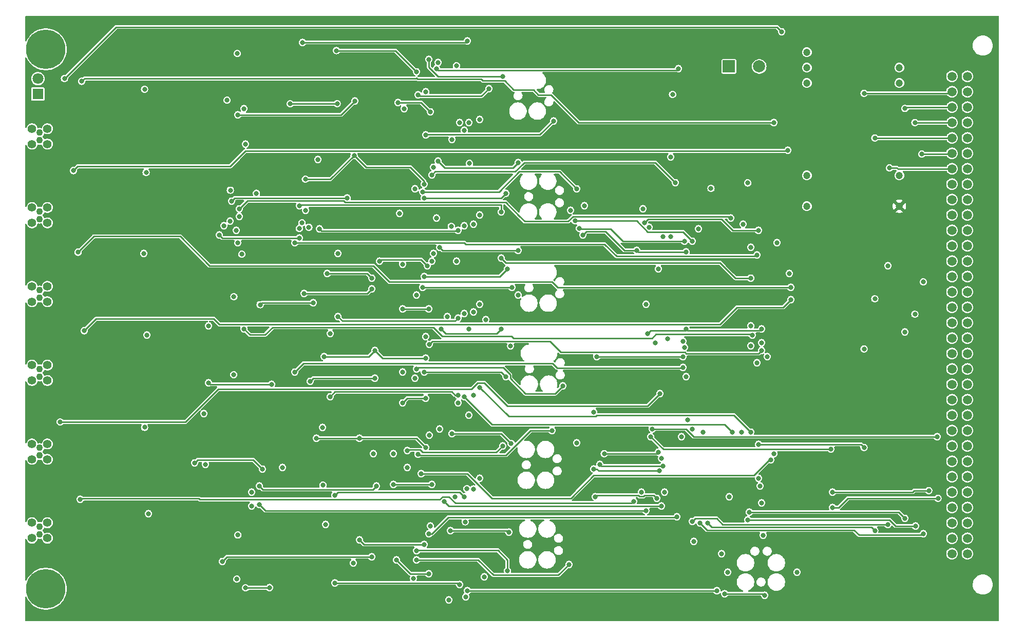
<source format=gbr>
G04 #@! TF.GenerationSoftware,KiCad,Pcbnew,7.0.8*
G04 #@! TF.CreationDate,2025-05-19T15:23:48+02:00*
G04 #@! TF.ProjectId,AXINT_CE6C_CRESUS,4158494e-545f-4434-9536-435f43524553,rev?*
G04 #@! TF.SameCoordinates,Original*
G04 #@! TF.FileFunction,Copper,L3,Inr*
G04 #@! TF.FilePolarity,Positive*
%FSLAX46Y46*%
G04 Gerber Fmt 4.6, Leading zero omitted, Abs format (unit mm)*
G04 Created by KiCad (PCBNEW 7.0.8) date 2025-05-19 15:23:48*
%MOMM*%
%LPD*%
G01*
G04 APERTURE LIST*
G04 #@! TA.AperFunction,ComponentPad*
%ADD10C,6.500000*%
G04 #@! TD*
G04 #@! TA.AperFunction,ComponentPad*
%ADD11R,2.000000X2.000000*%
G04 #@! TD*
G04 #@! TA.AperFunction,ComponentPad*
%ADD12C,2.000000*%
G04 #@! TD*
G04 #@! TA.AperFunction,ComponentPad*
%ADD13C,1.100000*%
G04 #@! TD*
G04 #@! TA.AperFunction,ComponentPad*
%ADD14C,1.400000*%
G04 #@! TD*
G04 #@! TA.AperFunction,ComponentPad*
%ADD15C,1.200000*%
G04 #@! TD*
G04 #@! TA.AperFunction,ComponentPad*
%ADD16C,1.500000*%
G04 #@! TD*
G04 #@! TA.AperFunction,ComponentPad*
%ADD17R,1.800000X1.800000*%
G04 #@! TD*
G04 #@! TA.AperFunction,ComponentPad*
%ADD18C,1.800000*%
G04 #@! TD*
G04 #@! TA.AperFunction,ViaPad*
%ADD19C,0.800000*%
G04 #@! TD*
G04 #@! TA.AperFunction,Conductor*
%ADD20C,0.250000*%
G04 #@! TD*
G04 APERTURE END LIST*
D10*
X73500000Y-45600000D03*
X73510000Y-134550000D03*
D11*
X186129000Y-48412023D03*
D12*
X191129000Y-48412023D03*
D13*
X72500000Y-60585023D03*
X72500000Y-59315023D03*
D14*
X71230000Y-61220023D03*
X73770000Y-61220023D03*
X71230000Y-58680023D03*
X73770000Y-58680023D03*
D13*
X72500000Y-73585023D03*
X72500000Y-72315023D03*
D14*
X71230000Y-74220023D03*
X73770000Y-74220023D03*
X71230000Y-71680023D03*
X73770000Y-71680023D03*
D13*
X72500000Y-86585023D03*
X72500000Y-85315023D03*
D14*
X71230000Y-87220023D03*
X73770000Y-87220023D03*
X71230000Y-84680023D03*
X73770000Y-84680023D03*
D13*
X72500000Y-99585023D03*
X72500000Y-98315023D03*
D14*
X71230000Y-100220023D03*
X73770000Y-100220023D03*
X71230000Y-97680023D03*
X73770000Y-97680023D03*
D13*
X72500000Y-112585023D03*
X72500000Y-111315023D03*
D14*
X71230000Y-113220023D03*
X73770000Y-113220023D03*
X71230000Y-110680023D03*
X73770000Y-110680023D03*
D13*
X72500000Y-125585023D03*
X72500000Y-124315023D03*
D14*
X71230000Y-126220023D03*
X73770000Y-126220023D03*
X71230000Y-123680023D03*
X73770000Y-123680023D03*
D15*
X198996000Y-46069000D03*
X198996000Y-48609000D03*
X198996000Y-51149000D03*
X198996000Y-66389000D03*
X198996000Y-71469000D03*
X214236000Y-71469000D03*
X214236000Y-66389000D03*
X214236000Y-51149000D03*
X214236000Y-48609000D03*
D16*
X225450000Y-50050000D03*
X225450000Y-52590000D03*
X225450000Y-55130000D03*
X225450000Y-57670000D03*
X225450000Y-60210000D03*
X225450000Y-62750000D03*
X225450000Y-65290000D03*
X225450000Y-67830000D03*
X225450000Y-70370000D03*
X225450000Y-72910000D03*
X225450000Y-75450000D03*
X225450000Y-77990000D03*
X225450000Y-80530000D03*
X225450000Y-83070000D03*
X225450000Y-85610000D03*
X225450000Y-88150000D03*
X225450000Y-90690000D03*
X225450000Y-93230000D03*
X225450000Y-95770000D03*
X225450000Y-98310000D03*
X225450000Y-100850000D03*
X225450000Y-103390000D03*
X225450000Y-105930000D03*
X225450000Y-108470000D03*
X225450000Y-111010000D03*
X225450000Y-113550000D03*
X225450000Y-116090000D03*
X225450000Y-118630000D03*
X225450000Y-121170000D03*
X225450000Y-123710000D03*
X225450000Y-126250000D03*
X225450000Y-128790000D03*
X222910000Y-50050000D03*
X222910000Y-52590000D03*
X222910000Y-55130000D03*
X222910000Y-57670000D03*
X222910000Y-60210000D03*
X222910000Y-62750000D03*
X222910000Y-65290000D03*
X222910000Y-67830000D03*
X222910000Y-70370000D03*
X222910000Y-72910000D03*
X222910000Y-75450000D03*
X222910000Y-77990000D03*
X222910000Y-80530000D03*
X222910000Y-83070000D03*
X222910000Y-85610000D03*
X222910000Y-88150000D03*
X222910000Y-90690000D03*
X222910000Y-93230000D03*
X222910000Y-95770000D03*
X222910000Y-98310000D03*
X222910000Y-100850000D03*
X222910000Y-103390000D03*
X222910000Y-105930000D03*
X222910000Y-108470000D03*
X222910000Y-111010000D03*
X222910000Y-113550000D03*
X222910000Y-116090000D03*
X222910000Y-118630000D03*
X222910000Y-121170000D03*
X222910000Y-123710000D03*
X222910000Y-126250000D03*
X222910000Y-128790000D03*
D17*
X72200000Y-52959000D03*
D18*
X72200000Y-50419000D03*
D19*
X119186599Y-117465201D03*
X139954000Y-136398000D03*
X171958000Y-71882000D03*
X141478000Y-103886000D03*
X140462000Y-60452000D03*
X189214800Y-67630000D03*
X172466000Y-87630000D03*
X189738000Y-78232000D03*
X141221525Y-48287875D03*
X116877500Y-74930000D03*
X143357600Y-64389000D03*
X131826000Y-72644000D03*
X140347700Y-74790300D03*
X162306000Y-71374000D03*
X191008000Y-116332000D03*
X172974000Y-74930000D03*
X134112000Y-132842000D03*
X142646400Y-123520200D03*
X140970000Y-119380000D03*
X134366000Y-99822000D03*
X139700000Y-89662000D03*
X178562000Y-93726000D03*
X180340000Y-126746000D03*
X143256000Y-105918000D03*
X179324000Y-106680000D03*
X133096000Y-114554000D03*
X141224000Y-80518000D03*
X181102000Y-75184000D03*
X161036000Y-110490000D03*
X132588000Y-55372000D03*
X143256000Y-91694000D03*
X188468000Y-74422000D03*
X134620000Y-86106000D03*
X137414000Y-65024000D03*
X138176000Y-47752000D03*
X146050000Y-90170000D03*
X137414000Y-79248000D03*
X183172400Y-68542200D03*
X136906000Y-124206000D03*
X138430000Y-108204000D03*
X136144000Y-92964000D03*
X197358000Y-131826000D03*
X176530000Y-63330800D03*
X191008000Y-75438000D03*
X176835800Y-53034200D03*
X172212000Y-74168000D03*
X180132810Y-60323003D03*
X90678000Y-84328000D03*
X91694000Y-60452000D03*
X91440000Y-69088000D03*
X106756800Y-125146400D03*
X91560000Y-101593000D03*
X172859700Y-59093100D03*
X107696000Y-104902000D03*
X109321600Y-91973400D03*
X90357977Y-112334023D03*
X110744000Y-79502000D03*
X108305600Y-61137800D03*
X108845350Y-46755050D03*
X181102000Y-65278000D03*
X90297000Y-126365000D03*
X89789000Y-107932023D03*
X103930450Y-68827350D03*
X90043000Y-65913000D03*
X104514650Y-86391750D03*
X90424000Y-122174000D03*
X104489250Y-99244150D03*
X104997250Y-132975350D03*
X90170000Y-92710000D03*
X103397050Y-53981350D03*
X99822000Y-114046000D03*
X89789000Y-52179023D03*
X89662000Y-79248000D03*
X179070000Y-99568000D03*
X191516000Y-91694000D03*
X192457500Y-96266000D03*
X172720000Y-92456000D03*
X179070000Y-91694000D03*
X191516000Y-93980000D03*
X192024000Y-135636000D03*
X185420000Y-135382000D03*
X184912000Y-128778000D03*
X134620000Y-49276000D03*
X121437400Y-45796200D03*
X113805000Y-54571600D03*
X121539000Y-54533800D03*
X186182000Y-119380000D03*
X185928000Y-131826000D03*
X191770000Y-125730000D03*
X191516000Y-120396000D03*
X131572000Y-54356000D03*
X136906000Y-55880000D03*
X106426000Y-61214000D03*
X108229400Y-69342000D03*
X104902000Y-75438000D03*
X202946000Y-111506000D03*
X203200000Y-118618000D03*
X173228000Y-109474000D03*
X219075000Y-118364000D03*
X220472000Y-109474000D03*
X173482000Y-108204000D03*
X203200000Y-121158000D03*
X220599000Y-119634000D03*
X189738000Y-94488000D03*
X186436000Y-73406000D03*
X105410000Y-71882000D03*
X79163512Y-119803512D03*
X170434000Y-120142000D03*
X174498000Y-81788000D03*
X175260000Y-76454000D03*
X174752000Y-102362000D03*
X75889998Y-107043023D03*
X79820011Y-92012011D03*
X196342000Y-86868000D03*
X78804011Y-79058011D03*
X196342000Y-84836000D03*
X196088000Y-82550000D03*
X78042011Y-65596011D03*
X195834000Y-62230000D03*
X193548000Y-57658000D03*
X79439012Y-50864012D03*
X194056000Y-77470000D03*
X174705576Y-115131636D03*
X163830000Y-114808000D03*
X163829500Y-105410000D03*
X164846000Y-114046000D03*
X175260000Y-114300000D03*
X178820299Y-94737701D03*
X161468560Y-75111301D03*
X178816000Y-77216000D03*
X181864000Y-108712000D03*
X171704000Y-118618000D03*
X179070000Y-78994000D03*
X162052000Y-76200000D03*
X170942000Y-78740000D03*
X174498000Y-112014000D03*
X178562000Y-96266000D03*
X180086000Y-77216000D03*
X165570500Y-112268000D03*
X164338000Y-96266000D03*
X160744060Y-73884659D03*
X176022000Y-93335198D03*
X175006000Y-113030000D03*
X174244000Y-119634000D03*
X160020000Y-72136000D03*
X164084000Y-119380000D03*
X175514000Y-118618000D03*
X176530000Y-76454000D03*
X212344000Y-81280000D03*
X212598000Y-65151000D03*
X180086000Y-123444000D03*
X212344000Y-123952000D03*
X218186000Y-125476000D03*
X217932000Y-62865000D03*
X181356000Y-123698000D03*
X218186000Y-83947000D03*
X210185000Y-60198000D03*
X210185000Y-86741000D03*
X182626000Y-123698000D03*
X210185000Y-124968000D03*
X216789000Y-57658000D03*
X189230000Y-123190000D03*
X216916000Y-124206000D03*
X216789000Y-89281000D03*
X215138000Y-92202000D03*
X215138000Y-122936000D03*
X215161001Y-55348999D03*
X189484000Y-121920000D03*
X208407000Y-94996000D03*
X208407000Y-111252000D03*
X191008000Y-110744000D03*
X208407000Y-52832000D03*
X193548000Y-112276805D03*
X194818000Y-42672000D03*
X76581000Y-50419000D03*
X136652000Y-47244000D03*
X148844000Y-50038000D03*
X134874000Y-53086000D03*
X146558000Y-52070000D03*
X136144000Y-59690000D03*
X157226000Y-57404000D03*
X136144000Y-52578000D03*
X125222000Y-109728000D03*
X136144000Y-111252000D03*
X118110000Y-109728000D03*
X141732000Y-57658000D03*
X115824000Y-44450000D03*
X143002000Y-44196000D03*
X135890000Y-127254000D03*
X124206000Y-130302000D03*
X125222000Y-126492000D03*
X136144000Y-96520000D03*
X119380000Y-96266000D03*
X127762000Y-95250000D03*
X116294200Y-67017600D03*
X135890000Y-67818000D03*
X124333000Y-63068200D03*
X103886000Y-73914000D03*
X105156000Y-56388000D03*
X124460000Y-54102000D03*
X175006000Y-120904000D03*
X136726500Y-109220000D03*
X139192000Y-120142000D03*
X177546000Y-122682000D03*
X136652000Y-125476000D03*
X136726500Y-94234000D03*
X191516000Y-95250000D03*
X191262000Y-117602000D03*
X137160000Y-80518000D03*
X193040000Y-113284000D03*
X135382000Y-115570000D03*
X145796000Y-132588000D03*
X145034000Y-101346000D03*
X189738000Y-108712000D03*
X145034000Y-116332000D03*
X145034000Y-57150000D03*
X145034000Y-87630000D03*
X145034000Y-72898000D03*
X143256000Y-57658000D03*
X144018000Y-74422000D03*
X144018000Y-118110000D03*
X143002000Y-134874000D03*
X188214000Y-108712000D03*
X144018000Y-102616000D03*
X184150000Y-134874000D03*
X144018000Y-88900000D03*
X186690000Y-108712000D03*
X142494000Y-74676000D03*
X142748000Y-135890000D03*
X142494000Y-89154000D03*
X142494000Y-102870000D03*
X142494000Y-58928000D03*
X142942622Y-118059220D03*
X137922000Y-48768000D03*
X180086000Y-108204000D03*
X177800000Y-48768000D03*
X178308000Y-109474000D03*
X177292000Y-67564000D03*
X137160000Y-66294000D03*
X105410000Y-73152000D03*
X105079800Y-46278800D03*
X106172000Y-55372000D03*
X123190000Y-70104000D03*
X102870000Y-74676000D03*
X104140000Y-70612000D03*
X106172000Y-91694000D03*
X189992000Y-92710000D03*
X105156000Y-77470000D03*
X189738000Y-91186000D03*
X190754000Y-79502000D03*
X114554000Y-77470000D03*
X100330000Y-91186000D03*
X115316000Y-76708000D03*
X110744000Y-100838000D03*
X100330000Y-100584000D03*
X102108000Y-76200000D03*
X116078000Y-85852000D03*
X127254000Y-85090000D03*
X115290600Y-75133200D03*
X127762000Y-99822000D03*
X117094000Y-100330000D03*
X115747800Y-74193400D03*
X108839000Y-87706200D03*
X116332000Y-72136000D03*
X105816400Y-79375000D03*
X117602000Y-87376000D03*
X115316000Y-71374000D03*
X148590000Y-72390000D03*
X148590000Y-80010000D03*
X189733701Y-83316299D03*
X190754000Y-97282000D03*
X108712000Y-120650000D03*
X173990000Y-93980000D03*
X172466000Y-121666000D03*
X112522000Y-114554000D03*
X114554000Y-98806000D03*
X178562000Y-98044000D03*
X109220000Y-114808000D03*
X98044000Y-113792000D03*
X99568000Y-105664000D03*
X108712000Y-117602000D03*
X127508000Y-112268000D03*
X128016000Y-117602000D03*
X102616000Y-130048000D03*
X127254000Y-129286000D03*
X107442000Y-118618000D03*
X110388400Y-134366000D03*
X105181400Y-125704600D03*
X106451400Y-134416800D03*
X107442000Y-120904000D03*
X119888000Y-82550000D03*
X128524000Y-80518000D03*
X136398000Y-81280000D03*
X127254000Y-83312000D03*
X149860000Y-125222000D03*
X140208000Y-124968000D03*
X140462000Y-108966000D03*
X150236701Y-110612701D03*
X151384000Y-78740000D03*
X151384000Y-86106000D03*
X138430000Y-78232000D03*
X148590000Y-91694000D03*
X138684000Y-91694000D03*
X151384000Y-64262000D03*
X138176000Y-64008000D03*
X134620000Y-128270000D03*
X149606000Y-131572000D03*
X159766000Y-130556000D03*
X134620000Y-129794000D03*
X156972000Y-108458000D03*
X134878299Y-112381700D03*
X133096000Y-111760000D03*
X148844000Y-110998000D03*
X158750000Y-101092000D03*
X134620000Y-98298000D03*
X149352000Y-99568000D03*
X150114000Y-94488000D03*
X135890000Y-98806000D03*
X135890000Y-83058000D03*
X149606000Y-81788000D03*
X150368000Y-84836000D03*
X135636000Y-84836000D03*
X161036000Y-68580000D03*
X135636000Y-69088000D03*
X149352000Y-69342000D03*
X135890000Y-70104000D03*
X119126000Y-107950000D03*
X121158000Y-119126000D03*
X142494000Y-119380000D03*
X119634000Y-123952000D03*
X121158000Y-133604000D03*
X141732000Y-133858000D03*
X141478000Y-102616000D03*
X120396000Y-92456000D03*
X120396000Y-102870000D03*
X118618000Y-75184000D03*
X141478000Y-75438000D03*
X118364000Y-63754000D03*
X121666000Y-79248000D03*
X121666000Y-89662000D03*
X141478000Y-89916000D03*
X136652000Y-132080000D03*
X131318000Y-129794000D03*
X137160000Y-117348000D03*
X130810000Y-112268000D03*
X130810000Y-117348000D03*
X136144000Y-103124000D03*
X132334000Y-103886000D03*
X132334000Y-98806000D03*
X137922000Y-73406000D03*
X134366000Y-68580000D03*
X132334000Y-88392000D03*
X132334000Y-81026000D03*
X136652000Y-88392000D03*
D20*
X172770341Y-73609659D02*
X172212000Y-74168000D01*
X172974000Y-73609659D02*
X172770341Y-73609659D01*
X186740341Y-75438000D02*
X184912000Y-73609659D01*
X184912000Y-73609659D02*
X172974000Y-73609659D01*
X191008000Y-75438000D02*
X186740341Y-75438000D01*
X179070000Y-91694000D02*
X178816000Y-91948000D01*
X178816000Y-91948000D02*
X173228000Y-91948000D01*
X173228000Y-91948000D02*
X172720000Y-92456000D01*
X191516000Y-91694000D02*
X191262000Y-91948000D01*
X179324000Y-91948000D02*
X179070000Y-91694000D01*
X191262000Y-91948000D02*
X179324000Y-91948000D01*
X191770000Y-135382000D02*
X192024000Y-135636000D01*
X185420000Y-135382000D02*
X191770000Y-135382000D01*
X131140200Y-45796200D02*
X121437400Y-45796200D01*
X121437400Y-54432200D02*
X121539000Y-54533800D01*
X121501200Y-54571600D02*
X121539000Y-54533800D01*
X113805000Y-54571600D02*
X121501200Y-54571600D01*
X134620000Y-49276000D02*
X131140200Y-45796200D01*
X131572000Y-54356000D02*
X135382000Y-54356000D01*
X135382000Y-54356000D02*
X136906000Y-55880000D01*
X202899695Y-111552305D02*
X202946000Y-111506000D01*
X216408000Y-118618000D02*
X203200000Y-118618000D01*
X219075000Y-118364000D02*
X216662000Y-118364000D01*
X175306305Y-111552305D02*
X202899695Y-111552305D01*
X173228000Y-109474000D02*
X175306305Y-111552305D01*
X216662000Y-118364000D02*
X216408000Y-118618000D01*
X205740000Y-119634000D02*
X204216000Y-121158000D01*
X220599000Y-119634000D02*
X205740000Y-119634000D01*
X179060695Y-108204000D02*
X180330695Y-109474000D01*
X204216000Y-121158000D02*
X203200000Y-121158000D01*
X180330695Y-109474000D02*
X220472000Y-109474000D01*
X173482000Y-108204000D02*
X179060695Y-108204000D01*
X152461537Y-73977850D02*
X159625564Y-73977850D01*
X105410000Y-71882000D02*
X106738000Y-70554000D01*
X160443755Y-73159659D02*
X186189659Y-73159659D01*
X106738000Y-70554000D02*
X122614695Y-70554000D01*
X159625564Y-73977850D02*
X160443755Y-73159659D01*
X122614695Y-70554000D02*
X122889695Y-70829000D01*
X151546275Y-73062588D02*
X152461537Y-73977850D01*
X151546275Y-73060275D02*
X151546275Y-73062588D01*
X149315000Y-70829000D02*
X151546275Y-73060275D01*
X122889695Y-70829000D02*
X149315000Y-70829000D01*
X186189659Y-73159659D02*
X186436000Y-73406000D01*
X98740998Y-119700025D02*
X79267000Y-119700025D01*
X170122000Y-120454000D02*
X141018695Y-120454000D01*
X170434000Y-120142000D02*
X170122000Y-120454000D01*
X138457695Y-119851000D02*
X98891973Y-119851000D01*
X138928695Y-119380000D02*
X138457695Y-119851000D01*
X141018695Y-120454000D02*
X139944695Y-119380000D01*
X98891973Y-119851000D02*
X98740998Y-119700025D01*
X79267000Y-119700025D02*
X79163512Y-119803512D01*
X139944695Y-119380000D02*
X138928695Y-119380000D01*
X75889998Y-107043023D02*
X96539000Y-107043023D01*
X144733695Y-100621000D02*
X145791000Y-100621000D01*
X75889998Y-107043023D02*
X75889998Y-107043023D01*
X143708390Y-101646305D02*
X144733695Y-100621000D01*
X149564000Y-104394000D02*
X172720000Y-104394000D01*
X101935718Y-101646305D02*
X143708390Y-101646305D01*
X174752000Y-102362000D02*
X174738950Y-102375050D01*
X96539000Y-107043023D02*
X101935718Y-101646305D01*
X172720000Y-104394000D02*
X174752000Y-102362000D01*
X145791000Y-100621000D02*
X149564000Y-104394000D01*
X79820011Y-92012011D02*
X81807000Y-90025023D01*
X101201023Y-90025023D02*
X102145000Y-90969000D01*
X102145000Y-90969000D02*
X184621000Y-90969000D01*
X184621000Y-90969000D02*
X187452000Y-88138000D01*
X195072000Y-88138000D02*
X196342000Y-86868000D01*
X187452000Y-88138000D02*
X195072000Y-88138000D01*
X81807000Y-90025023D02*
X101201023Y-90025023D01*
X78804011Y-79058011D02*
X81426000Y-76436023D01*
X130162650Y-83934650D02*
X156981713Y-83934650D01*
X100493977Y-81280000D02*
X127508000Y-81280000D01*
X156981713Y-83934650D02*
X157883063Y-84836000D01*
X81426000Y-76436023D02*
X95650000Y-76436023D01*
X95650000Y-76436023D02*
X100493977Y-81280000D01*
X127508000Y-81280000D02*
X130162650Y-83934650D01*
X157883063Y-84836000D02*
X196342000Y-84836000D01*
X78042011Y-65596011D02*
X78722001Y-64916022D01*
X195720800Y-62343200D02*
X195834000Y-62230000D01*
X103868001Y-64916022D02*
X106440823Y-62343200D01*
X78722001Y-64916022D02*
X103868001Y-64916022D01*
X106440823Y-62343200D02*
X195720800Y-62343200D01*
X134620000Y-50292000D02*
X134816000Y-50488000D01*
X150642155Y-52260850D02*
X153883937Y-52260850D01*
X145288000Y-50488000D02*
X145563000Y-50763000D01*
X154716987Y-53093900D02*
X156796698Y-53093900D01*
X99949000Y-50419000D02*
X79884023Y-50419000D01*
X156796698Y-53093900D02*
X161360798Y-57658000D01*
X134493000Y-50419000D02*
X134620000Y-50292000D01*
X161360798Y-57658000D02*
X193548000Y-57658000D01*
X153883937Y-52260850D02*
X154716987Y-53093900D01*
X134816000Y-50488000D02*
X145288000Y-50488000D01*
X79884023Y-50419000D02*
X79439012Y-50864012D01*
X145563000Y-50763000D02*
X149144305Y-50763000D01*
X149144305Y-50763000D02*
X150642155Y-52260850D01*
X99949000Y-50419000D02*
X134493000Y-50419000D01*
X174705576Y-115131636D02*
X164661636Y-115131636D01*
X164338000Y-114808000D02*
X163830000Y-114808000D01*
X164661636Y-115131636D02*
X164338000Y-114808000D01*
X175260000Y-114300000D02*
X165100000Y-114300000D01*
X165100000Y-114300000D02*
X164846000Y-114046000D01*
X168656000Y-77216000D02*
X178816000Y-77216000D01*
X161468560Y-75111301D02*
X161541259Y-75184000D01*
X166624000Y-75184000D02*
X168656000Y-77216000D01*
X161541259Y-75184000D02*
X166624000Y-75184000D01*
X170942000Y-78740000D02*
X171196000Y-78994000D01*
X168910000Y-78740000D02*
X165804000Y-75634000D01*
X165804000Y-75634000D02*
X162618000Y-75634000D01*
X162618000Y-75634000D02*
X162052000Y-76200000D01*
X171196000Y-78994000D02*
X179070000Y-78994000D01*
X170942000Y-78740000D02*
X168910000Y-78740000D01*
X178562000Y-96266000D02*
X164338000Y-96266000D01*
X174244000Y-112268000D02*
X174498000Y-112014000D01*
X172710695Y-75692000D02*
X178562000Y-75692000D01*
X178562000Y-75692000D02*
X180086000Y-77216000D01*
X170903354Y-73884659D02*
X172710695Y-75692000D01*
X160744060Y-73884659D02*
X170903354Y-73884659D01*
X165570500Y-112268000D02*
X174244000Y-112268000D01*
X173736000Y-119126000D02*
X172221305Y-119126000D01*
X171186695Y-119126000D02*
X164338000Y-119126000D01*
X164338000Y-119126000D02*
X164084000Y-119380000D01*
X172221305Y-119126000D02*
X172004305Y-119343000D01*
X174244000Y-119634000D02*
X173736000Y-119126000D01*
X171403695Y-119343000D02*
X171186695Y-119126000D01*
X172004305Y-119343000D02*
X171403695Y-119343000D01*
X180086000Y-123444000D02*
X180557000Y-122973000D01*
X180557000Y-122973000D02*
X184113000Y-122973000D01*
X222910000Y-65290000D02*
X213965998Y-65290000D01*
X213965998Y-65290000D02*
X213826998Y-65151000D01*
X213826998Y-65151000D02*
X212598000Y-65151000D01*
X184113000Y-122973000D02*
X185092000Y-123952000D01*
X185092000Y-123952000D02*
X212344000Y-123952000D01*
X217932000Y-62865000D02*
X222795000Y-62865000D01*
X217969000Y-125693000D02*
X218186000Y-125476000D01*
X181356000Y-123698000D02*
X182537396Y-124879396D01*
X182537396Y-124879396D02*
X206756000Y-124879396D01*
X222795000Y-62865000D02*
X222910000Y-62750000D01*
X207569604Y-125693000D02*
X217969000Y-125693000D01*
X206756000Y-124879396D02*
X207569604Y-125693000D01*
X210185000Y-124968000D02*
X210185000Y-124968000D01*
X182626000Y-123698000D02*
X183330000Y-124402000D01*
X210197000Y-60210000D02*
X210185000Y-60198000D01*
X222910000Y-60210000D02*
X210197000Y-60210000D01*
X183330000Y-124402000D02*
X209619000Y-124402000D01*
X209619000Y-124402000D02*
X210185000Y-124968000D01*
X216801000Y-57670000D02*
X216789000Y-57658000D01*
X212607305Y-123190000D02*
X189230000Y-123190000D01*
X216916000Y-124206000D02*
X213623305Y-124206000D01*
X222910000Y-57670000D02*
X216801000Y-57670000D01*
X213623305Y-124206000D02*
X212607305Y-123190000D01*
X222910000Y-55130000D02*
X215380000Y-55130000D01*
X214122000Y-121920000D02*
X215138000Y-122936000D01*
X215380000Y-55130000D02*
X215161001Y-55348999D01*
X189484000Y-121920000D02*
X214122000Y-121920000D01*
X208407000Y-111252000D02*
X208407000Y-111252000D01*
X207899000Y-110744000D02*
X208407000Y-111252000D01*
X222668000Y-52832000D02*
X222910000Y-52590000D01*
X191008000Y-110744000D02*
X207899000Y-110744000D01*
X208407000Y-52832000D02*
X222668000Y-52832000D01*
X76581000Y-50419000D02*
X76581000Y-50419000D01*
X77089000Y-49911000D02*
X85090000Y-41910000D01*
X194056000Y-41910000D02*
X194818000Y-42672000D01*
X77089000Y-49911000D02*
X76581000Y-50419000D01*
X85344000Y-41910000D02*
X194056000Y-41910000D01*
X85090000Y-41910000D02*
X85344000Y-41910000D01*
X136652000Y-48523305D02*
X136652000Y-47244000D01*
X138166695Y-50038000D02*
X136652000Y-48523305D01*
X148844000Y-50038000D02*
X138166695Y-50038000D01*
X135091000Y-53303000D02*
X145325000Y-53303000D01*
X145325000Y-53303000D02*
X146558000Y-52070000D01*
X134874000Y-53086000D02*
X135091000Y-53303000D01*
X157226000Y-57404000D02*
X154977000Y-59653000D01*
X154977000Y-59653000D02*
X136181000Y-59653000D01*
X136181000Y-59653000D02*
X136144000Y-59690000D01*
X125222000Y-109728000D02*
X134620000Y-109728000D01*
X134620000Y-109728000D02*
X136144000Y-111252000D01*
X118110000Y-109728000D02*
X125222000Y-109728000D01*
X142748000Y-44450000D02*
X143002000Y-44196000D01*
X115824000Y-44450000D02*
X142748000Y-44450000D01*
X135890000Y-127254000D02*
X125984000Y-127254000D01*
X125984000Y-127254000D02*
X125222000Y-126492000D01*
X119380000Y-96266000D02*
X126746000Y-96266000D01*
X136144000Y-96520000D02*
X129032000Y-96520000D01*
X129032000Y-96520000D02*
X127762000Y-95250000D01*
X126746000Y-96266000D02*
X127762000Y-95250000D01*
X133604000Y-65024000D02*
X135890000Y-67310000D01*
X126288800Y-65024000D02*
X133604000Y-65024000D01*
X120383600Y-67017600D02*
X124333000Y-63068200D01*
X135890000Y-67310000D02*
X135890000Y-67818000D01*
X116294200Y-67017600D02*
X120383600Y-67017600D01*
X124333000Y-63068200D02*
X126288800Y-65024000D01*
X105156000Y-56388000D02*
X122174000Y-56388000D01*
X122174000Y-56388000D02*
X124460000Y-54102000D01*
X175006000Y-120904000D02*
X139954000Y-120904000D01*
X139954000Y-120904000D02*
X139192000Y-120142000D01*
X137160000Y-125476000D02*
X139840800Y-122795200D01*
X177432800Y-122795200D02*
X177546000Y-122682000D01*
X136652000Y-125476000D02*
X137160000Y-125476000D01*
X139840800Y-122795200D02*
X177432800Y-122795200D01*
X191008000Y-95758000D02*
X191516000Y-95250000D01*
X178862305Y-95541000D02*
X179079305Y-95758000D01*
X156613763Y-93726000D02*
X158428763Y-95541000D01*
X136726500Y-94234000D02*
X137234500Y-93726000D01*
X137234500Y-93726000D02*
X156613763Y-93726000D01*
X179079305Y-95758000D02*
X191008000Y-95758000D01*
X158428763Y-95541000D02*
X178862305Y-95541000D01*
X163853331Y-115856636D02*
X190213364Y-115856636D01*
X192786000Y-113284000D02*
X193040000Y-113284000D01*
X190213364Y-115856636D02*
X192786000Y-113284000D01*
X147066000Y-119634000D02*
X160075967Y-119634000D01*
X135382000Y-115570000D02*
X143002000Y-115570000D01*
X143002000Y-115570000D02*
X147066000Y-119634000D01*
X160075967Y-119634000D02*
X163853331Y-115856636D01*
X164346805Y-105918000D02*
X164129805Y-106135000D01*
X186944000Y-105918000D02*
X164346805Y-105918000D01*
X149823000Y-106135000D02*
X145034000Y-101346000D01*
X164129805Y-106135000D02*
X149823000Y-106135000D01*
X189738000Y-108712000D02*
X186944000Y-105918000D01*
X143002000Y-134874000D02*
X184150000Y-134874000D01*
X147103000Y-107479000D02*
X142494000Y-102870000D01*
X186690000Y-108712000D02*
X185457000Y-107479000D01*
X185457000Y-107479000D02*
X147103000Y-107479000D01*
X177800000Y-48768000D02*
X177555125Y-49012875D01*
X177555125Y-49012875D02*
X138166875Y-49012875D01*
X138166875Y-49012875D02*
X137922000Y-48768000D01*
X173990000Y-64262000D02*
X177292000Y-67564000D01*
X152400000Y-64262000D02*
X173990000Y-64262000D01*
X137681050Y-65772950D02*
X150898355Y-65772950D01*
X137160000Y-66294000D02*
X137681050Y-65772950D01*
X152109000Y-64553000D02*
X152400000Y-64262000D01*
X150898355Y-65772950D02*
X152109000Y-64562305D01*
X152109000Y-64562305D02*
X152109000Y-64553000D01*
X104648000Y-70104000D02*
X123190000Y-70104000D01*
X104140000Y-70612000D02*
X104648000Y-70104000D01*
X150300695Y-92906000D02*
X150612695Y-93218000D01*
X110880305Y-91440000D02*
X137404695Y-91440000D01*
X107176400Y-92698400D02*
X109621905Y-92698400D01*
X138870695Y-92906000D02*
X150300695Y-92906000D01*
X137404695Y-91440000D02*
X138870695Y-92906000D01*
X174089802Y-92610198D02*
X189892198Y-92610198D01*
X173482000Y-93218000D02*
X174089802Y-92610198D01*
X189892198Y-92610198D02*
X189992000Y-92710000D01*
X109621905Y-92698400D02*
X110880305Y-91440000D01*
X106172000Y-91694000D02*
X107176400Y-92698400D01*
X150612695Y-93218000D02*
X173482000Y-93218000D01*
X167603000Y-79719000D02*
X190537000Y-79719000D01*
X190537000Y-79719000D02*
X190754000Y-79502000D01*
X145542000Y-77724000D02*
X165608000Y-77724000D01*
X165608000Y-77724000D02*
X167603000Y-79719000D01*
X142748000Y-77724000D02*
X145542000Y-77724000D01*
X114554000Y-77470000D02*
X142494000Y-77470000D01*
X142494000Y-77470000D02*
X142748000Y-77724000D01*
X100584000Y-100838000D02*
X100330000Y-100584000D01*
X115316000Y-76708000D02*
X102616000Y-76708000D01*
X110744000Y-100838000D02*
X100584000Y-100838000D01*
X102616000Y-76708000D02*
X102108000Y-76200000D01*
X126492000Y-85852000D02*
X127254000Y-85090000D01*
X116078000Y-85852000D02*
X126492000Y-85852000D01*
X127762000Y-99822000D02*
X117602000Y-99822000D01*
X117602000Y-99822000D02*
X117094000Y-100330000D01*
X109169200Y-87376000D02*
X117602000Y-87376000D01*
X108839000Y-87706200D02*
X109169200Y-87376000D01*
X115316000Y-71374000D02*
X115411000Y-71279000D01*
X184695750Y-80809750D02*
X149380445Y-80809750D01*
X189733701Y-83316299D02*
X187202299Y-83316299D01*
X148590000Y-80019305D02*
X148590000Y-80010000D01*
X115411000Y-71279000D02*
X148590000Y-71279000D01*
X187202299Y-83316299D02*
X184695750Y-80809750D01*
X148590000Y-71279000D02*
X148590000Y-72390000D01*
X149380445Y-80809750D02*
X148590000Y-80019305D01*
X109728000Y-121666000D02*
X108712000Y-120650000D01*
X172466000Y-121666000D02*
X109728000Y-121666000D01*
X114554000Y-98806000D02*
X115957900Y-97402100D01*
X115957900Y-97402100D02*
X157092100Y-97402100D01*
X157092100Y-97402100D02*
X157818100Y-98128100D01*
X178562000Y-98044000D02*
X178477900Y-98128100D01*
X178477900Y-98128100D02*
X157818100Y-98128100D01*
X98044000Y-113792000D02*
X98515000Y-113321000D01*
X107733000Y-113321000D02*
X109220000Y-114808000D01*
X98515000Y-113321000D02*
X107733000Y-113321000D01*
X109300201Y-118190201D02*
X127427799Y-118190201D01*
X108712000Y-117602000D02*
X109300201Y-118190201D01*
X127427799Y-118190201D02*
X128016000Y-117602000D01*
X127254000Y-129286000D02*
X103378000Y-129286000D01*
X103378000Y-129286000D02*
X102616000Y-130048000D01*
X110337600Y-134416800D02*
X110388400Y-134366000D01*
X106451400Y-134416800D02*
X110337600Y-134416800D01*
X128741000Y-80301000D02*
X135419000Y-80301000D01*
X126492000Y-82550000D02*
X127254000Y-83312000D01*
X128524000Y-80518000D02*
X128741000Y-80301000D01*
X119888000Y-82550000D02*
X126492000Y-82550000D01*
X135419000Y-80301000D02*
X136398000Y-81280000D01*
X149606000Y-124968000D02*
X149860000Y-125222000D01*
X140208000Y-124968000D02*
X149606000Y-124968000D01*
X148590000Y-108966000D02*
X140462000Y-108966000D01*
X150236701Y-110612701D02*
X148590000Y-108966000D01*
X138938000Y-78740000D02*
X138430000Y-78232000D01*
X151384000Y-78740000D02*
X138938000Y-78740000D01*
X148590000Y-91694000D02*
X147828000Y-92456000D01*
X147828000Y-92456000D02*
X139446000Y-92456000D01*
X139446000Y-92456000D02*
X138684000Y-91694000D01*
X150532000Y-65114000D02*
X139282000Y-65114000D01*
X139282000Y-65114000D02*
X138176000Y-64008000D01*
X151384000Y-64262000D02*
X150532000Y-65114000D01*
X149606000Y-129794000D02*
X148043550Y-128231550D01*
X148043550Y-128231550D02*
X134658450Y-128231550D01*
X149606000Y-131572000D02*
X149606000Y-129794000D01*
X134658450Y-128231550D02*
X134620000Y-128270000D01*
X159766000Y-130556000D02*
X158025000Y-132297000D01*
X147283000Y-132297000D02*
X144780000Y-129794000D01*
X144780000Y-129794000D02*
X134620000Y-129794000D01*
X158025000Y-132297000D02*
X147283000Y-132297000D01*
X134878299Y-112381700D02*
X135018599Y-112522000D01*
X149352000Y-112522000D02*
X153416000Y-108458000D01*
X135018599Y-112522000D02*
X149352000Y-112522000D01*
X153416000Y-108458000D02*
X156972000Y-108458000D01*
X135178604Y-111656700D02*
X135593904Y-112072000D01*
X133096000Y-111760000D02*
X133199300Y-111656700D01*
X135593904Y-112072000D02*
X147770000Y-112072000D01*
X133199300Y-111656700D02*
X135178604Y-111656700D01*
X147770000Y-112072000D02*
X148844000Y-110998000D01*
X157466950Y-102375050D02*
X158750000Y-101092000D01*
X134620000Y-98298000D02*
X134837000Y-98081000D01*
X148890305Y-98081000D02*
X150077000Y-99267695D01*
X150077000Y-99863513D02*
X152588537Y-102375050D01*
X134837000Y-98081000D02*
X148890305Y-98081000D01*
X150077000Y-99267695D02*
X150077000Y-99863513D01*
X152588537Y-102375050D02*
X157466950Y-102375050D01*
X148590000Y-98806000D02*
X149352000Y-99568000D01*
X135890000Y-98806000D02*
X148590000Y-98806000D01*
X148336000Y-83058000D02*
X148082000Y-83058000D01*
X135890000Y-83058000D02*
X148082000Y-83058000D01*
X149606000Y-81788000D02*
X148336000Y-83058000D01*
X135636000Y-84836000D02*
X150368000Y-84836000D01*
X158228950Y-65772950D02*
X151534751Y-65772950D01*
X148219701Y-69088000D02*
X135636000Y-69088000D01*
X151534751Y-65772950D02*
X148219701Y-69088000D01*
X161036000Y-68580000D02*
X158228950Y-65772950D01*
X148590000Y-70104000D02*
X149352000Y-69342000D01*
X135890000Y-70104000D02*
X148590000Y-70104000D01*
X141769000Y-118655000D02*
X121629000Y-118655000D01*
X121629000Y-118655000D02*
X121158000Y-119126000D01*
X142494000Y-119380000D02*
X141769000Y-118655000D01*
X141478000Y-133604000D02*
X141732000Y-133858000D01*
X121158000Y-133604000D02*
X141478000Y-133604000D01*
X141732000Y-133858000D02*
X141732000Y-134112000D01*
X120396000Y-102870000D02*
X121169695Y-102096305D01*
X140462000Y-102096305D02*
X140981695Y-102616000D01*
X140981695Y-102616000D02*
X141478000Y-102616000D01*
X121169695Y-102096305D02*
X140462000Y-102096305D01*
X118618000Y-75184000D02*
X118949300Y-75515300D01*
X118949300Y-75515300D02*
X141400700Y-75515300D01*
X141400700Y-75515300D02*
X141478000Y-75438000D01*
X121666000Y-89662000D02*
X122391000Y-90387000D01*
X141007000Y-90387000D02*
X141478000Y-89916000D01*
X122391000Y-90387000D02*
X141007000Y-90387000D01*
X131318000Y-129794000D02*
X133604000Y-132080000D01*
X133604000Y-132080000D02*
X136652000Y-132080000D01*
X130810000Y-117348000D02*
X137160000Y-117348000D01*
X133096000Y-103124000D02*
X132334000Y-103886000D01*
X136144000Y-103124000D02*
X133096000Y-103124000D01*
X136652000Y-88392000D02*
X132334000Y-88392000D01*
G04 #@! TA.AperFunction,Conductor*
G36*
X110329409Y-91314502D02*
G01*
X110375902Y-91368158D01*
X110386006Y-91438432D01*
X110356512Y-91503012D01*
X110350394Y-91509583D01*
X109523982Y-92335996D01*
X109461672Y-92370020D01*
X109434889Y-92372900D01*
X107363416Y-92372900D01*
X107295295Y-92352898D01*
X107274321Y-92335995D01*
X106804708Y-91866382D01*
X106770682Y-91804070D01*
X106768881Y-91760844D01*
X106777682Y-91694000D01*
X106757044Y-91537238D01*
X106728661Y-91468717D01*
X106721073Y-91398128D01*
X106752853Y-91334641D01*
X106813911Y-91298414D01*
X106845071Y-91294500D01*
X110261288Y-91294500D01*
X110329409Y-91314502D01*
G37*
G04 #@! TD.AperFunction*
G04 #@! TA.AperFunction,Conductor*
G36*
X230601621Y-40120522D02*
G01*
X230648114Y-40174178D01*
X230659500Y-40226520D01*
X230659500Y-139773506D01*
X230639498Y-139841627D01*
X230585842Y-139888120D01*
X230533500Y-139899506D01*
X70226500Y-139899500D01*
X70158379Y-139879498D01*
X70111886Y-139825842D01*
X70100500Y-139773500D01*
X70100500Y-135971645D01*
X70120502Y-135903524D01*
X70174158Y-135857031D01*
X70244432Y-135846927D01*
X70309012Y-135876421D01*
X70343551Y-135925008D01*
X70373806Y-136000944D01*
X70373813Y-136000959D01*
X70549065Y-136331520D01*
X70549071Y-136331530D01*
X70759045Y-136641219D01*
X70759044Y-136641219D01*
X71001272Y-136926391D01*
X71272898Y-137183690D01*
X71272906Y-137183697D01*
X71272913Y-137183703D01*
X71570780Y-137410136D01*
X71891383Y-137603036D01*
X72014349Y-137659926D01*
X72230950Y-137760137D01*
X72230962Y-137760142D01*
X72585538Y-137879613D01*
X72950951Y-137960046D01*
X73322919Y-138000500D01*
X73322927Y-138000500D01*
X73697073Y-138000500D01*
X73697081Y-138000500D01*
X74069049Y-137960046D01*
X74434462Y-137879613D01*
X74789038Y-137760142D01*
X75128617Y-137603036D01*
X75449220Y-137410136D01*
X75747087Y-137183703D01*
X76018727Y-136926392D01*
X76260954Y-136641221D01*
X76425861Y-136398000D01*
X139348318Y-136398000D01*
X139368955Y-136554760D01*
X139404769Y-136641221D01*
X139429464Y-136700841D01*
X139525718Y-136826282D01*
X139651159Y-136922536D01*
X139797238Y-136983044D01*
X139954000Y-137003682D01*
X140110762Y-136983044D01*
X140256841Y-136922536D01*
X140382282Y-136826282D01*
X140478536Y-136700841D01*
X140539044Y-136554762D01*
X140559682Y-136398000D01*
X140539044Y-136241238D01*
X140478536Y-136095159D01*
X140382282Y-135969718D01*
X140278391Y-135890000D01*
X142142318Y-135890000D01*
X142162955Y-136046760D01*
X142170213Y-136064281D01*
X142223464Y-136192841D01*
X142319718Y-136318282D01*
X142445159Y-136414536D01*
X142591238Y-136475044D01*
X142748000Y-136495682D01*
X142904762Y-136475044D01*
X143050841Y-136414536D01*
X143176282Y-136318282D01*
X143272536Y-136192841D01*
X143333044Y-136046762D01*
X143353682Y-135890000D01*
X143333044Y-135733238D01*
X143272536Y-135587159D01*
X143269618Y-135583356D01*
X143244016Y-135517139D01*
X143258279Y-135447590D01*
X143299385Y-135404991D01*
X143298289Y-135403563D01*
X143304839Y-135398536D01*
X143304841Y-135398536D01*
X143430282Y-135302282D01*
X143450301Y-135276193D01*
X143471324Y-135248796D01*
X143528662Y-135206929D01*
X143571286Y-135199500D01*
X183580714Y-135199500D01*
X183648835Y-135219502D01*
X183680676Y-135248796D01*
X183721715Y-135302279D01*
X183721716Y-135302280D01*
X183721718Y-135302282D01*
X183847159Y-135398536D01*
X183993238Y-135459044D01*
X184150000Y-135479682D01*
X184306762Y-135459044D01*
X184452841Y-135398536D01*
X184578282Y-135302282D01*
X184589607Y-135287522D01*
X184646942Y-135245655D01*
X184717813Y-135241431D01*
X184779717Y-135276193D01*
X184813000Y-135338905D01*
X184814247Y-135373742D01*
X184814318Y-135373742D01*
X184814318Y-135375740D01*
X184814494Y-135380659D01*
X184814318Y-135381996D01*
X184814318Y-135382000D01*
X184834955Y-135538760D01*
X184834956Y-135538762D01*
X184895464Y-135684841D01*
X184991718Y-135810282D01*
X185117159Y-135906536D01*
X185263238Y-135967044D01*
X185420000Y-135987682D01*
X185576762Y-135967044D01*
X185722841Y-135906536D01*
X185848282Y-135810282D01*
X185870630Y-135781158D01*
X185889324Y-135756796D01*
X185946662Y-135714929D01*
X185989286Y-135707500D01*
X191319449Y-135707500D01*
X191387570Y-135727502D01*
X191434063Y-135781158D01*
X191435858Y-135785282D01*
X191438955Y-135792760D01*
X191438956Y-135792762D01*
X191499464Y-135938841D01*
X191595718Y-136064282D01*
X191721159Y-136160536D01*
X191867238Y-136221044D01*
X192024000Y-136241682D01*
X192180762Y-136221044D01*
X192326841Y-136160536D01*
X192452282Y-136064282D01*
X192548536Y-135938841D01*
X192609044Y-135792762D01*
X192629682Y-135636000D01*
X192623251Y-135587155D01*
X192612465Y-135505221D01*
X192609044Y-135479238D01*
X192548536Y-135333159D01*
X192452282Y-135207718D01*
X192326841Y-135111464D01*
X192210250Y-135063170D01*
X192180760Y-135050955D01*
X192024000Y-135030318D01*
X191867236Y-135050956D01*
X191862303Y-135052278D01*
X191809914Y-135052276D01*
X191809790Y-135053697D01*
X191798808Y-135052736D01*
X191798807Y-135052736D01*
X191798805Y-135052736D01*
X191798804Y-135052736D01*
X191783505Y-135054074D01*
X191758524Y-135056260D01*
X191753040Y-135056500D01*
X189411214Y-135056500D01*
X189343093Y-135036498D01*
X189296600Y-134982842D01*
X189286496Y-134912568D01*
X189315990Y-134847988D01*
X189360600Y-134815113D01*
X189480995Y-134762302D01*
X189570485Y-134723048D01*
X189769985Y-134592708D01*
X189945311Y-134431310D01*
X190091680Y-134243254D01*
X190205100Y-134033672D01*
X190282477Y-133808281D01*
X190321701Y-133573227D01*
X190321701Y-133497746D01*
X190673943Y-133497746D01*
X190704225Y-133669489D01*
X190739629Y-133751561D01*
X190773298Y-133829614D01*
X190877436Y-133969497D01*
X191011026Y-134081592D01*
X191166867Y-134159858D01*
X191336556Y-134200075D01*
X191336558Y-134200075D01*
X191467209Y-134200075D01*
X191564523Y-134188700D01*
X191596962Y-134184909D01*
X191760835Y-134125264D01*
X191778026Y-134113957D01*
X191906530Y-134029439D01*
X191906531Y-134029437D01*
X191906535Y-134029435D01*
X192026209Y-133902588D01*
X192113404Y-133751562D01*
X192163419Y-133584498D01*
X192164075Y-133573227D01*
X192525801Y-133573227D01*
X192547163Y-133701239D01*
X192565024Y-133808278D01*
X192565026Y-133808285D01*
X192642400Y-134033669D01*
X192642401Y-134033670D01*
X192642402Y-134033672D01*
X192673589Y-134091300D01*
X192737653Y-134209682D01*
X192755822Y-134243254D01*
X192890897Y-134416800D01*
X192902193Y-134431312D01*
X192932453Y-134459168D01*
X193077517Y-134592708D01*
X193077519Y-134592709D01*
X193077520Y-134592710D01*
X193277017Y-134723048D01*
X193277016Y-134723048D01*
X193398460Y-134776318D01*
X193495249Y-134818774D01*
X193495250Y-134818774D01*
X193495252Y-134818775D01*
X193726253Y-134877272D01*
X193726261Y-134877274D01*
X193884645Y-134890398D01*
X193904277Y-134892025D01*
X193904279Y-134892025D01*
X194023225Y-134892025D01*
X194041830Y-134890483D01*
X194201241Y-134877274D01*
X194432253Y-134818774D01*
X194650485Y-134723048D01*
X194849985Y-134592708D01*
X195025311Y-134431310D01*
X195171680Y-134243254D01*
X195285100Y-134033672D01*
X195341289Y-133870000D01*
X226334396Y-133870000D01*
X226354779Y-134128994D01*
X226415427Y-134381610D01*
X226514846Y-134621628D01*
X226514847Y-134621629D01*
X226650585Y-134843136D01*
X226650590Y-134843143D01*
X226819310Y-135040689D01*
X227016856Y-135209409D01*
X227016860Y-135209412D01*
X227238372Y-135345154D01*
X227478390Y-135444573D01*
X227731006Y-135505221D01*
X227882441Y-135517139D01*
X227925144Y-135520500D01*
X227925147Y-135520500D01*
X228054856Y-135520500D01*
X228097559Y-135517139D01*
X228248994Y-135505221D01*
X228501610Y-135444573D01*
X228741628Y-135345154D01*
X228963140Y-135209412D01*
X229160689Y-135040689D01*
X229329412Y-134843140D01*
X229465154Y-134621628D01*
X229564573Y-134381610D01*
X229625221Y-134128994D01*
X229645604Y-133870000D01*
X229625221Y-133611006D01*
X229564573Y-133358390D01*
X229465154Y-133118372D01*
X229329412Y-132896860D01*
X229329409Y-132896856D01*
X229160689Y-132699310D01*
X228963143Y-132530590D01*
X228963136Y-132530585D01*
X228801016Y-132431239D01*
X228741628Y-132394846D01*
X228501610Y-132295427D01*
X228248994Y-132234779D01*
X228200458Y-132230959D01*
X228054856Y-132219500D01*
X228054853Y-132219500D01*
X227925147Y-132219500D01*
X227925144Y-132219500D01*
X227731006Y-132234779D01*
X227478389Y-132295427D01*
X227331273Y-132356365D01*
X227239546Y-132394360D01*
X227238370Y-132394847D01*
X227016863Y-132530585D01*
X227016856Y-132530590D01*
X226819310Y-132699310D01*
X226650590Y-132896856D01*
X226650585Y-132896863D01*
X226518422Y-133112536D01*
X226514846Y-133118372D01*
X226503882Y-133144841D01*
X226415427Y-133358389D01*
X226361143Y-133584498D01*
X226354779Y-133611006D01*
X226334396Y-133870000D01*
X195341289Y-133870000D01*
X195362477Y-133808281D01*
X195401701Y-133573227D01*
X195401701Y-133334923D01*
X195362477Y-133099869D01*
X195325726Y-132992817D01*
X195285101Y-132874480D01*
X195285100Y-132874479D01*
X195285100Y-132874478D01*
X195171680Y-132664896D01*
X195025311Y-132476840D01*
X195005692Y-132458780D01*
X194951902Y-132409263D01*
X194849985Y-132315442D01*
X194849982Y-132315440D01*
X194849981Y-132315439D01*
X194650484Y-132185101D01*
X194650485Y-132185101D01*
X194432256Y-132089377D01*
X194432249Y-132089374D01*
X194201248Y-132030877D01*
X194201243Y-132030876D01*
X194201241Y-132030876D01*
X194073597Y-132020299D01*
X194023225Y-132016125D01*
X194023223Y-132016125D01*
X193904279Y-132016125D01*
X193904277Y-132016125D01*
X193845602Y-132020987D01*
X193726261Y-132030876D01*
X193726259Y-132030876D01*
X193726253Y-132030877D01*
X193495252Y-132089374D01*
X193495245Y-132089377D01*
X193277017Y-132185101D01*
X193077520Y-132315439D01*
X192902193Y-132476837D01*
X192755822Y-132664895D01*
X192755821Y-132664896D01*
X192642402Y-132874478D01*
X192642400Y-132874480D01*
X192565026Y-133099864D01*
X192565024Y-133099871D01*
X192550606Y-133186274D01*
X192525801Y-133334923D01*
X192525801Y-133573227D01*
X192164075Y-133573227D01*
X192173559Y-133410404D01*
X192143277Y-133238663D01*
X192139915Y-133230870D01*
X192120678Y-133186274D01*
X192074204Y-133078536D01*
X191970066Y-132938653D01*
X191836476Y-132826558D01*
X191680635Y-132748292D01*
X191510946Y-132708075D01*
X191380296Y-132708075D01*
X191380293Y-132708075D01*
X191250540Y-132723240D01*
X191250538Y-132723241D01*
X191086669Y-132782884D01*
X191086663Y-132782887D01*
X190940971Y-132878710D01*
X190821291Y-133005564D01*
X190734100Y-133156582D01*
X190734098Y-133156588D01*
X190690818Y-133301157D01*
X190684083Y-133323653D01*
X190673943Y-133497741D01*
X190673943Y-133497746D01*
X190321701Y-133497746D01*
X190321701Y-133334923D01*
X190282477Y-133099869D01*
X190245726Y-132992817D01*
X190205101Y-132874480D01*
X190205100Y-132874479D01*
X190205100Y-132874478D01*
X190091680Y-132664896D01*
X189945311Y-132476840D01*
X189925692Y-132458780D01*
X189871902Y-132409263D01*
X189769985Y-132315442D01*
X189769982Y-132315440D01*
X189769981Y-132315439D01*
X189570484Y-132185101D01*
X189570485Y-132185101D01*
X189352256Y-132089377D01*
X189352249Y-132089374D01*
X189121248Y-132030877D01*
X189121243Y-132030876D01*
X189121241Y-132030876D01*
X188993597Y-132020299D01*
X188943225Y-132016125D01*
X188943223Y-132016125D01*
X188824279Y-132016125D01*
X188824277Y-132016125D01*
X188765602Y-132020987D01*
X188646261Y-132030876D01*
X188646259Y-132030876D01*
X188646253Y-132030877D01*
X188415252Y-132089374D01*
X188415245Y-132089377D01*
X188197017Y-132185101D01*
X187997520Y-132315439D01*
X187822193Y-132476837D01*
X187675822Y-132664895D01*
X187675821Y-132664896D01*
X187562402Y-132874478D01*
X187562400Y-132874480D01*
X187485026Y-133099864D01*
X187485024Y-133099871D01*
X187470606Y-133186274D01*
X187445801Y-133334923D01*
X187445801Y-133573227D01*
X187467163Y-133701239D01*
X187485024Y-133808278D01*
X187485026Y-133808285D01*
X187562400Y-134033669D01*
X187562401Y-134033670D01*
X187562402Y-134033672D01*
X187593589Y-134091300D01*
X187657653Y-134209682D01*
X187675822Y-134243254D01*
X187810897Y-134416800D01*
X187822193Y-134431312D01*
X187852453Y-134459168D01*
X187997517Y-134592708D01*
X187997519Y-134592709D01*
X187997520Y-134592710D01*
X188197017Y-134723048D01*
X188197016Y-134723048D01*
X188406902Y-134815113D01*
X188461250Y-134860794D01*
X188482274Y-134928606D01*
X188463298Y-134997020D01*
X188410347Y-135044314D01*
X188356288Y-135056500D01*
X185989286Y-135056500D01*
X185921165Y-135036498D01*
X185889324Y-135007204D01*
X185848284Y-134953720D01*
X185848282Y-134953719D01*
X185848282Y-134953718D01*
X185722841Y-134857464D01*
X185692949Y-134845082D01*
X185576760Y-134796955D01*
X185420000Y-134776318D01*
X185263239Y-134796955D01*
X185117160Y-134857463D01*
X185117157Y-134857465D01*
X184991716Y-134953719D01*
X184980390Y-134968480D01*
X184923051Y-135010346D01*
X184852180Y-135014566D01*
X184790278Y-134979801D01*
X184756998Y-134917088D01*
X184755755Y-134882258D01*
X184755682Y-134882258D01*
X184755682Y-134880226D01*
X184755507Y-134875328D01*
X184755682Y-134874000D01*
X184735044Y-134717238D01*
X184674536Y-134571159D01*
X184578282Y-134445718D01*
X184452841Y-134349464D01*
X184306762Y-134288956D01*
X184306760Y-134288955D01*
X184150000Y-134268318D01*
X183993239Y-134288955D01*
X183847160Y-134349463D01*
X183847157Y-134349465D01*
X183721715Y-134445720D01*
X183680676Y-134499204D01*
X183623338Y-134541071D01*
X183580714Y-134548500D01*
X143571286Y-134548500D01*
X143503165Y-134528498D01*
X143471324Y-134499204D01*
X143430284Y-134445720D01*
X143430282Y-134445719D01*
X143430282Y-134445718D01*
X143304841Y-134349464D01*
X143158762Y-134288956D01*
X143158760Y-134288955D01*
X143002000Y-134268318D01*
X142845239Y-134288955D01*
X142699160Y-134349463D01*
X142699157Y-134349465D01*
X142573718Y-134445718D01*
X142477465Y-134571157D01*
X142477463Y-134571160D01*
X142416955Y-134717239D01*
X142396318Y-134873999D01*
X142396318Y-134874000D01*
X142416955Y-135030760D01*
X142477463Y-135176839D01*
X142477466Y-135176844D01*
X142480381Y-135180642D01*
X142505983Y-135246862D01*
X142491719Y-135316411D01*
X142450617Y-135359012D01*
X142451711Y-135360437D01*
X142445160Y-135365463D01*
X142445159Y-135365464D01*
X142342063Y-135444572D01*
X142319718Y-135461718D01*
X142223465Y-135587157D01*
X142223463Y-135587160D01*
X142162955Y-135733239D01*
X142142318Y-135889999D01*
X142142318Y-135890000D01*
X140278391Y-135890000D01*
X140256841Y-135873464D01*
X140217169Y-135857031D01*
X140110760Y-135812955D01*
X139954000Y-135792318D01*
X139797239Y-135812955D01*
X139651160Y-135873463D01*
X139651157Y-135873465D01*
X139525718Y-135969718D01*
X139429465Y-136095157D01*
X139429463Y-136095160D01*
X139368955Y-136241239D01*
X139348318Y-136397999D01*
X139348318Y-136398000D01*
X76425861Y-136398000D01*
X76470928Y-136331531D01*
X76646189Y-136000955D01*
X76784680Y-135653368D01*
X76884779Y-135292845D01*
X76945311Y-134923613D01*
X76963252Y-134592708D01*
X76965568Y-134550003D01*
X76965568Y-134549996D01*
X76958346Y-134416800D01*
X105845718Y-134416800D01*
X105866355Y-134573560D01*
X105925869Y-134717238D01*
X105926864Y-134719641D01*
X106023118Y-134845082D01*
X106148559Y-134941336D01*
X106294638Y-135001844D01*
X106451400Y-135022482D01*
X106608162Y-135001844D01*
X106754241Y-134941336D01*
X106879682Y-134845082D01*
X106899869Y-134818774D01*
X106920724Y-134791596D01*
X106978062Y-134749729D01*
X107020686Y-134742300D01*
X109858094Y-134742300D01*
X109926215Y-134762302D01*
X109958054Y-134791593D01*
X109960115Y-134794279D01*
X109960116Y-134794280D01*
X109960118Y-134794282D01*
X110085559Y-134890536D01*
X110231638Y-134951044D01*
X110388400Y-134971682D01*
X110545162Y-134951044D01*
X110691241Y-134890536D01*
X110816682Y-134794282D01*
X110912936Y-134668841D01*
X110973444Y-134522762D01*
X110994082Y-134366000D01*
X110973444Y-134209238D01*
X110912936Y-134063159D01*
X110816682Y-133937718D01*
X110691241Y-133841464D01*
X110667802Y-133831755D01*
X110545160Y-133780955D01*
X110388400Y-133760318D01*
X110231639Y-133780955D01*
X110085560Y-133841463D01*
X110085557Y-133841465D01*
X110005904Y-133902585D01*
X109960118Y-133937718D01*
X109886493Y-134033669D01*
X109880097Y-134042004D01*
X109822759Y-134083871D01*
X109780134Y-134091300D01*
X107020686Y-134091300D01*
X106952565Y-134071298D01*
X106920724Y-134042004D01*
X106879684Y-133988520D01*
X106879682Y-133988519D01*
X106879682Y-133988518D01*
X106754241Y-133892264D01*
X106671519Y-133857999D01*
X106608160Y-133831755D01*
X106451400Y-133811118D01*
X106294639Y-133831755D01*
X106148560Y-133892263D01*
X106148557Y-133892265D01*
X106023118Y-133988518D01*
X105926865Y-134113957D01*
X105926863Y-134113960D01*
X105866355Y-134260039D01*
X105845718Y-134416799D01*
X105845718Y-134416800D01*
X76958346Y-134416800D01*
X76956438Y-134381610D01*
X76945311Y-134176387D01*
X76893115Y-133858000D01*
X76884780Y-133807159D01*
X76877505Y-133780956D01*
X76828373Y-133604000D01*
X120552318Y-133604000D01*
X120572955Y-133760760D01*
X120627426Y-133892263D01*
X120633464Y-133906841D01*
X120729718Y-134032282D01*
X120855159Y-134128536D01*
X121001238Y-134189044D01*
X121158000Y-134209682D01*
X121314762Y-134189044D01*
X121460841Y-134128536D01*
X121586282Y-134032282D01*
X121619862Y-133988520D01*
X121627324Y-133978796D01*
X121684662Y-133936929D01*
X121727286Y-133929500D01*
X141027449Y-133929500D01*
X141095570Y-133949502D01*
X141142063Y-134003158D01*
X141143858Y-134007282D01*
X141146955Y-134014760D01*
X141146956Y-134014762D01*
X141154789Y-134033672D01*
X141194272Y-134128994D01*
X141207464Y-134160841D01*
X141303718Y-134286282D01*
X141429159Y-134382536D01*
X141575238Y-134443044D01*
X141732000Y-134463682D01*
X141888762Y-134443044D01*
X142034841Y-134382536D01*
X142160282Y-134286282D01*
X142256536Y-134160841D01*
X142317044Y-134014762D01*
X142337682Y-133858000D01*
X142317044Y-133701238D01*
X142256536Y-133555159D01*
X142160282Y-133429718D01*
X142034841Y-133333464D01*
X142011156Y-133323653D01*
X141888760Y-133272955D01*
X141732000Y-133252318D01*
X141575236Y-133272956D01*
X141570303Y-133274278D01*
X141517914Y-133274276D01*
X141517790Y-133275697D01*
X141506808Y-133274736D01*
X141506807Y-133274736D01*
X141506805Y-133274736D01*
X141506804Y-133274736D01*
X141491505Y-133276074D01*
X141466524Y-133278260D01*
X141461040Y-133278500D01*
X134769745Y-133278500D01*
X134701624Y-133258498D01*
X134655131Y-133204842D01*
X134645027Y-133134568D01*
X134653336Y-133104282D01*
X134655507Y-133099040D01*
X134697044Y-132998762D01*
X134717682Y-132842000D01*
X134697044Y-132685238D01*
X134653335Y-132579717D01*
X134645747Y-132509128D01*
X134677526Y-132445641D01*
X134738585Y-132409414D01*
X134769745Y-132405500D01*
X136082714Y-132405500D01*
X136150835Y-132425502D01*
X136182676Y-132454796D01*
X136223715Y-132508279D01*
X136223716Y-132508280D01*
X136223718Y-132508282D01*
X136349159Y-132604536D01*
X136495238Y-132665044D01*
X136652000Y-132685682D01*
X136808762Y-132665044D01*
X136954841Y-132604536D01*
X136976391Y-132588000D01*
X145190318Y-132588000D01*
X145210955Y-132744760D01*
X145244837Y-132826557D01*
X145271464Y-132890841D01*
X145367718Y-133016282D01*
X145493159Y-133112536D01*
X145639238Y-133173044D01*
X145796000Y-133193682D01*
X145952762Y-133173044D01*
X146098841Y-133112536D01*
X146224282Y-133016282D01*
X146320536Y-132890841D01*
X146381044Y-132744762D01*
X146401682Y-132588000D01*
X146381044Y-132431238D01*
X146320536Y-132285159D01*
X146224282Y-132159718D01*
X146098841Y-132063464D01*
X146020170Y-132030877D01*
X145952760Y-132002955D01*
X145796000Y-131982318D01*
X145639239Y-132002955D01*
X145493160Y-132063463D01*
X145493157Y-132063465D01*
X145367718Y-132159718D01*
X145271465Y-132285157D01*
X145271463Y-132285160D01*
X145210955Y-132431239D01*
X145190318Y-132587999D01*
X145190318Y-132588000D01*
X136976391Y-132588000D01*
X137080282Y-132508282D01*
X137176536Y-132382841D01*
X137237044Y-132236762D01*
X137257682Y-132080000D01*
X137237044Y-131923238D01*
X137176536Y-131777159D01*
X137080282Y-131651718D01*
X136954841Y-131555464D01*
X136936938Y-131548048D01*
X136808760Y-131494955D01*
X136652000Y-131474318D01*
X136495239Y-131494955D01*
X136349160Y-131555463D01*
X136349157Y-131555465D01*
X136223715Y-131651720D01*
X136182676Y-131705204D01*
X136125338Y-131747071D01*
X136082714Y-131754500D01*
X133791017Y-131754500D01*
X133722896Y-131734498D01*
X133701922Y-131717595D01*
X131950708Y-129966382D01*
X131916683Y-129904070D01*
X131914881Y-129860844D01*
X131923682Y-129794000D01*
X131903044Y-129637238D01*
X131842536Y-129491159D01*
X131746282Y-129365718D01*
X131620841Y-129269464D01*
X131487913Y-129214403D01*
X131474760Y-129208955D01*
X131318000Y-129188318D01*
X131161239Y-129208955D01*
X131015160Y-129269463D01*
X131015157Y-129269465D01*
X130889718Y-129365718D01*
X130793465Y-129491157D01*
X130793463Y-129491160D01*
X130732955Y-129637239D01*
X130712318Y-129793999D01*
X130712318Y-129794000D01*
X130732955Y-129950760D01*
X130766384Y-130031463D01*
X130793464Y-130096841D01*
X130889718Y-130222282D01*
X131015159Y-130318536D01*
X131161238Y-130379044D01*
X131318000Y-130399682D01*
X131384841Y-130390881D01*
X131454987Y-130401819D01*
X131490381Y-130426707D01*
X133361849Y-132298176D01*
X133365554Y-132302219D01*
X133391544Y-132333193D01*
X133391546Y-132333195D01*
X133410958Y-132344402D01*
X133426566Y-132353413D01*
X133431183Y-132356354D01*
X133464316Y-132379554D01*
X133464320Y-132379555D01*
X133469876Y-132382146D01*
X133485182Y-132388486D01*
X133490952Y-132390586D01*
X133490955Y-132390588D01*
X133490957Y-132390588D01*
X133501318Y-132394360D01*
X133500176Y-132397495D01*
X133547246Y-132420821D01*
X133583719Y-132481733D01*
X133581470Y-132552694D01*
X133578168Y-132561602D01*
X133526955Y-132685239D01*
X133506318Y-132841999D01*
X133506318Y-132842000D01*
X133526955Y-132998760D01*
X133570664Y-133104282D01*
X133578253Y-133174872D01*
X133546474Y-133238359D01*
X133485415Y-133274586D01*
X133454255Y-133278500D01*
X121727286Y-133278500D01*
X121659165Y-133258498D01*
X121627324Y-133229204D01*
X121586284Y-133175720D01*
X121586282Y-133175719D01*
X121586282Y-133175718D01*
X121460841Y-133079464D01*
X121314762Y-133018956D01*
X121314760Y-133018955D01*
X121158000Y-132998318D01*
X121001239Y-133018955D01*
X120855160Y-133079463D01*
X120855157Y-133079465D01*
X120729718Y-133175718D01*
X120633465Y-133301157D01*
X120633463Y-133301160D01*
X120572955Y-133447239D01*
X120552318Y-133603999D01*
X120552318Y-133604000D01*
X76828373Y-133604000D01*
X76784680Y-133446632D01*
X76646189Y-133099045D01*
X76580610Y-132975350D01*
X104391568Y-132975350D01*
X104412205Y-133132110D01*
X104470546Y-133272956D01*
X104472714Y-133278191D01*
X104568968Y-133403632D01*
X104694409Y-133499886D01*
X104840488Y-133560394D01*
X104997250Y-133581032D01*
X105154012Y-133560394D01*
X105300091Y-133499886D01*
X105425532Y-133403632D01*
X105521786Y-133278191D01*
X105582294Y-133132112D01*
X105602932Y-132975350D01*
X105582294Y-132818588D01*
X105521786Y-132672509D01*
X105425532Y-132547068D01*
X105300091Y-132450814D01*
X105287603Y-132445641D01*
X105154010Y-132390305D01*
X104997250Y-132369668D01*
X104840489Y-132390305D01*
X104694410Y-132450813D01*
X104694407Y-132450815D01*
X104568968Y-132547068D01*
X104472715Y-132672507D01*
X104472713Y-132672510D01*
X104412205Y-132818589D01*
X104391568Y-132975349D01*
X104391568Y-132975350D01*
X76580610Y-132975350D01*
X76561154Y-132938652D01*
X76470934Y-132768479D01*
X76470928Y-132768469D01*
X76414496Y-132685238D01*
X76260954Y-132458779D01*
X76254188Y-132450814D01*
X76018727Y-132173608D01*
X75747101Y-131916309D01*
X75747091Y-131916301D01*
X75747087Y-131916297D01*
X75449220Y-131689864D01*
X75128617Y-131496964D01*
X75124275Y-131494955D01*
X74789049Y-131339862D01*
X74789037Y-131339857D01*
X74434471Y-131220390D01*
X74434470Y-131220389D01*
X74434462Y-131220387D01*
X74434457Y-131220385D01*
X74434454Y-131220385D01*
X74069066Y-131139957D01*
X74069037Y-131139952D01*
X73697088Y-131099500D01*
X73697081Y-131099500D01*
X73322919Y-131099500D01*
X73322911Y-131099500D01*
X72950962Y-131139952D01*
X72950933Y-131139957D01*
X72585545Y-131220385D01*
X72585528Y-131220390D01*
X72230962Y-131339857D01*
X72230950Y-131339862D01*
X71891388Y-131496961D01*
X71891381Y-131496965D01*
X71570781Y-131689863D01*
X71570775Y-131689867D01*
X71272914Y-131916296D01*
X71272898Y-131916309D01*
X71001272Y-132173608D01*
X70759045Y-132458780D01*
X70549071Y-132768469D01*
X70549065Y-132768479D01*
X70373813Y-133099040D01*
X70373806Y-133099056D01*
X70343551Y-133174991D01*
X70299756Y-133230870D01*
X70232702Y-133254201D01*
X70163679Y-133237577D01*
X70114602Y-133186274D01*
X70100500Y-133128354D01*
X70100500Y-130048000D01*
X102010318Y-130048000D01*
X102030955Y-130204760D01*
X102038213Y-130222281D01*
X102091464Y-130350841D01*
X102187718Y-130476282D01*
X102313159Y-130572536D01*
X102459238Y-130633044D01*
X102616000Y-130653682D01*
X102772762Y-130633044D01*
X102918841Y-130572536D01*
X103044282Y-130476282D01*
X103140536Y-130350841D01*
X103201044Y-130204762D01*
X103221682Y-130048000D01*
X103212881Y-129981156D01*
X103223819Y-129911011D01*
X103248705Y-129875619D01*
X103475922Y-129648404D01*
X103538234Y-129614379D01*
X103565017Y-129611500D01*
X123748263Y-129611500D01*
X123816384Y-129631502D01*
X123862877Y-129685158D01*
X123872981Y-129755432D01*
X123843487Y-129820012D01*
X123824967Y-129837462D01*
X123777720Y-129873715D01*
X123681465Y-129999157D01*
X123681463Y-129999160D01*
X123620955Y-130145239D01*
X123600318Y-130301999D01*
X123600318Y-130302000D01*
X123620955Y-130458760D01*
X123628213Y-130476281D01*
X123681464Y-130604841D01*
X123777718Y-130730282D01*
X123903159Y-130826536D01*
X124049238Y-130887044D01*
X124206000Y-130907682D01*
X124362762Y-130887044D01*
X124508841Y-130826536D01*
X124634282Y-130730282D01*
X124730536Y-130604841D01*
X124791044Y-130458762D01*
X124811682Y-130302000D01*
X124791044Y-130145238D01*
X124730536Y-129999159D01*
X124634282Y-129873718D01*
X124634280Y-129873716D01*
X124634279Y-129873715D01*
X124587033Y-129837462D01*
X124545166Y-129780124D01*
X124540944Y-129709254D01*
X124575708Y-129647351D01*
X124638421Y-129614069D01*
X124663737Y-129611500D01*
X126684714Y-129611500D01*
X126752835Y-129631502D01*
X126784676Y-129660796D01*
X126825715Y-129714279D01*
X126825716Y-129714280D01*
X126825718Y-129714282D01*
X126951159Y-129810536D01*
X127097238Y-129871044D01*
X127254000Y-129891682D01*
X127410762Y-129871044D01*
X127556841Y-129810536D01*
X127682282Y-129714282D01*
X127778536Y-129588841D01*
X127839044Y-129442762D01*
X127859682Y-129286000D01*
X127839044Y-129129238D01*
X127778536Y-128983159D01*
X127682282Y-128857718D01*
X127556841Y-128761464D01*
X127528231Y-128749613D01*
X127410760Y-128700955D01*
X127254000Y-128680318D01*
X127097239Y-128700955D01*
X126951160Y-128761463D01*
X126951157Y-128761465D01*
X126825715Y-128857720D01*
X126784676Y-128911204D01*
X126727338Y-128953071D01*
X126684714Y-128960500D01*
X103394960Y-128960500D01*
X103389475Y-128960260D01*
X103360872Y-128957757D01*
X103349195Y-128956736D01*
X103349192Y-128956736D01*
X103310126Y-128967203D01*
X103304761Y-128968392D01*
X103264952Y-128975412D01*
X103259235Y-128977493D01*
X103243832Y-128983873D01*
X103238316Y-128986445D01*
X103205191Y-129009638D01*
X103200558Y-129012589D01*
X103165547Y-129032804D01*
X103165545Y-129032805D01*
X103139547Y-129063787D01*
X103135834Y-129067839D01*
X102788382Y-129415290D01*
X102726070Y-129449316D01*
X102682842Y-129451117D01*
X102616002Y-129442318D01*
X102616000Y-129442318D01*
X102459239Y-129462955D01*
X102313160Y-129523463D01*
X102313157Y-129523465D01*
X102187718Y-129619718D01*
X102091465Y-129745157D01*
X102091463Y-129745160D01*
X102030955Y-129891239D01*
X102010318Y-130047999D01*
X102010318Y-130048000D01*
X70100500Y-130048000D01*
X70100500Y-126453393D01*
X70120502Y-126385272D01*
X70174158Y-126338779D01*
X70244432Y-126328675D01*
X70309012Y-126358169D01*
X70346333Y-126414457D01*
X70402818Y-126588301D01*
X70402822Y-126588309D01*
X70497465Y-126752237D01*
X70497466Y-126752239D01*
X70624126Y-126892909D01*
X70777267Y-127004172D01*
X70777267Y-127004173D01*
X70805035Y-127016536D01*
X70950197Y-127081167D01*
X71135354Y-127120523D01*
X71324646Y-127120523D01*
X71509803Y-127081167D01*
X71682730Y-127004174D01*
X71682730Y-127004173D01*
X71682732Y-127004173D01*
X71682732Y-127004172D01*
X71835871Y-126892911D01*
X71962533Y-126752239D01*
X72057179Y-126588307D01*
X72115674Y-126408279D01*
X72115674Y-126408270D01*
X72117047Y-126401819D01*
X72118654Y-126402160D01*
X72142513Y-126344137D01*
X72200725Y-126303495D01*
X72271670Y-126300778D01*
X72282435Y-126304013D01*
X72331941Y-126321336D01*
X72500000Y-126340272D01*
X72668059Y-126321336D01*
X72717560Y-126304014D01*
X72788461Y-126300395D01*
X72850067Y-126335684D01*
X72882814Y-126398677D01*
X72884096Y-126407198D01*
X72884326Y-126408283D01*
X72942818Y-126588301D01*
X72942822Y-126588309D01*
X73037465Y-126752237D01*
X73037466Y-126752239D01*
X73164126Y-126892909D01*
X73317267Y-127004172D01*
X73317267Y-127004173D01*
X73345035Y-127016536D01*
X73490197Y-127081167D01*
X73675354Y-127120523D01*
X73864646Y-127120523D01*
X74049803Y-127081167D01*
X74222730Y-127004174D01*
X74222730Y-127004173D01*
X74222732Y-127004173D01*
X74222732Y-127004172D01*
X74375871Y-126892911D01*
X74502533Y-126752239D01*
X74597179Y-126588307D01*
X74623273Y-126508000D01*
X74628472Y-126492000D01*
X124616318Y-126492000D01*
X124636955Y-126648760D01*
X124691576Y-126780625D01*
X124697464Y-126794841D01*
X124793718Y-126920282D01*
X124919159Y-127016536D01*
X125065238Y-127077044D01*
X125222000Y-127097682D01*
X125288841Y-127088881D01*
X125358987Y-127099819D01*
X125394382Y-127124708D01*
X125741844Y-127472170D01*
X125745548Y-127476212D01*
X125771545Y-127507194D01*
X125797777Y-127522339D01*
X125806558Y-127527409D01*
X125811196Y-127530363D01*
X125844316Y-127553554D01*
X125849870Y-127556144D01*
X125865181Y-127562485D01*
X125870949Y-127564585D01*
X125870955Y-127564588D01*
X125910782Y-127571610D01*
X125916114Y-127572792D01*
X125955193Y-127583264D01*
X125985986Y-127580570D01*
X125995482Y-127579740D01*
X126000974Y-127579500D01*
X134162263Y-127579500D01*
X134230384Y-127599502D01*
X134276877Y-127653158D01*
X134286981Y-127723432D01*
X134257487Y-127788012D01*
X134238967Y-127805462D01*
X134191720Y-127841715D01*
X134095465Y-127967157D01*
X134095463Y-127967160D01*
X134034955Y-128113239D01*
X134014318Y-128269999D01*
X134014318Y-128270000D01*
X134034955Y-128426760D01*
X134092832Y-128566486D01*
X134095464Y-128572841D01*
X134191718Y-128698282D01*
X134317159Y-128794536D01*
X134463238Y-128855044D01*
X134620000Y-128875682D01*
X134776762Y-128855044D01*
X134922841Y-128794536D01*
X135048282Y-128698282D01*
X135118827Y-128606344D01*
X135176164Y-128564479D01*
X135218789Y-128557050D01*
X147856534Y-128557050D01*
X147924655Y-128577052D01*
X147945629Y-128593955D01*
X149243595Y-129891921D01*
X149277621Y-129954233D01*
X149280500Y-129981016D01*
X149280500Y-131002714D01*
X149260498Y-131070835D01*
X149231204Y-131102676D01*
X149177720Y-131143715D01*
X149081465Y-131269157D01*
X149081463Y-131269160D01*
X149020955Y-131415239D01*
X149000318Y-131571999D01*
X149000318Y-131572000D01*
X149020955Y-131728760D01*
X149049338Y-131797282D01*
X149056927Y-131867872D01*
X149025147Y-131931359D01*
X148964089Y-131967586D01*
X148932929Y-131971500D01*
X147470016Y-131971500D01*
X147401895Y-131951498D01*
X147380921Y-131934595D01*
X145022165Y-129575839D01*
X145018450Y-129571786D01*
X144992454Y-129540805D01*
X144992451Y-129540803D01*
X144957435Y-129520586D01*
X144952800Y-129517633D01*
X144919683Y-129494445D01*
X144914152Y-129491866D01*
X144898796Y-129485505D01*
X144893047Y-129483412D01*
X144869174Y-129479202D01*
X144853234Y-129476391D01*
X144847872Y-129475203D01*
X144808808Y-129464736D01*
X144808805Y-129464736D01*
X144797127Y-129465757D01*
X144768524Y-129468260D01*
X144763040Y-129468500D01*
X135189286Y-129468500D01*
X135121165Y-129448498D01*
X135089324Y-129419204D01*
X135048284Y-129365720D01*
X135048282Y-129365719D01*
X135048282Y-129365718D01*
X134922841Y-129269464D01*
X134789913Y-129214403D01*
X134776760Y-129208955D01*
X134620000Y-129188318D01*
X134463239Y-129208955D01*
X134317160Y-129269463D01*
X134317157Y-129269465D01*
X134191718Y-129365718D01*
X134095465Y-129491157D01*
X134095463Y-129491160D01*
X134034955Y-129637239D01*
X134014318Y-129793999D01*
X134014318Y-129794000D01*
X134034955Y-129950760D01*
X134068384Y-130031463D01*
X134095464Y-130096841D01*
X134191718Y-130222282D01*
X134317159Y-130318536D01*
X134463238Y-130379044D01*
X134620000Y-130399682D01*
X134776762Y-130379044D01*
X134922841Y-130318536D01*
X135048282Y-130222282D01*
X135061727Y-130204760D01*
X135089324Y-130168796D01*
X135146662Y-130126929D01*
X135189286Y-130119500D01*
X144592984Y-130119500D01*
X144661105Y-130139502D01*
X144682079Y-130156405D01*
X147040844Y-132515170D01*
X147044549Y-132519213D01*
X147061285Y-132539159D01*
X147070545Y-132550194D01*
X147090304Y-132561602D01*
X147105558Y-132570409D01*
X147110196Y-132573363D01*
X147143316Y-132596554D01*
X147148870Y-132599144D01*
X147164181Y-132605485D01*
X147169949Y-132607585D01*
X147169955Y-132607588D01*
X147209782Y-132614610D01*
X147215114Y-132615792D01*
X147254193Y-132626264D01*
X147284986Y-132623570D01*
X147294482Y-132622740D01*
X147299974Y-132622500D01*
X158008040Y-132622500D01*
X158013525Y-132622739D01*
X158053807Y-132626264D01*
X158053815Y-132626262D01*
X158066958Y-132622740D01*
X158092870Y-132615796D01*
X158098231Y-132614607D01*
X158138045Y-132607588D01*
X158138047Y-132607586D01*
X158143838Y-132605479D01*
X158159101Y-132599157D01*
X158164681Y-132596555D01*
X158164681Y-132596554D01*
X158164684Y-132596554D01*
X158197817Y-132573352D01*
X158202428Y-132570415D01*
X158237455Y-132550194D01*
X158263453Y-132519209D01*
X158267146Y-132515178D01*
X158956324Y-131826000D01*
X185322318Y-131826000D01*
X185342955Y-131982760D01*
X185376384Y-132063463D01*
X185403464Y-132128841D01*
X185499718Y-132254282D01*
X185625159Y-132350536D01*
X185771238Y-132411044D01*
X185928000Y-132431682D01*
X186084762Y-132411044D01*
X186230841Y-132350536D01*
X186356282Y-132254282D01*
X186452536Y-132128841D01*
X186513044Y-131982762D01*
X186533682Y-131826000D01*
X196752318Y-131826000D01*
X196772955Y-131982760D01*
X196806384Y-132063463D01*
X196833464Y-132128841D01*
X196929718Y-132254282D01*
X197055159Y-132350536D01*
X197201238Y-132411044D01*
X197358000Y-132431682D01*
X197514762Y-132411044D01*
X197660841Y-132350536D01*
X197786282Y-132254282D01*
X197882536Y-132128841D01*
X197943044Y-131982762D01*
X197963682Y-131826000D01*
X197943044Y-131669238D01*
X197882536Y-131523159D01*
X197786282Y-131397718D01*
X197660841Y-131301464D01*
X197582853Y-131269160D01*
X197514760Y-131240955D01*
X197358000Y-131220318D01*
X197201239Y-131240955D01*
X197055160Y-131301463D01*
X197055157Y-131301465D01*
X196929718Y-131397718D01*
X196833465Y-131523157D01*
X196833463Y-131523160D01*
X196772955Y-131669239D01*
X196752318Y-131825999D01*
X196752318Y-131826000D01*
X186533682Y-131826000D01*
X186513044Y-131669238D01*
X186452536Y-131523159D01*
X186356282Y-131397718D01*
X186230841Y-131301464D01*
X186152853Y-131269160D01*
X186084760Y-131240955D01*
X185928000Y-131220318D01*
X185771239Y-131240955D01*
X185625160Y-131301463D01*
X185625157Y-131301465D01*
X185499718Y-131397718D01*
X185403465Y-131523157D01*
X185403463Y-131523160D01*
X185342955Y-131669239D01*
X185322318Y-131825999D01*
X185322318Y-131826000D01*
X158956324Y-131826000D01*
X159593618Y-131188706D01*
X159655928Y-131154682D01*
X159699154Y-131152881D01*
X159766000Y-131161682D01*
X159922762Y-131141044D01*
X160068841Y-131080536D01*
X160194282Y-130984282D01*
X160290536Y-130858841D01*
X160351044Y-130712762D01*
X160371682Y-130556000D01*
X160351044Y-130399238D01*
X160350625Y-130398227D01*
X187445801Y-130398227D01*
X187470338Y-130545267D01*
X187485024Y-130633278D01*
X187485026Y-130633285D01*
X187562400Y-130858669D01*
X187562401Y-130858670D01*
X187562402Y-130858672D01*
X187588925Y-130907682D01*
X187673979Y-131064850D01*
X187675822Y-131068254D01*
X187822191Y-131256310D01*
X187997517Y-131417708D01*
X187997519Y-131417709D01*
X187997520Y-131417710D01*
X188197017Y-131548048D01*
X188197016Y-131548048D01*
X188336950Y-131609428D01*
X188415249Y-131643774D01*
X188415250Y-131643774D01*
X188415252Y-131643775D01*
X188646253Y-131702272D01*
X188646261Y-131702274D01*
X188804645Y-131715398D01*
X188824277Y-131717025D01*
X188824279Y-131717025D01*
X188943225Y-131717025D01*
X188961830Y-131715483D01*
X189121241Y-131702274D01*
X189352253Y-131643774D01*
X189570485Y-131548048D01*
X189769985Y-131417708D01*
X189945311Y-131256310D01*
X190091680Y-131068254D01*
X190205100Y-130858672D01*
X190282477Y-130633281D01*
X190321701Y-130398227D01*
X192525801Y-130398227D01*
X192550338Y-130545267D01*
X192565024Y-130633278D01*
X192565026Y-130633285D01*
X192642400Y-130858669D01*
X192642401Y-130858670D01*
X192642402Y-130858672D01*
X192668925Y-130907682D01*
X192753979Y-131064850D01*
X192755822Y-131068254D01*
X192902191Y-131256310D01*
X193077517Y-131417708D01*
X193077519Y-131417709D01*
X193077520Y-131417710D01*
X193277017Y-131548048D01*
X193277016Y-131548048D01*
X193416950Y-131609428D01*
X193495249Y-131643774D01*
X193495250Y-131643774D01*
X193495252Y-131643775D01*
X193726253Y-131702272D01*
X193726261Y-131702274D01*
X193884645Y-131715398D01*
X193904277Y-131717025D01*
X193904279Y-131717025D01*
X194023225Y-131717025D01*
X194041830Y-131715483D01*
X194201241Y-131702274D01*
X194432253Y-131643774D01*
X194650485Y-131548048D01*
X194849985Y-131417708D01*
X195025311Y-131256310D01*
X195171680Y-131068254D01*
X195285100Y-130858672D01*
X195362477Y-130633281D01*
X195401701Y-130398227D01*
X195401701Y-130159923D01*
X195362477Y-129924869D01*
X195300783Y-129745160D01*
X195285101Y-129699480D01*
X195285100Y-129699479D01*
X195285100Y-129699478D01*
X195171680Y-129489896D01*
X195025311Y-129301840D01*
X195025303Y-129301833D01*
X194979917Y-129260053D01*
X194849985Y-129140442D01*
X194849982Y-129140440D01*
X194849981Y-129140439D01*
X194650484Y-129010101D01*
X194650485Y-129010101D01*
X194432256Y-128914377D01*
X194432249Y-128914374D01*
X194201248Y-128855877D01*
X194201243Y-128855876D01*
X194201241Y-128855876D01*
X194062264Y-128844360D01*
X194023225Y-128841125D01*
X194023223Y-128841125D01*
X193904279Y-128841125D01*
X193904277Y-128841125D01*
X193845602Y-128845987D01*
X193726261Y-128855876D01*
X193726259Y-128855876D01*
X193726253Y-128855877D01*
X193495252Y-128914374D01*
X193495245Y-128914377D01*
X193277017Y-129010101D01*
X193091779Y-129131123D01*
X193071069Y-129137373D01*
X193065287Y-129150398D01*
X193054532Y-129161599D01*
X192902196Y-129301833D01*
X192755822Y-129489895D01*
X192755821Y-129489896D01*
X192642402Y-129699478D01*
X192642400Y-129699480D01*
X192565026Y-129924864D01*
X192565024Y-129924871D01*
X192552628Y-129999157D01*
X192525801Y-130159923D01*
X192525801Y-130398227D01*
X190321701Y-130398227D01*
X190321701Y-130159923D01*
X190282477Y-129924869D01*
X190220783Y-129745160D01*
X190205101Y-129699480D01*
X190205100Y-129699479D01*
X190205100Y-129699478D01*
X190091680Y-129489896D01*
X189945311Y-129301840D01*
X189945303Y-129301833D01*
X189850331Y-129214405D01*
X189773275Y-129143471D01*
X189772404Y-129142021D01*
X189570484Y-129010101D01*
X189570485Y-129010101D01*
X189352256Y-128914377D01*
X189352249Y-128914374D01*
X189121248Y-128855877D01*
X189121243Y-128855876D01*
X189121241Y-128855876D01*
X188982264Y-128844360D01*
X188943225Y-128841125D01*
X188943223Y-128841125D01*
X188824279Y-128841125D01*
X188824277Y-128841125D01*
X188765602Y-128845987D01*
X188646261Y-128855876D01*
X188646259Y-128855876D01*
X188646253Y-128855877D01*
X188415252Y-128914374D01*
X188415245Y-128914377D01*
X188197017Y-129010101D01*
X187997520Y-129140439D01*
X187822193Y-129301837D01*
X187675822Y-129489895D01*
X187675821Y-129489896D01*
X187562402Y-129699478D01*
X187562400Y-129699480D01*
X187485026Y-129924864D01*
X187485024Y-129924871D01*
X187472628Y-129999157D01*
X187445801Y-130159923D01*
X187445801Y-130398227D01*
X160350625Y-130398227D01*
X160290536Y-130253159D01*
X160194282Y-130127718D01*
X160068841Y-130031464D01*
X159990853Y-129999160D01*
X159922760Y-129970955D01*
X159766000Y-129950318D01*
X159609239Y-129970955D01*
X159463160Y-130031463D01*
X159463157Y-130031465D01*
X159337718Y-130127718D01*
X159241465Y-130253157D01*
X159241463Y-130253160D01*
X159180955Y-130399239D01*
X159160318Y-130555999D01*
X159160318Y-130556001D01*
X159169117Y-130622842D01*
X159158177Y-130692991D01*
X159133290Y-130728382D01*
X157927077Y-131934596D01*
X157864767Y-131968620D01*
X157837984Y-131971500D01*
X150279071Y-131971500D01*
X150210950Y-131951498D01*
X150164457Y-131897842D01*
X150154353Y-131827568D01*
X150162662Y-131797282D01*
X150170998Y-131777157D01*
X150191044Y-131728762D01*
X150211682Y-131572000D01*
X150191044Y-131415238D01*
X150130536Y-131269159D01*
X150034282Y-131143718D01*
X150034280Y-131143716D01*
X150034279Y-131143715D01*
X149980796Y-131102676D01*
X149938929Y-131045338D01*
X149931500Y-131002714D01*
X149931500Y-129913152D01*
X151518375Y-129913152D01*
X151538118Y-130031463D01*
X151557598Y-130148203D01*
X151557600Y-130148210D01*
X151634974Y-130373594D01*
X151634975Y-130373595D01*
X151634976Y-130373597D01*
X151748396Y-130583179D01*
X151894765Y-130771235D01*
X152070091Y-130932633D01*
X152070093Y-130932634D01*
X152070094Y-130932635D01*
X152269591Y-131062973D01*
X152269590Y-131062973D01*
X152360104Y-131102676D01*
X152487823Y-131158699D01*
X152487824Y-131158699D01*
X152487826Y-131158700D01*
X152606326Y-131188708D01*
X152718835Y-131217199D01*
X152877219Y-131230323D01*
X152896851Y-131231950D01*
X152896853Y-131231950D01*
X153015799Y-131231950D01*
X153034404Y-131230408D01*
X153193815Y-131217199D01*
X153424827Y-131158699D01*
X153643059Y-131062973D01*
X153842559Y-130932633D01*
X154017885Y-130771235D01*
X154164254Y-130583179D01*
X154277674Y-130373597D01*
X154355051Y-130148206D01*
X154394275Y-129913152D01*
X154693375Y-129913152D01*
X154713118Y-130031463D01*
X154732598Y-130148203D01*
X154732600Y-130148210D01*
X154809974Y-130373594D01*
X154809975Y-130373595D01*
X154809976Y-130373597D01*
X154923396Y-130583179D01*
X155069765Y-130771235D01*
X155245091Y-130932633D01*
X155245093Y-130932634D01*
X155245094Y-130932635D01*
X155444591Y-131062973D01*
X155444590Y-131062973D01*
X155535104Y-131102676D01*
X155662823Y-131158699D01*
X155662824Y-131158699D01*
X155662826Y-131158700D01*
X155781326Y-131188708D01*
X155893835Y-131217199D01*
X156052219Y-131230323D01*
X156071851Y-131231950D01*
X156071853Y-131231950D01*
X156190799Y-131231950D01*
X156209404Y-131230408D01*
X156368815Y-131217199D01*
X156599827Y-131158699D01*
X156818059Y-131062973D01*
X157017559Y-130932633D01*
X157192885Y-130771235D01*
X157339254Y-130583179D01*
X157452674Y-130373597D01*
X157530051Y-130148206D01*
X157569275Y-129913152D01*
X157569275Y-129674848D01*
X157530051Y-129439794D01*
X157482930Y-129302536D01*
X157452675Y-129214405D01*
X157452674Y-129214404D01*
X157452674Y-129214403D01*
X157339254Y-129004821D01*
X157192885Y-128816765D01*
X157017559Y-128655367D01*
X157017556Y-128655365D01*
X157017555Y-128655364D01*
X156818058Y-128525026D01*
X156818059Y-128525026D01*
X156599830Y-128429302D01*
X156599823Y-128429299D01*
X156368822Y-128370802D01*
X156368817Y-128370801D01*
X156368815Y-128370801D01*
X156241171Y-128360224D01*
X156190799Y-128356050D01*
X156190797Y-128356050D01*
X156071853Y-128356050D01*
X156071851Y-128356050D01*
X156013176Y-128360912D01*
X155893835Y-128370801D01*
X155893833Y-128370801D01*
X155893827Y-128370802D01*
X155662826Y-128429299D01*
X155662819Y-128429302D01*
X155444591Y-128525026D01*
X155245094Y-128655364D01*
X155069767Y-128816762D01*
X154923396Y-129004820D01*
X154923395Y-129004821D01*
X154809976Y-129214403D01*
X154809974Y-129214405D01*
X154732600Y-129439789D01*
X154732598Y-129439796D01*
X154715743Y-129540803D01*
X154693375Y-129674848D01*
X154693375Y-129913152D01*
X154394275Y-129913152D01*
X154394275Y-129674848D01*
X154355051Y-129439794D01*
X154307930Y-129302536D01*
X154277675Y-129214405D01*
X154277674Y-129214404D01*
X154277674Y-129214403D01*
X154164254Y-129004821D01*
X154017885Y-128816765D01*
X153842559Y-128655367D01*
X153842556Y-128655365D01*
X153842555Y-128655364D01*
X153643058Y-128525026D01*
X153643059Y-128525026D01*
X153424830Y-128429302D01*
X153424823Y-128429299D01*
X153193822Y-128370802D01*
X153193817Y-128370801D01*
X153193815Y-128370801D01*
X153066171Y-128360224D01*
X153015799Y-128356050D01*
X153015797Y-128356050D01*
X152896853Y-128356050D01*
X152896851Y-128356050D01*
X152838176Y-128360912D01*
X152718835Y-128370801D01*
X152718833Y-128370801D01*
X152718827Y-128370802D01*
X152487826Y-128429299D01*
X152487819Y-128429302D01*
X152269591Y-128525026D01*
X152070094Y-128655364D01*
X151894767Y-128816762D01*
X151748396Y-129004820D01*
X151748395Y-129004821D01*
X151634976Y-129214403D01*
X151634974Y-129214405D01*
X151557600Y-129439789D01*
X151557598Y-129439796D01*
X151540743Y-129540803D01*
X151518375Y-129674848D01*
X151518375Y-129913152D01*
X149931500Y-129913152D01*
X149931500Y-129810959D01*
X149931740Y-129805465D01*
X149935264Y-129765193D01*
X149924792Y-129726114D01*
X149923610Y-129720782D01*
X149916588Y-129680955D01*
X149916585Y-129680949D01*
X149914485Y-129675181D01*
X149908144Y-129659870D01*
X149905554Y-129654316D01*
X149900677Y-129647351D01*
X149882361Y-129621193D01*
X149879409Y-129616558D01*
X149859193Y-129581544D01*
X149828212Y-129555547D01*
X149824169Y-129551843D01*
X148584997Y-128312671D01*
X157286517Y-128312671D01*
X157316799Y-128484414D01*
X157362125Y-128589487D01*
X157385872Y-128644539D01*
X157490010Y-128784422D01*
X157623600Y-128896517D01*
X157779441Y-128974783D01*
X157949130Y-129015000D01*
X157949132Y-129015000D01*
X158079783Y-129015000D01*
X158194495Y-129001592D01*
X158209536Y-128999834D01*
X158373409Y-128940189D01*
X158412659Y-128914374D01*
X158519104Y-128844364D01*
X158519105Y-128844362D01*
X158519109Y-128844360D01*
X158581716Y-128778000D01*
X184306318Y-128778000D01*
X184326955Y-128934760D01*
X184381271Y-129065889D01*
X184387464Y-129080841D01*
X184483718Y-129206282D01*
X184609159Y-129302536D01*
X184755238Y-129363044D01*
X184912000Y-129383682D01*
X185068762Y-129363044D01*
X185214841Y-129302536D01*
X185340282Y-129206282D01*
X185436536Y-129080841D01*
X185497044Y-128934762D01*
X185517682Y-128778000D01*
X185497044Y-128621238D01*
X185436536Y-128475159D01*
X185392482Y-128417746D01*
X189658943Y-128417746D01*
X189689225Y-128589489D01*
X189712972Y-128644538D01*
X189758298Y-128749614D01*
X189862436Y-128889497D01*
X189923820Y-128941004D01*
X189927279Y-128946203D01*
X189939601Y-128954246D01*
X189996026Y-129001592D01*
X190151867Y-129079858D01*
X190321556Y-129120075D01*
X190321558Y-129120075D01*
X190452209Y-129120075D01*
X190549523Y-129108700D01*
X190581962Y-129104909D01*
X190745835Y-129045264D01*
X190795515Y-129012589D01*
X190891530Y-128949439D01*
X190891531Y-128949437D01*
X190891535Y-128949435D01*
X191011209Y-128822588D01*
X191098404Y-128671562D01*
X191148419Y-128504498D01*
X191153472Y-128417746D01*
X191688943Y-128417746D01*
X191719225Y-128589489D01*
X191742972Y-128644538D01*
X191788298Y-128749614D01*
X191892436Y-128889497D01*
X192026026Y-129001592D01*
X192181867Y-129079858D01*
X192351556Y-129120075D01*
X192351558Y-129120075D01*
X192482209Y-129120075D01*
X192579523Y-129108700D01*
X192611962Y-129104909D01*
X192775835Y-129045264D01*
X192899958Y-128963626D01*
X192921048Y-128957190D01*
X192927022Y-128943845D01*
X192931202Y-128939188D01*
X193041209Y-128822588D01*
X193060022Y-128790003D01*
X221954901Y-128790003D01*
X221973251Y-128976323D01*
X221973253Y-128976334D01*
X222027601Y-129155496D01*
X222027603Y-129155500D01*
X222105822Y-129301837D01*
X222115864Y-129320625D01*
X222234643Y-129465357D01*
X222379375Y-129584136D01*
X222521064Y-129659870D01*
X222544499Y-129672396D01*
X222544503Y-129672398D01*
X222723665Y-129726746D01*
X222723666Y-129726746D01*
X222723669Y-129726747D01*
X222723672Y-129726747D01*
X222723676Y-129726748D01*
X222909997Y-129745099D01*
X222910000Y-129745099D01*
X222910003Y-129745099D01*
X223096323Y-129726748D01*
X223096325Y-129726747D01*
X223096331Y-129726747D01*
X223137432Y-129714279D01*
X223275496Y-129672398D01*
X223275498Y-129672396D01*
X223275501Y-129672396D01*
X223440625Y-129584136D01*
X223585357Y-129465357D01*
X223704136Y-129320625D01*
X223792396Y-129155501D01*
X223796486Y-129142021D01*
X223844820Y-128982682D01*
X223846747Y-128976331D01*
X223846838Y-128975412D01*
X223865099Y-128790003D01*
X224494901Y-128790003D01*
X224513251Y-128976323D01*
X224513253Y-128976334D01*
X224567601Y-129155496D01*
X224567603Y-129155500D01*
X224645822Y-129301837D01*
X224655864Y-129320625D01*
X224774643Y-129465357D01*
X224919375Y-129584136D01*
X225061064Y-129659870D01*
X225084499Y-129672396D01*
X225084503Y-129672398D01*
X225263665Y-129726746D01*
X225263666Y-129726746D01*
X225263669Y-129726747D01*
X225263672Y-129726747D01*
X225263676Y-129726748D01*
X225449997Y-129745099D01*
X225450000Y-129745099D01*
X225450003Y-129745099D01*
X225636323Y-129726748D01*
X225636325Y-129726747D01*
X225636331Y-129726747D01*
X225677432Y-129714279D01*
X225815496Y-129672398D01*
X225815498Y-129672396D01*
X225815501Y-129672396D01*
X225980625Y-129584136D01*
X226125357Y-129465357D01*
X226244136Y-129320625D01*
X226332396Y-129155501D01*
X226336486Y-129142021D01*
X226384820Y-128982682D01*
X226386747Y-128976331D01*
X226386838Y-128975412D01*
X226405099Y-128790003D01*
X226405099Y-128789996D01*
X226386748Y-128603676D01*
X226386746Y-128603665D01*
X226332398Y-128424503D01*
X226332396Y-128424499D01*
X226318992Y-128399421D01*
X226244136Y-128259375D01*
X226125357Y-128114643D01*
X225980625Y-127995864D01*
X225935056Y-127971507D01*
X225815500Y-127907603D01*
X225815496Y-127907601D01*
X225636334Y-127853253D01*
X225636323Y-127853251D01*
X225450003Y-127834901D01*
X225449997Y-127834901D01*
X225263676Y-127853251D01*
X225263665Y-127853253D01*
X225084503Y-127907601D01*
X225084499Y-127907603D01*
X224919374Y-127995864D01*
X224774643Y-128114643D01*
X224655864Y-128259374D01*
X224567603Y-128424499D01*
X224567601Y-128424503D01*
X224513253Y-128603665D01*
X224513251Y-128603676D01*
X224494901Y-128789996D01*
X224494901Y-128790003D01*
X223865099Y-128790003D01*
X223865099Y-128789996D01*
X223846748Y-128603676D01*
X223846746Y-128603665D01*
X223792398Y-128424503D01*
X223792396Y-128424499D01*
X223778992Y-128399421D01*
X223704136Y-128259375D01*
X223585357Y-128114643D01*
X223440625Y-127995864D01*
X223395056Y-127971507D01*
X223275500Y-127907603D01*
X223275496Y-127907601D01*
X223096334Y-127853253D01*
X223096323Y-127853251D01*
X222910003Y-127834901D01*
X222909997Y-127834901D01*
X222723676Y-127853251D01*
X222723665Y-127853253D01*
X222544503Y-127907601D01*
X222544499Y-127907603D01*
X222379374Y-127995864D01*
X222234643Y-128114643D01*
X222115864Y-128259374D01*
X222027603Y-128424499D01*
X222027601Y-128424503D01*
X221973253Y-128603665D01*
X221973251Y-128603676D01*
X221954901Y-128789996D01*
X221954901Y-128790003D01*
X193060022Y-128790003D01*
X193128404Y-128671562D01*
X193178419Y-128504498D01*
X193188559Y-128330404D01*
X193158277Y-128158663D01*
X193089204Y-127998536D01*
X192985066Y-127858653D01*
X192851476Y-127746558D01*
X192695635Y-127668292D01*
X192525946Y-127628075D01*
X192395296Y-127628075D01*
X192395293Y-127628075D01*
X192265540Y-127643240D01*
X192265538Y-127643241D01*
X192101669Y-127702884D01*
X192101663Y-127702887D01*
X191955971Y-127798710D01*
X191836291Y-127925564D01*
X191749100Y-128076582D01*
X191749098Y-128076588D01*
X191704569Y-128225329D01*
X191699083Y-128243653D01*
X191688943Y-128417741D01*
X191688943Y-128417746D01*
X191153472Y-128417746D01*
X191158559Y-128330404D01*
X191128277Y-128158663D01*
X191059204Y-127998536D01*
X190955066Y-127858653D01*
X190821476Y-127746558D01*
X190665635Y-127668292D01*
X190495946Y-127628075D01*
X190365296Y-127628075D01*
X190365293Y-127628075D01*
X190235540Y-127643240D01*
X190235538Y-127643241D01*
X190071669Y-127702884D01*
X190071663Y-127702887D01*
X189925971Y-127798710D01*
X189806291Y-127925564D01*
X189719100Y-128076582D01*
X189719098Y-128076588D01*
X189674569Y-128225329D01*
X189669083Y-128243653D01*
X189658943Y-128417741D01*
X189658943Y-128417746D01*
X185392482Y-128417746D01*
X185340282Y-128349718D01*
X185214841Y-128253464D01*
X185191156Y-128243653D01*
X185068760Y-128192955D01*
X184912000Y-128172318D01*
X184755239Y-128192955D01*
X184609160Y-128253463D01*
X184609157Y-128253465D01*
X184483718Y-128349718D01*
X184387465Y-128475157D01*
X184387463Y-128475160D01*
X184326955Y-128621239D01*
X184306318Y-128777999D01*
X184306318Y-128778000D01*
X158581716Y-128778000D01*
X158638783Y-128717513D01*
X158725978Y-128566487D01*
X158775993Y-128399423D01*
X158786133Y-128225329D01*
X158755851Y-128053588D01*
X158686778Y-127893461D01*
X158582640Y-127753578D01*
X158449050Y-127641483D01*
X158293209Y-127563217D01*
X158123520Y-127523000D01*
X157992870Y-127523000D01*
X157992867Y-127523000D01*
X157863114Y-127538165D01*
X157863112Y-127538166D01*
X157699243Y-127597809D01*
X157699237Y-127597812D01*
X157553545Y-127693635D01*
X157433865Y-127820489D01*
X157346674Y-127971507D01*
X157346672Y-127971513D01*
X157303823Y-128114643D01*
X157296657Y-128138578D01*
X157286517Y-128312666D01*
X157286517Y-128312671D01*
X148584997Y-128312671D01*
X148285715Y-128013389D01*
X148282000Y-128009336D01*
X148270696Y-127995864D01*
X148256005Y-127978356D01*
X148256004Y-127978355D01*
X148256001Y-127978353D01*
X148220985Y-127958136D01*
X148216350Y-127955183D01*
X148183233Y-127931995D01*
X148177702Y-127929416D01*
X148162346Y-127923055D01*
X148156597Y-127920962D01*
X148132724Y-127916752D01*
X148116784Y-127913941D01*
X148111422Y-127912753D01*
X148072358Y-127902286D01*
X148072355Y-127902286D01*
X148060677Y-127903307D01*
X148032074Y-127905810D01*
X148026590Y-127906050D01*
X136397846Y-127906050D01*
X136329725Y-127886048D01*
X136283232Y-127832392D01*
X136273128Y-127762118D01*
X136302622Y-127697538D01*
X136312526Y-127688205D01*
X136312443Y-127688122D01*
X136318276Y-127682288D01*
X136318278Y-127682284D01*
X136318282Y-127682282D01*
X136414536Y-127556841D01*
X136475044Y-127410762D01*
X136489933Y-127297671D01*
X152206517Y-127297671D01*
X152236799Y-127469414D01*
X152277854Y-127564588D01*
X152305872Y-127629539D01*
X152410010Y-127769422D01*
X152543600Y-127881517D01*
X152699441Y-127959783D01*
X152869130Y-128000000D01*
X152869132Y-128000000D01*
X152999783Y-128000000D01*
X153097097Y-127988625D01*
X153129536Y-127984834D01*
X153293409Y-127925189D01*
X153359809Y-127881517D01*
X153439104Y-127829364D01*
X153439105Y-127829362D01*
X153439109Y-127829360D01*
X153558783Y-127702513D01*
X153645978Y-127551487D01*
X153695993Y-127384423D01*
X153706133Y-127210329D01*
X153675851Y-127038588D01*
X153606778Y-126878461D01*
X153502640Y-126738578D01*
X153369050Y-126626483D01*
X153213209Y-126548217D01*
X153043520Y-126508000D01*
X152912870Y-126508000D01*
X152912867Y-126508000D01*
X152783114Y-126523165D01*
X152783112Y-126523166D01*
X152619243Y-126582809D01*
X152619237Y-126582812D01*
X152473545Y-126678635D01*
X152353865Y-126805489D01*
X152266674Y-126956507D01*
X152266672Y-126956513D01*
X152217572Y-127120523D01*
X152216657Y-127123578D01*
X152206517Y-127297666D01*
X152206517Y-127297671D01*
X136489933Y-127297671D01*
X136495682Y-127254000D01*
X136475044Y-127097238D01*
X136414536Y-126951159D01*
X136318282Y-126825718D01*
X136192841Y-126729464D01*
X136091563Y-126687513D01*
X136046760Y-126668955D01*
X135890000Y-126648318D01*
X135733239Y-126668955D01*
X135587160Y-126729463D01*
X135587157Y-126729465D01*
X135461715Y-126825720D01*
X135420676Y-126879204D01*
X135363338Y-126921071D01*
X135320714Y-126928500D01*
X126171016Y-126928500D01*
X126102895Y-126908498D01*
X126081921Y-126891595D01*
X125854708Y-126664382D01*
X125820682Y-126602070D01*
X125818881Y-126558844D01*
X125827682Y-126492000D01*
X125807044Y-126335238D01*
X125785270Y-126282671D01*
X157286517Y-126282671D01*
X157316799Y-126454414D01*
X157361845Y-126558838D01*
X157385872Y-126614539D01*
X157490010Y-126754422D01*
X157623600Y-126866517D01*
X157779441Y-126944783D01*
X157949130Y-126985000D01*
X157949132Y-126985000D01*
X158079783Y-126985000D01*
X158177097Y-126973625D01*
X158209536Y-126969834D01*
X158373409Y-126910189D01*
X158439809Y-126866517D01*
X158519104Y-126814364D01*
X158519105Y-126814362D01*
X158519109Y-126814360D01*
X158583603Y-126746000D01*
X179734318Y-126746000D01*
X179754955Y-126902760D01*
X179762213Y-126920281D01*
X179815464Y-127048841D01*
X179911718Y-127174282D01*
X180037159Y-127270536D01*
X180183238Y-127331044D01*
X180340000Y-127351682D01*
X180496762Y-127331044D01*
X180642841Y-127270536D01*
X180768282Y-127174282D01*
X180864536Y-127048841D01*
X180925044Y-126902762D01*
X180945682Y-126746000D01*
X180925044Y-126589238D01*
X180864536Y-126443159D01*
X180768282Y-126317718D01*
X180642841Y-126221464D01*
X180639363Y-126220023D01*
X180496760Y-126160955D01*
X180340000Y-126140318D01*
X180183239Y-126160955D01*
X180037160Y-126221463D01*
X180037157Y-126221465D01*
X179911718Y-126317718D01*
X179815465Y-126443157D01*
X179815463Y-126443160D01*
X179754955Y-126589239D01*
X179734318Y-126745999D01*
X179734318Y-126746000D01*
X158583603Y-126746000D01*
X158638783Y-126687513D01*
X158725978Y-126536487D01*
X158775993Y-126369423D01*
X158786133Y-126195329D01*
X158755851Y-126023588D01*
X158750251Y-126010607D01*
X158731780Y-125967787D01*
X158686778Y-125863461D01*
X158582640Y-125723578D01*
X158449050Y-125611483D01*
X158293209Y-125533217D01*
X158123520Y-125493000D01*
X157992870Y-125493000D01*
X157992867Y-125493000D01*
X157863114Y-125508165D01*
X157863112Y-125508166D01*
X157699243Y-125567809D01*
X157699237Y-125567812D01*
X157553545Y-125663635D01*
X157436055Y-125788167D01*
X157434772Y-125788916D01*
X157346673Y-125941510D01*
X157346672Y-125941513D01*
X157296657Y-126108577D01*
X157295241Y-126132881D01*
X157286517Y-126282666D01*
X157286517Y-126282671D01*
X125785270Y-126282671D01*
X125746536Y-126189159D01*
X125650282Y-126063718D01*
X125524841Y-125967464D01*
X125473489Y-125946193D01*
X125378760Y-125906955D01*
X125222000Y-125886318D01*
X125065239Y-125906955D01*
X124919160Y-125967463D01*
X124919157Y-125967465D01*
X124793718Y-126063718D01*
X124697465Y-126189157D01*
X124697463Y-126189160D01*
X124636955Y-126335239D01*
X124616318Y-126491999D01*
X124616318Y-126492000D01*
X74628472Y-126492000D01*
X74655674Y-126408279D01*
X74659758Y-126369421D01*
X74675460Y-126220023D01*
X74655674Y-126031767D01*
X74654480Y-126028091D01*
X74597181Y-125851744D01*
X74597177Y-125851736D01*
X74596276Y-125850176D01*
X74559564Y-125786587D01*
X74512229Y-125704600D01*
X104575718Y-125704600D01*
X104596355Y-125861360D01*
X104650698Y-125992554D01*
X104656864Y-126007441D01*
X104753118Y-126132882D01*
X104878559Y-126229136D01*
X105024638Y-126289644D01*
X105181400Y-126310282D01*
X105338162Y-126289644D01*
X105484241Y-126229136D01*
X105609682Y-126132882D01*
X105705936Y-126007441D01*
X105766444Y-125861362D01*
X105787082Y-125704600D01*
X105785322Y-125691235D01*
X105766444Y-125547839D01*
X105766153Y-125547135D01*
X105705936Y-125401759D01*
X105609682Y-125276318D01*
X105484241Y-125180064D01*
X105467574Y-125173160D01*
X105338160Y-125119555D01*
X105181400Y-125098918D01*
X105024639Y-125119555D01*
X104878560Y-125180063D01*
X104878557Y-125180065D01*
X104753118Y-125276318D01*
X104656865Y-125401757D01*
X104656863Y-125401760D01*
X104596355Y-125547839D01*
X104575718Y-125704599D01*
X104575718Y-125704600D01*
X74512229Y-125704600D01*
X74502534Y-125687808D01*
X74502533Y-125687806D01*
X74375873Y-125547136D01*
X74222732Y-125435873D01*
X74222732Y-125435872D01*
X74069397Y-125367603D01*
X74049803Y-125358879D01*
X74049801Y-125358878D01*
X74049800Y-125358878D01*
X73864646Y-125319523D01*
X73675354Y-125319523D01*
X73490199Y-125358878D01*
X73377939Y-125408860D01*
X73307572Y-125418294D01*
X73243275Y-125388188D01*
X73207762Y-125335370D01*
X73180456Y-125257333D01*
X73090477Y-125114133D01*
X73090473Y-125114129D01*
X73090473Y-125114128D01*
X73015463Y-125039118D01*
X72981437Y-124976806D01*
X72986502Y-124905991D01*
X73015463Y-124860928D01*
X73090473Y-124785917D01*
X73090477Y-124785913D01*
X73180456Y-124642713D01*
X73207762Y-124564673D01*
X73249138Y-124506986D01*
X73315138Y-124480823D01*
X73377938Y-124491185D01*
X73490197Y-124541167D01*
X73675354Y-124580523D01*
X73864646Y-124580523D01*
X74049803Y-124541167D01*
X74222730Y-124464174D01*
X74222730Y-124464173D01*
X74222732Y-124464173D01*
X74222732Y-124464172D01*
X74375871Y-124352911D01*
X74441459Y-124280069D01*
X74502533Y-124212239D01*
X74502534Y-124212237D01*
X74506135Y-124206000D01*
X74597179Y-124048307D01*
X74628471Y-123952000D01*
X119028318Y-123952000D01*
X119048955Y-124108760D01*
X119103576Y-124240625D01*
X119109464Y-124254841D01*
X119205718Y-124380282D01*
X119331159Y-124476536D01*
X119477238Y-124537044D01*
X119634000Y-124557682D01*
X119790762Y-124537044D01*
X119936841Y-124476536D01*
X120062282Y-124380282D01*
X120158536Y-124254841D01*
X120219044Y-124108762D01*
X120239682Y-123952000D01*
X120235958Y-123923717D01*
X120219044Y-123795239D01*
X120216326Y-123788675D01*
X120158536Y-123649159D01*
X120062282Y-123523718D01*
X119936841Y-123427464D01*
X119790762Y-123366956D01*
X119790760Y-123366955D01*
X119634000Y-123346318D01*
X119477239Y-123366955D01*
X119331160Y-123427463D01*
X119331157Y-123427465D01*
X119205718Y-123523718D01*
X119109465Y-123649157D01*
X119109463Y-123649160D01*
X119048955Y-123795239D01*
X119028318Y-123951999D01*
X119028318Y-123952000D01*
X74628471Y-123952000D01*
X74655674Y-123868279D01*
X74675460Y-123680023D01*
X74655674Y-123491767D01*
X74655674Y-123491766D01*
X74597181Y-123311744D01*
X74597177Y-123311736D01*
X74502534Y-123147808D01*
X74502533Y-123147806D01*
X74375873Y-123007136D01*
X74222732Y-122895873D01*
X74222732Y-122895872D01*
X74069397Y-122827603D01*
X74049803Y-122818879D01*
X74049801Y-122818878D01*
X74049800Y-122818878D01*
X73864646Y-122779523D01*
X73675354Y-122779523D01*
X73490199Y-122818878D01*
X73317267Y-122895872D01*
X73317267Y-122895873D01*
X73164126Y-123007136D01*
X73037466Y-123147806D01*
X73037465Y-123147808D01*
X72942822Y-123311736D01*
X72942818Y-123311744D01*
X72884326Y-123491762D01*
X72882955Y-123498219D01*
X72881357Y-123497879D01*
X72857456Y-123555946D01*
X72799227Y-123596565D01*
X72728281Y-123599255D01*
X72717564Y-123596032D01*
X72668059Y-123578710D01*
X72500000Y-123559774D01*
X72331938Y-123578710D01*
X72282439Y-123596031D01*
X72211535Y-123599649D01*
X72149930Y-123564359D01*
X72117184Y-123501365D01*
X72115906Y-123492862D01*
X72115674Y-123491773D01*
X72115674Y-123491767D01*
X72105526Y-123460534D01*
X72057181Y-123311744D01*
X72057177Y-123311736D01*
X71962534Y-123147808D01*
X71962533Y-123147806D01*
X71835873Y-123007136D01*
X71682732Y-122895873D01*
X71682732Y-122895872D01*
X71529397Y-122827603D01*
X71509803Y-122818879D01*
X71509801Y-122818878D01*
X71509800Y-122818878D01*
X71324646Y-122779523D01*
X71135354Y-122779523D01*
X70950199Y-122818878D01*
X70777267Y-122895872D01*
X70777267Y-122895873D01*
X70624126Y-123007136D01*
X70497466Y-123147806D01*
X70497465Y-123147808D01*
X70402822Y-123311736D01*
X70402818Y-123311744D01*
X70346333Y-123485588D01*
X70306259Y-123544194D01*
X70240863Y-123571831D01*
X70170906Y-123559724D01*
X70118600Y-123511718D01*
X70100500Y-123446652D01*
X70100500Y-122174000D01*
X89818318Y-122174000D01*
X89838955Y-122330760D01*
X89899283Y-122476403D01*
X89899464Y-122476841D01*
X89995718Y-122602282D01*
X90121159Y-122698536D01*
X90267238Y-122759044D01*
X90424000Y-122779682D01*
X90580762Y-122759044D01*
X90726841Y-122698536D01*
X90852282Y-122602282D01*
X90948536Y-122476841D01*
X91009044Y-122330762D01*
X91029682Y-122174000D01*
X91009044Y-122017238D01*
X90948536Y-121871159D01*
X90852282Y-121745718D01*
X90726841Y-121649464D01*
X90656786Y-121620446D01*
X90580760Y-121588955D01*
X90424000Y-121568318D01*
X90267239Y-121588955D01*
X90121160Y-121649463D01*
X90121157Y-121649465D01*
X89995718Y-121745718D01*
X89899465Y-121871157D01*
X89899463Y-121871160D01*
X89838955Y-122017239D01*
X89818318Y-122173999D01*
X89818318Y-122174000D01*
X70100500Y-122174000D01*
X70100500Y-118618000D01*
X106836318Y-118618000D01*
X106856955Y-118774760D01*
X106910400Y-118903786D01*
X106917464Y-118920841D01*
X107013718Y-119046282D01*
X107139159Y-119142536D01*
X107285238Y-119203044D01*
X107442000Y-119223682D01*
X107598762Y-119203044D01*
X107744841Y-119142536D01*
X107870282Y-119046282D01*
X107966536Y-118920841D01*
X108027044Y-118774762D01*
X108047682Y-118618000D01*
X108043173Y-118583754D01*
X108030502Y-118487502D01*
X108027044Y-118461238D01*
X107966536Y-118315159D01*
X107870282Y-118189718D01*
X107744841Y-118093464D01*
X107737901Y-118090589D01*
X107598760Y-118032955D01*
X107442000Y-118012318D01*
X107285239Y-118032955D01*
X107139160Y-118093463D01*
X107139157Y-118093465D01*
X107013718Y-118189718D01*
X106917465Y-118315157D01*
X106917463Y-118315160D01*
X106856955Y-118461239D01*
X106836318Y-118617999D01*
X106836318Y-118618000D01*
X70100500Y-118618000D01*
X70100500Y-113453393D01*
X70120502Y-113385272D01*
X70174158Y-113338779D01*
X70244432Y-113328675D01*
X70309012Y-113358169D01*
X70346333Y-113414457D01*
X70402818Y-113588301D01*
X70402822Y-113588309D01*
X70497465Y-113752237D01*
X70497466Y-113752239D01*
X70624126Y-113892909D01*
X70777267Y-114004172D01*
X70777267Y-114004173D01*
X70824612Y-114025252D01*
X70950197Y-114081167D01*
X71135354Y-114120523D01*
X71324646Y-114120523D01*
X71509803Y-114081167D01*
X71682730Y-114004174D01*
X71682730Y-114004173D01*
X71682732Y-114004173D01*
X71682732Y-114004172D01*
X71835871Y-113892911D01*
X71838779Y-113889682D01*
X71962533Y-113752239D01*
X71962534Y-113752237D01*
X71972649Y-113734717D01*
X72057179Y-113588307D01*
X72115674Y-113408279D01*
X72115674Y-113408270D01*
X72117047Y-113401819D01*
X72118654Y-113402160D01*
X72142513Y-113344137D01*
X72200725Y-113303495D01*
X72271670Y-113300778D01*
X72282435Y-113304013D01*
X72331941Y-113321336D01*
X72500000Y-113340272D01*
X72668059Y-113321336D01*
X72717560Y-113304014D01*
X72788461Y-113300395D01*
X72850067Y-113335684D01*
X72882814Y-113398677D01*
X72884096Y-113407198D01*
X72884326Y-113408283D01*
X72942818Y-113588301D01*
X72942822Y-113588309D01*
X73037465Y-113752237D01*
X73037466Y-113752239D01*
X73164126Y-113892909D01*
X73317267Y-114004172D01*
X73317267Y-114004173D01*
X73364612Y-114025252D01*
X73490197Y-114081167D01*
X73675354Y-114120523D01*
X73864646Y-114120523D01*
X74049803Y-114081167D01*
X74222730Y-114004174D01*
X74222730Y-114004173D01*
X74222732Y-114004173D01*
X74222732Y-114004172D01*
X74375871Y-113892911D01*
X74378779Y-113889682D01*
X74466732Y-113792000D01*
X97438318Y-113792000D01*
X97458955Y-113948760D01*
X97513576Y-114080625D01*
X97519464Y-114094841D01*
X97615718Y-114220282D01*
X97741159Y-114316536D01*
X97887238Y-114377044D01*
X98044000Y-114397682D01*
X98200762Y-114377044D01*
X98346841Y-114316536D01*
X98472282Y-114220282D01*
X98568536Y-114094841D01*
X98629044Y-113948762D01*
X98649682Y-113792000D01*
X98649280Y-113788946D01*
X98649682Y-113786369D01*
X98649682Y-113783741D01*
X98650092Y-113783741D01*
X98660219Y-113718798D01*
X98707347Y-113665699D01*
X98774202Y-113646500D01*
X99148929Y-113646500D01*
X99217050Y-113666502D01*
X99263543Y-113720158D01*
X99273647Y-113790432D01*
X99265338Y-113820718D01*
X99236955Y-113889239D01*
X99216318Y-114045999D01*
X99216318Y-114046000D01*
X99236955Y-114202760D01*
X99292814Y-114337614D01*
X99297464Y-114348841D01*
X99393718Y-114474282D01*
X99519159Y-114570536D01*
X99665238Y-114631044D01*
X99822000Y-114651682D01*
X99978762Y-114631044D01*
X100124841Y-114570536D01*
X100250282Y-114474282D01*
X100346536Y-114348841D01*
X100407044Y-114202762D01*
X100427682Y-114046000D01*
X100407044Y-113889238D01*
X100378661Y-113820717D01*
X100371073Y-113750128D01*
X100402853Y-113686641D01*
X100463911Y-113650414D01*
X100495071Y-113646500D01*
X107545984Y-113646500D01*
X107614105Y-113666502D01*
X107635079Y-113683405D01*
X108587290Y-114635616D01*
X108621316Y-114697928D01*
X108623117Y-114741156D01*
X108614318Y-114807997D01*
X108614318Y-114808000D01*
X108634955Y-114964760D01*
X108668384Y-115045463D01*
X108695464Y-115110841D01*
X108791718Y-115236282D01*
X108917159Y-115332536D01*
X109063238Y-115393044D01*
X109220000Y-115413682D01*
X109376762Y-115393044D01*
X109522841Y-115332536D01*
X109648282Y-115236282D01*
X109744536Y-115110841D01*
X109805044Y-114964762D01*
X109825682Y-114808000D01*
X109823758Y-114793389D01*
X109805044Y-114651239D01*
X109795942Y-114629263D01*
X109764767Y-114554000D01*
X111916318Y-114554000D01*
X111936955Y-114710760D01*
X111985511Y-114827983D01*
X111997464Y-114856841D01*
X112093718Y-114982282D01*
X112219159Y-115078536D01*
X112365238Y-115139044D01*
X112522000Y-115159682D01*
X112678762Y-115139044D01*
X112824841Y-115078536D01*
X112950282Y-114982282D01*
X113046536Y-114856841D01*
X113107044Y-114710762D01*
X113127682Y-114554000D01*
X132490318Y-114554000D01*
X132510955Y-114710760D01*
X132559511Y-114827983D01*
X132571464Y-114856841D01*
X132667718Y-114982282D01*
X132793159Y-115078536D01*
X132939238Y-115139044D01*
X133096000Y-115159682D01*
X133252762Y-115139044D01*
X133398841Y-115078536D01*
X133524282Y-114982282D01*
X133620536Y-114856841D01*
X133681044Y-114710762D01*
X133701682Y-114554000D01*
X133695847Y-114509682D01*
X133682246Y-114406366D01*
X133681044Y-114397238D01*
X133620536Y-114251159D01*
X133555092Y-114165871D01*
X151977917Y-114165871D01*
X152008199Y-114337614D01*
X152049085Y-114432396D01*
X152077272Y-114497739D01*
X152181410Y-114637622D01*
X152315000Y-114749717D01*
X152470841Y-114827983D01*
X152640530Y-114868200D01*
X152640532Y-114868200D01*
X152771183Y-114868200D01*
X152868497Y-114856825D01*
X152900936Y-114853034D01*
X153064809Y-114793389D01*
X153163799Y-114728282D01*
X153210504Y-114697564D01*
X153210505Y-114697562D01*
X153210509Y-114697560D01*
X153330183Y-114570713D01*
X153417378Y-114419687D01*
X153467393Y-114252623D01*
X153477533Y-114078529D01*
X153447251Y-113906788D01*
X153378178Y-113746661D01*
X153274040Y-113606778D01*
X153140450Y-113494683D01*
X152984609Y-113416417D01*
X152814920Y-113376200D01*
X152684270Y-113376200D01*
X152684267Y-113376200D01*
X152554514Y-113391365D01*
X152554512Y-113391366D01*
X152390643Y-113451009D01*
X152390637Y-113451012D01*
X152244945Y-113546835D01*
X152125265Y-113673689D01*
X152038074Y-113824707D01*
X152038072Y-113824713D01*
X151988057Y-113991777D01*
X151987335Y-114004172D01*
X151977917Y-114165866D01*
X151977917Y-114165871D01*
X133555092Y-114165871D01*
X133524282Y-114125718D01*
X133398841Y-114029464D01*
X133337784Y-114004173D01*
X133252760Y-113968955D01*
X133096000Y-113948318D01*
X132939239Y-113968955D01*
X132793160Y-114029463D01*
X132793157Y-114029465D01*
X132667718Y-114125718D01*
X132571465Y-114251157D01*
X132571463Y-114251160D01*
X132510955Y-114397239D01*
X132490318Y-114553999D01*
X132490318Y-114554000D01*
X113127682Y-114554000D01*
X113121847Y-114509682D01*
X113108246Y-114406366D01*
X113107044Y-114397238D01*
X113046536Y-114251159D01*
X112950282Y-114125718D01*
X112824841Y-114029464D01*
X112763784Y-114004173D01*
X112678760Y-113968955D01*
X112522000Y-113948318D01*
X112365239Y-113968955D01*
X112219160Y-114029463D01*
X112219157Y-114029465D01*
X112093718Y-114125718D01*
X111997465Y-114251157D01*
X111997463Y-114251160D01*
X111936955Y-114397239D01*
X111916318Y-114553999D01*
X111916318Y-114554000D01*
X109764767Y-114554000D01*
X109744536Y-114505159D01*
X109648282Y-114379718D01*
X109522841Y-114283464D01*
X109491090Y-114270312D01*
X109376760Y-114222955D01*
X109220000Y-114202318D01*
X109219998Y-114202318D01*
X109153156Y-114211117D01*
X109083007Y-114200177D01*
X109047616Y-114175290D01*
X108023197Y-113150871D01*
X157057917Y-113150871D01*
X157088199Y-113322614D01*
X157134247Y-113429363D01*
X157157272Y-113482739D01*
X157261410Y-113622622D01*
X157395000Y-113734717D01*
X157550841Y-113812983D01*
X157720530Y-113853200D01*
X157720532Y-113853200D01*
X157851183Y-113853200D01*
X157948497Y-113841825D01*
X157980936Y-113838034D01*
X158144809Y-113778389D01*
X158184571Y-113752237D01*
X158290504Y-113682564D01*
X158290505Y-113682562D01*
X158290509Y-113682560D01*
X158410183Y-113555713D01*
X158497378Y-113404687D01*
X158547393Y-113237623D01*
X158557533Y-113063529D01*
X158527251Y-112891788D01*
X158458178Y-112731661D01*
X158354040Y-112591778D01*
X158220450Y-112479683D01*
X158064609Y-112401417D01*
X157894920Y-112361200D01*
X157764270Y-112361200D01*
X157764267Y-112361200D01*
X157634514Y-112376365D01*
X157634512Y-112376366D01*
X157470643Y-112436009D01*
X157470637Y-112436012D01*
X157324945Y-112531835D01*
X157207455Y-112656367D01*
X157206172Y-112657116D01*
X157118073Y-112809710D01*
X157118072Y-112809713D01*
X157068057Y-112976777D01*
X157066576Y-113002203D01*
X157057917Y-113150866D01*
X157057917Y-113150871D01*
X108023197Y-113150871D01*
X107975165Y-113102839D01*
X107971450Y-113098786D01*
X107945454Y-113067805D01*
X107945451Y-113067803D01*
X107910435Y-113047586D01*
X107905800Y-113044633D01*
X107872683Y-113021445D01*
X107867152Y-113018866D01*
X107851796Y-113012505D01*
X107846047Y-113010412D01*
X107817617Y-113005399D01*
X107806234Y-113003391D01*
X107800872Y-113002203D01*
X107761808Y-112991736D01*
X107761805Y-112991736D01*
X107750127Y-112992757D01*
X107721524Y-112995260D01*
X107716040Y-112995500D01*
X98531960Y-112995500D01*
X98526475Y-112995260D01*
X98497872Y-112992757D01*
X98486195Y-112991736D01*
X98486192Y-112991736D01*
X98447126Y-113002203D01*
X98441761Y-113003392D01*
X98401952Y-113010412D01*
X98396235Y-113012493D01*
X98380832Y-113018873D01*
X98375316Y-113021445D01*
X98342191Y-113044638D01*
X98337558Y-113047589D01*
X98302547Y-113067804D01*
X98302545Y-113067805D01*
X98276547Y-113098787D01*
X98272834Y-113102839D01*
X98216382Y-113159290D01*
X98154070Y-113193316D01*
X98110842Y-113195117D01*
X98044002Y-113186318D01*
X98044000Y-113186318D01*
X97887239Y-113206955D01*
X97741160Y-113267463D01*
X97741157Y-113267465D01*
X97615718Y-113363718D01*
X97519465Y-113489157D01*
X97519463Y-113489160D01*
X97458955Y-113635239D01*
X97438318Y-113791999D01*
X97438318Y-113792000D01*
X74466732Y-113792000D01*
X74502533Y-113752239D01*
X74502534Y-113752237D01*
X74512649Y-113734717D01*
X74597179Y-113588307D01*
X74607770Y-113555713D01*
X74655674Y-113408279D01*
X74656683Y-113398677D01*
X74675460Y-113220023D01*
X74655674Y-113031767D01*
X74655100Y-113029999D01*
X74597181Y-112851744D01*
X74597177Y-112851736D01*
X74596904Y-112851264D01*
X74527852Y-112731661D01*
X74502534Y-112687808D01*
X74502533Y-112687806D01*
X74375873Y-112547136D01*
X74222732Y-112435873D01*
X74222732Y-112435872D01*
X74077876Y-112371378D01*
X74049803Y-112358879D01*
X74049801Y-112358878D01*
X74049800Y-112358878D01*
X73864646Y-112319523D01*
X73675354Y-112319523D01*
X73490199Y-112358878D01*
X73377939Y-112408860D01*
X73307572Y-112418294D01*
X73243275Y-112388188D01*
X73207762Y-112335370D01*
X73184188Y-112268000D01*
X126902318Y-112268000D01*
X126922955Y-112424760D01*
X126973645Y-112547135D01*
X126983464Y-112570841D01*
X127079718Y-112696282D01*
X127205159Y-112792536D01*
X127351238Y-112853044D01*
X127508000Y-112873682D01*
X127664762Y-112853044D01*
X127810841Y-112792536D01*
X127936282Y-112696282D01*
X128032536Y-112570841D01*
X128093044Y-112424762D01*
X128113682Y-112268000D01*
X130204318Y-112268000D01*
X130224955Y-112424760D01*
X130275645Y-112547135D01*
X130285464Y-112570841D01*
X130381718Y-112696282D01*
X130507159Y-112792536D01*
X130653238Y-112853044D01*
X130810000Y-112873682D01*
X130966762Y-112853044D01*
X131112841Y-112792536D01*
X131238282Y-112696282D01*
X131334536Y-112570841D01*
X131395044Y-112424762D01*
X131415682Y-112268000D01*
X131395044Y-112111238D01*
X131334536Y-111965159D01*
X131238282Y-111839718D01*
X131112841Y-111743464D01*
X131107808Y-111741379D01*
X130966760Y-111682955D01*
X130810000Y-111662318D01*
X130653239Y-111682955D01*
X130507160Y-111743463D01*
X130507157Y-111743465D01*
X130381718Y-111839718D01*
X130285465Y-111965157D01*
X130285463Y-111965160D01*
X130224955Y-112111239D01*
X130204318Y-112267999D01*
X130204318Y-112268000D01*
X128113682Y-112268000D01*
X128093044Y-112111238D01*
X128032536Y-111965159D01*
X127936282Y-111839718D01*
X127810841Y-111743464D01*
X127805808Y-111741379D01*
X127664760Y-111682955D01*
X127508000Y-111662318D01*
X127351239Y-111682955D01*
X127205160Y-111743463D01*
X127205157Y-111743465D01*
X127079718Y-111839718D01*
X126983465Y-111965157D01*
X126983463Y-111965160D01*
X126922955Y-112111239D01*
X126902318Y-112267999D01*
X126902318Y-112268000D01*
X73184188Y-112268000D01*
X73180456Y-112257333D01*
X73090477Y-112114133D01*
X73090473Y-112114129D01*
X73090473Y-112114128D01*
X73015463Y-112039118D01*
X72981437Y-111976806D01*
X72986502Y-111905991D01*
X73015463Y-111860928D01*
X73090473Y-111785917D01*
X73090477Y-111785913D01*
X73180456Y-111642713D01*
X73207762Y-111564673D01*
X73249138Y-111506986D01*
X73315138Y-111480823D01*
X73377938Y-111491185D01*
X73490197Y-111541167D01*
X73675354Y-111580523D01*
X73864646Y-111580523D01*
X74049803Y-111541167D01*
X74222730Y-111464174D01*
X74222730Y-111464173D01*
X74222732Y-111464173D01*
X74222732Y-111464172D01*
X74375871Y-111352911D01*
X74380109Y-111348205D01*
X74502533Y-111212239D01*
X74502534Y-111212237D01*
X74503849Y-111209959D01*
X74597179Y-111048307D01*
X74655674Y-110868279D01*
X74675460Y-110680023D01*
X74655674Y-110491767D01*
X74655674Y-110491766D01*
X74597181Y-110311744D01*
X74597177Y-110311736D01*
X74596094Y-110309861D01*
X74541826Y-110215864D01*
X74502534Y-110147808D01*
X74502533Y-110147806D01*
X74375873Y-110007136D01*
X74222732Y-109895873D01*
X74222732Y-109895872D01*
X74097145Y-109839957D01*
X74049803Y-109818879D01*
X74049801Y-109818878D01*
X74049800Y-109818878D01*
X73864646Y-109779523D01*
X73675354Y-109779523D01*
X73490199Y-109818878D01*
X73317267Y-109895872D01*
X73317267Y-109895873D01*
X73164126Y-110007136D01*
X73037466Y-110147806D01*
X73037465Y-110147808D01*
X72942822Y-110311736D01*
X72942818Y-110311744D01*
X72884326Y-110491762D01*
X72882955Y-110498219D01*
X72881357Y-110497879D01*
X72857456Y-110555946D01*
X72799227Y-110596565D01*
X72728281Y-110599255D01*
X72717564Y-110596032D01*
X72668059Y-110578710D01*
X72500000Y-110559774D01*
X72331938Y-110578710D01*
X72282439Y-110596031D01*
X72211535Y-110599649D01*
X72149930Y-110564359D01*
X72117184Y-110501365D01*
X72115906Y-110492862D01*
X72115674Y-110491773D01*
X72115674Y-110491767D01*
X72094046Y-110425203D01*
X72057181Y-110311744D01*
X72057177Y-110311736D01*
X72056094Y-110309861D01*
X72001826Y-110215864D01*
X71962534Y-110147808D01*
X71962533Y-110147806D01*
X71835873Y-110007136D01*
X71682732Y-109895873D01*
X71682732Y-109895872D01*
X71557145Y-109839957D01*
X71509803Y-109818879D01*
X71509801Y-109818878D01*
X71509800Y-109818878D01*
X71324646Y-109779523D01*
X71135354Y-109779523D01*
X70950199Y-109818878D01*
X70777267Y-109895872D01*
X70777267Y-109895873D01*
X70624126Y-110007136D01*
X70497466Y-110147806D01*
X70497465Y-110147808D01*
X70402822Y-110311736D01*
X70402818Y-110311744D01*
X70346333Y-110485588D01*
X70306259Y-110544194D01*
X70240863Y-110571831D01*
X70170906Y-110559724D01*
X70118600Y-110511718D01*
X70100500Y-110446652D01*
X70100500Y-107043023D01*
X75284316Y-107043023D01*
X75304953Y-107199783D01*
X75364822Y-107344318D01*
X75365462Y-107345864D01*
X75461716Y-107471305D01*
X75587157Y-107567559D01*
X75733236Y-107628067D01*
X75889998Y-107648705D01*
X76046760Y-107628067D01*
X76192839Y-107567559D01*
X76318280Y-107471305D01*
X76340628Y-107442181D01*
X76359322Y-107417819D01*
X76416660Y-107375952D01*
X76459284Y-107368523D01*
X89208972Y-107368523D01*
X89277093Y-107388525D01*
X89323586Y-107442181D01*
X89333690Y-107512455D01*
X89308934Y-107571227D01*
X89264468Y-107629175D01*
X89264463Y-107629183D01*
X89203955Y-107775262D01*
X89183318Y-107932022D01*
X89183318Y-107932023D01*
X89203955Y-108088783D01*
X89252014Y-108204806D01*
X89264464Y-108234864D01*
X89360718Y-108360305D01*
X89486159Y-108456559D01*
X89632238Y-108517067D01*
X89789000Y-108537705D01*
X89945762Y-108517067D01*
X90091841Y-108456559D01*
X90217282Y-108360305D01*
X90313536Y-108234864D01*
X90374044Y-108088785D01*
X90392315Y-107950000D01*
X118520318Y-107950000D01*
X118540955Y-108106760D01*
X118595271Y-108237889D01*
X118601464Y-108252841D01*
X118697718Y-108378282D01*
X118823159Y-108474536D01*
X118969238Y-108535044D01*
X119126000Y-108555682D01*
X119282762Y-108535044D01*
X119428841Y-108474536D01*
X119554282Y-108378282D01*
X119650536Y-108252841D01*
X119670767Y-108204000D01*
X137824318Y-108204000D01*
X137844955Y-108360760D01*
X137884636Y-108456557D01*
X137905464Y-108506841D01*
X138001718Y-108632282D01*
X138127159Y-108728536D01*
X138273238Y-108789044D01*
X138430000Y-108809682D01*
X138586762Y-108789044D01*
X138732841Y-108728536D01*
X138858282Y-108632282D01*
X138954536Y-108506841D01*
X139015044Y-108360762D01*
X139035682Y-108204000D01*
X139015044Y-108047238D01*
X138954536Y-107901159D01*
X138858282Y-107775718D01*
X138732841Y-107679464D01*
X138658583Y-107648705D01*
X138586760Y-107618955D01*
X138430000Y-107598318D01*
X138273239Y-107618955D01*
X138127160Y-107679463D01*
X138127157Y-107679465D01*
X138001718Y-107775718D01*
X137905465Y-107901157D01*
X137905463Y-107901160D01*
X137844955Y-108047239D01*
X137824318Y-108203999D01*
X137824318Y-108204000D01*
X119670767Y-108204000D01*
X119711044Y-108106762D01*
X119731682Y-107950000D01*
X119726169Y-107908128D01*
X119711644Y-107797799D01*
X119711044Y-107793238D01*
X119650536Y-107647159D01*
X119554282Y-107521718D01*
X119428841Y-107425464D01*
X119410385Y-107417819D01*
X119282760Y-107364955D01*
X119126000Y-107344318D01*
X118969239Y-107364955D01*
X118823160Y-107425463D01*
X118823157Y-107425465D01*
X118697718Y-107521718D01*
X118601465Y-107647157D01*
X118601463Y-107647160D01*
X118540955Y-107793239D01*
X118520318Y-107949999D01*
X118520318Y-107950000D01*
X90392315Y-107950000D01*
X90394682Y-107932023D01*
X90391051Y-107904446D01*
X90374478Y-107778555D01*
X90374044Y-107775261D01*
X90313536Y-107629182D01*
X90312680Y-107628067D01*
X90269066Y-107571227D01*
X90243465Y-107505007D01*
X90257730Y-107435458D01*
X90307331Y-107384662D01*
X90369028Y-107368523D01*
X96522040Y-107368523D01*
X96527525Y-107368762D01*
X96567807Y-107372287D01*
X96606870Y-107361819D01*
X96612231Y-107360630D01*
X96652045Y-107353611D01*
X96652047Y-107353609D01*
X96657838Y-107351502D01*
X96673101Y-107345180D01*
X96678681Y-107342578D01*
X96678681Y-107342577D01*
X96678684Y-107342577D01*
X96711817Y-107319375D01*
X96716428Y-107316438D01*
X96751455Y-107296217D01*
X96777453Y-107265232D01*
X96781146Y-107261201D01*
X98878870Y-105163477D01*
X98941182Y-105129452D01*
X99011998Y-105134517D01*
X99068833Y-105177064D01*
X99093644Y-105243584D01*
X99078553Y-105312958D01*
X99067928Y-105329276D01*
X99043468Y-105361152D01*
X99043463Y-105361160D01*
X98982955Y-105507239D01*
X98962318Y-105663999D01*
X98962318Y-105664000D01*
X98982955Y-105820760D01*
X98982956Y-105820762D01*
X99043464Y-105966841D01*
X99139718Y-106092282D01*
X99265159Y-106188536D01*
X99411238Y-106249044D01*
X99568000Y-106269682D01*
X99724762Y-106249044D01*
X99870841Y-106188536D01*
X99996282Y-106092282D01*
X100092536Y-105966841D01*
X100112767Y-105918000D01*
X142650318Y-105918000D01*
X142670955Y-106074760D01*
X142678213Y-106092281D01*
X142731464Y-106220841D01*
X142827718Y-106346282D01*
X142953159Y-106442536D01*
X143099238Y-106503044D01*
X143256000Y-106523682D01*
X143412762Y-106503044D01*
X143558841Y-106442536D01*
X143684282Y-106346282D01*
X143780536Y-106220841D01*
X143841044Y-106074762D01*
X143861682Y-105918000D01*
X143841044Y-105761238D01*
X143780536Y-105615159D01*
X143684282Y-105489718D01*
X143558841Y-105393464D01*
X143480853Y-105361160D01*
X143412760Y-105332955D01*
X143256000Y-105312318D01*
X143099239Y-105332955D01*
X142953160Y-105393463D01*
X142953157Y-105393465D01*
X142827718Y-105489718D01*
X142731465Y-105615157D01*
X142731463Y-105615160D01*
X142670955Y-105761239D01*
X142650318Y-105917999D01*
X142650318Y-105918000D01*
X100112767Y-105918000D01*
X100153044Y-105820762D01*
X100173682Y-105664000D01*
X100153044Y-105507238D01*
X100092536Y-105361159D01*
X99996282Y-105235718D01*
X99870841Y-105139464D01*
X99792853Y-105107160D01*
X99724760Y-105078955D01*
X99568000Y-105058318D01*
X99411239Y-105078955D01*
X99265160Y-105139463D01*
X99265152Y-105139468D01*
X99233276Y-105163928D01*
X99167056Y-105189528D01*
X99097507Y-105175263D01*
X99046711Y-105125661D01*
X99030796Y-105056472D01*
X99054814Y-104989661D01*
X99067478Y-104974870D01*
X99426136Y-104616213D01*
X102033639Y-102008710D01*
X102095951Y-101974684D01*
X102122734Y-101971805D01*
X120529677Y-101971805D01*
X120597798Y-101991807D01*
X120644291Y-102045463D01*
X120654395Y-102115737D01*
X120624901Y-102180317D01*
X120618772Y-102186901D01*
X120568381Y-102237291D01*
X120506068Y-102271316D01*
X120462841Y-102273117D01*
X120396002Y-102264318D01*
X120396000Y-102264318D01*
X120239239Y-102284955D01*
X120093160Y-102345463D01*
X120093157Y-102345465D01*
X119967718Y-102441718D01*
X119871465Y-102567157D01*
X119871463Y-102567160D01*
X119810955Y-102713239D01*
X119790318Y-102869999D01*
X119790318Y-102870000D01*
X119810955Y-103026760D01*
X119818213Y-103044281D01*
X119871464Y-103172841D01*
X119967718Y-103298282D01*
X120093159Y-103394536D01*
X120239238Y-103455044D01*
X120396000Y-103475682D01*
X120552762Y-103455044D01*
X120698841Y-103394536D01*
X120824282Y-103298282D01*
X120920536Y-103172841D01*
X120981044Y-103026762D01*
X121001682Y-102870000D01*
X120992881Y-102803156D01*
X121003819Y-102733011D01*
X121028705Y-102697619D01*
X121267617Y-102458709D01*
X121329929Y-102424684D01*
X121356712Y-102421805D01*
X135701504Y-102421805D01*
X135769625Y-102441807D01*
X135816118Y-102495463D01*
X135826222Y-102565737D01*
X135796728Y-102630317D01*
X135778208Y-102647767D01*
X135715717Y-102695717D01*
X135674676Y-102749204D01*
X135617338Y-102791071D01*
X135574714Y-102798500D01*
X133112960Y-102798500D01*
X133107475Y-102798260D01*
X133078872Y-102795757D01*
X133067195Y-102794736D01*
X133067192Y-102794736D01*
X133028126Y-102805203D01*
X133022761Y-102806392D01*
X132982952Y-102813412D01*
X132977235Y-102815493D01*
X132961832Y-102821873D01*
X132956316Y-102824445D01*
X132923191Y-102847638D01*
X132918558Y-102850589D01*
X132883547Y-102870804D01*
X132883545Y-102870805D01*
X132857547Y-102901787D01*
X132853834Y-102905839D01*
X132506382Y-103253290D01*
X132444070Y-103287316D01*
X132400842Y-103289117D01*
X132334002Y-103280318D01*
X132334000Y-103280318D01*
X132177239Y-103300955D01*
X132031160Y-103361463D01*
X132031157Y-103361465D01*
X131905718Y-103457718D01*
X131809465Y-103583157D01*
X131809463Y-103583160D01*
X131748955Y-103729239D01*
X131728318Y-103885999D01*
X131728318Y-103886000D01*
X131748955Y-104042760D01*
X131748956Y-104042762D01*
X131809464Y-104188841D01*
X131905718Y-104314282D01*
X132031159Y-104410536D01*
X132177238Y-104471044D01*
X132334000Y-104491682D01*
X132490762Y-104471044D01*
X132636841Y-104410536D01*
X132762282Y-104314282D01*
X132858536Y-104188841D01*
X132919044Y-104042762D01*
X132939682Y-103886000D01*
X132930881Y-103819156D01*
X132941819Y-103749011D01*
X132966705Y-103713619D01*
X133193922Y-103486404D01*
X133256234Y-103452379D01*
X133283017Y-103449500D01*
X135574714Y-103449500D01*
X135642835Y-103469502D01*
X135674676Y-103498796D01*
X135715715Y-103552279D01*
X135715716Y-103552280D01*
X135715718Y-103552282D01*
X135841159Y-103648536D01*
X135987238Y-103709044D01*
X136144000Y-103729682D01*
X136300762Y-103709044D01*
X136446841Y-103648536D01*
X136572282Y-103552282D01*
X136668536Y-103426841D01*
X136729044Y-103280762D01*
X136749682Y-103124000D01*
X136729044Y-102967238D01*
X136668536Y-102821159D01*
X136572282Y-102695718D01*
X136572280Y-102695716D01*
X136572279Y-102695715D01*
X136509792Y-102647767D01*
X136467925Y-102590429D01*
X136463703Y-102519558D01*
X136498467Y-102457655D01*
X136561180Y-102424374D01*
X136586496Y-102421805D01*
X140274984Y-102421805D01*
X140343105Y-102441807D01*
X140364078Y-102458709D01*
X140739539Y-102834170D01*
X140743243Y-102838212D01*
X140769240Y-102869194D01*
X140795472Y-102884339D01*
X140804253Y-102889409D01*
X140808891Y-102892363D01*
X140842011Y-102915554D01*
X140847565Y-102918144D01*
X140862876Y-102924485D01*
X140868644Y-102926585D01*
X140868650Y-102926588D01*
X140908487Y-102933612D01*
X140913821Y-102934795D01*
X140937637Y-102941177D01*
X140937826Y-102941228D01*
X140998447Y-102978182D01*
X141005171Y-102986228D01*
X141014546Y-102998445D01*
X141049718Y-103044282D01*
X141175159Y-103140536D01*
X141175160Y-103140536D01*
X141175165Y-103140540D01*
X141177489Y-103141882D01*
X141179057Y-103143526D01*
X141181711Y-103145563D01*
X141181393Y-103145976D01*
X141226482Y-103193265D01*
X141239917Y-103262978D01*
X141213530Y-103328889D01*
X141177489Y-103360118D01*
X141175165Y-103361459D01*
X141049718Y-103457718D01*
X140953465Y-103583157D01*
X140953463Y-103583160D01*
X140892955Y-103729239D01*
X140872318Y-103885999D01*
X140872318Y-103886000D01*
X140892955Y-104042760D01*
X140892956Y-104042762D01*
X140953464Y-104188841D01*
X141049718Y-104314282D01*
X141175159Y-104410536D01*
X141321238Y-104471044D01*
X141478000Y-104491682D01*
X141634762Y-104471044D01*
X141780841Y-104410536D01*
X141906282Y-104314282D01*
X142002536Y-104188841D01*
X142063044Y-104042762D01*
X142083682Y-103886000D01*
X142063044Y-103729238D01*
X142002536Y-103583159D01*
X141978843Y-103552282D01*
X141963105Y-103531771D01*
X141937504Y-103465551D01*
X141951769Y-103396002D01*
X142001370Y-103345206D01*
X142070559Y-103329290D01*
X142137370Y-103353307D01*
X142139771Y-103355105D01*
X142185247Y-103390000D01*
X142191159Y-103394536D01*
X142337238Y-103455044D01*
X142494000Y-103475682D01*
X142560841Y-103466881D01*
X142630987Y-103477819D01*
X142666381Y-103502707D01*
X146860849Y-107697176D01*
X146864554Y-107701219D01*
X146890544Y-107732193D01*
X146890546Y-107732195D01*
X146909958Y-107743402D01*
X146925566Y-107752413D01*
X146930183Y-107755354D01*
X146963316Y-107778554D01*
X146963320Y-107778555D01*
X146968876Y-107781146D01*
X146984182Y-107787486D01*
X146989949Y-107789585D01*
X146989955Y-107789588D01*
X147029784Y-107796610D01*
X147035131Y-107797796D01*
X147074193Y-107808263D01*
X147099539Y-107806045D01*
X147114470Y-107804740D01*
X147119962Y-107804500D01*
X156466044Y-107804500D01*
X156534165Y-107824502D01*
X156580658Y-107878158D01*
X156590762Y-107948432D01*
X156561268Y-108013012D01*
X156546653Y-108026781D01*
X156543718Y-108029716D01*
X156502676Y-108083204D01*
X156445338Y-108125071D01*
X156402714Y-108132500D01*
X153432960Y-108132500D01*
X153427475Y-108132260D01*
X153398872Y-108129757D01*
X153387195Y-108128736D01*
X153387192Y-108128736D01*
X153348126Y-108139203D01*
X153342761Y-108140392D01*
X153302952Y-108147412D01*
X153297235Y-108149493D01*
X153281832Y-108155873D01*
X153276316Y-108158445D01*
X153243191Y-108181638D01*
X153238558Y-108184589D01*
X153203547Y-108204804D01*
X153203545Y-108204805D01*
X153177547Y-108235787D01*
X153173834Y-108239839D01*
X150994915Y-110418757D01*
X150932603Y-110452783D01*
X150861788Y-110447718D01*
X150804952Y-110405171D01*
X150789414Y-110377885D01*
X150761237Y-110309860D01*
X150664983Y-110184419D01*
X150539542Y-110088165D01*
X150524222Y-110081819D01*
X150393461Y-110027656D01*
X150236701Y-110007019D01*
X150236699Y-110007019D01*
X150169857Y-110015818D01*
X150099708Y-110004878D01*
X150064317Y-109979991D01*
X148832165Y-108747839D01*
X148828450Y-108743786D01*
X148802454Y-108712805D01*
X148802451Y-108712803D01*
X148767435Y-108692586D01*
X148762800Y-108689633D01*
X148729683Y-108666445D01*
X148724152Y-108663866D01*
X148708796Y-108657505D01*
X148703047Y-108655412D01*
X148679174Y-108651202D01*
X148663234Y-108648391D01*
X148657872Y-108647203D01*
X148618808Y-108636736D01*
X148618805Y-108636736D01*
X148607127Y-108637757D01*
X148578524Y-108640260D01*
X148573040Y-108640500D01*
X141031286Y-108640500D01*
X140963165Y-108620498D01*
X140931324Y-108591204D01*
X140890284Y-108537720D01*
X140890282Y-108537719D01*
X140890282Y-108537718D01*
X140764841Y-108441464D01*
X140739461Y-108430951D01*
X140618760Y-108380955D01*
X140462000Y-108360318D01*
X140305239Y-108380955D01*
X140159160Y-108441463D01*
X140159157Y-108441465D01*
X140033718Y-108537718D01*
X139937465Y-108663157D01*
X139937463Y-108663160D01*
X139876955Y-108809239D01*
X139856318Y-108965999D01*
X139856318Y-108966000D01*
X139876955Y-109122760D01*
X139910384Y-109203463D01*
X139937464Y-109268841D01*
X140033718Y-109394282D01*
X140159159Y-109490536D01*
X140305238Y-109551044D01*
X140462000Y-109571682D01*
X140618762Y-109551044D01*
X140764841Y-109490536D01*
X140890282Y-109394282D01*
X140903727Y-109376760D01*
X140931324Y-109340796D01*
X140988662Y-109298929D01*
X141031286Y-109291500D01*
X148402984Y-109291500D01*
X148471105Y-109311502D01*
X148492079Y-109328405D01*
X149603991Y-110440317D01*
X149638017Y-110502629D01*
X149639818Y-110545857D01*
X149631019Y-110612698D01*
X149631019Y-110612702D01*
X149644308Y-110713645D01*
X149634052Y-110779403D01*
X149676542Y-110829634D01*
X149677713Y-110832367D01*
X149712165Y-110915542D01*
X149808419Y-111040983D01*
X149933860Y-111137237D01*
X150001882Y-111165412D01*
X150057161Y-111209959D01*
X150079582Y-111277322D01*
X150062024Y-111346114D01*
X150042757Y-111370915D01*
X149254077Y-112159596D01*
X149191767Y-112193620D01*
X149164984Y-112196500D01*
X148410017Y-112196500D01*
X148341896Y-112176498D01*
X148295403Y-112122842D01*
X148285299Y-112052568D01*
X148314793Y-111987988D01*
X148320921Y-111981405D01*
X148407748Y-111894576D01*
X148671618Y-111630706D01*
X148733928Y-111596683D01*
X148777154Y-111594881D01*
X148844000Y-111603682D01*
X149000762Y-111583044D01*
X149146841Y-111522536D01*
X149272282Y-111426282D01*
X149368536Y-111300841D01*
X149429044Y-111154762D01*
X149449682Y-110998000D01*
X149436392Y-110897054D01*
X149446646Y-110831296D01*
X149404157Y-110781065D01*
X149403005Y-110778374D01*
X149368536Y-110695159D01*
X149272282Y-110569718D01*
X149146841Y-110473464D01*
X149082112Y-110446652D01*
X149000760Y-110412955D01*
X148844000Y-110392318D01*
X148687239Y-110412955D01*
X148541160Y-110473463D01*
X148541157Y-110473465D01*
X148415718Y-110569718D01*
X148319465Y-110695157D01*
X148319463Y-110695160D01*
X148258955Y-110841239D01*
X148238318Y-110997999D01*
X148238318Y-110998001D01*
X148247117Y-111064841D01*
X148236177Y-111134989D01*
X148211291Y-111170381D01*
X147672079Y-111709595D01*
X147609766Y-111743620D01*
X147582983Y-111746500D01*
X136776120Y-111746500D01*
X136707999Y-111726498D01*
X136661506Y-111672842D01*
X136651402Y-111602568D01*
X136666999Y-111557503D01*
X136668534Y-111554843D01*
X136668536Y-111554841D01*
X136729044Y-111408762D01*
X136749682Y-111252000D01*
X136747949Y-111238840D01*
X136729044Y-111095239D01*
X136709605Y-111048307D01*
X136668536Y-110949159D01*
X136572282Y-110823718D01*
X136446841Y-110727464D01*
X136368853Y-110695160D01*
X136300760Y-110666955D01*
X136144000Y-110646318D01*
X136143998Y-110646318D01*
X136077156Y-110655117D01*
X136007007Y-110644177D01*
X135971616Y-110619290D01*
X134862165Y-109509839D01*
X134858450Y-109505786D01*
X134832454Y-109474805D01*
X134832451Y-109474803D01*
X134797435Y-109454586D01*
X134792800Y-109451633D01*
X134759683Y-109428445D01*
X134754152Y-109425866D01*
X134738796Y-109419505D01*
X134733047Y-109417412D01*
X134709174Y-109413202D01*
X134693234Y-109410391D01*
X134687872Y-109409203D01*
X134648808Y-109398736D01*
X134648805Y-109398736D01*
X134637127Y-109399757D01*
X134608524Y-109402260D01*
X134603040Y-109402500D01*
X125791286Y-109402500D01*
X125723165Y-109382498D01*
X125691324Y-109353204D01*
X125650284Y-109299720D01*
X125650282Y-109299719D01*
X125650282Y-109299718D01*
X125546391Y-109220000D01*
X136120818Y-109220000D01*
X136141455Y-109376760D01*
X136194900Y-109505786D01*
X136201964Y-109522841D01*
X136298218Y-109648282D01*
X136423659Y-109744536D01*
X136569738Y-109805044D01*
X136726500Y-109825682D01*
X136883262Y-109805044D01*
X137029341Y-109744536D01*
X137154782Y-109648282D01*
X137251036Y-109522841D01*
X137311544Y-109376762D01*
X137332182Y-109220000D01*
X137311544Y-109063238D01*
X137251036Y-108917159D01*
X137154782Y-108791718D01*
X137029341Y-108695464D01*
X136969875Y-108670832D01*
X136883260Y-108634955D01*
X136726500Y-108614318D01*
X136569739Y-108634955D01*
X136423660Y-108695463D01*
X136423657Y-108695465D01*
X136298218Y-108791718D01*
X136201965Y-108917157D01*
X136201963Y-108917160D01*
X136141455Y-109063239D01*
X136120818Y-109219999D01*
X136120818Y-109220000D01*
X125546391Y-109220000D01*
X125524841Y-109203464D01*
X125446853Y-109171160D01*
X125378760Y-109142955D01*
X125222000Y-109122318D01*
X125065239Y-109142955D01*
X124919160Y-109203463D01*
X124919157Y-109203465D01*
X124793715Y-109299720D01*
X124752676Y-109353204D01*
X124695338Y-109395071D01*
X124652714Y-109402500D01*
X118679286Y-109402500D01*
X118611165Y-109382498D01*
X118579324Y-109353204D01*
X118538284Y-109299720D01*
X118538282Y-109299719D01*
X118538282Y-109299718D01*
X118412841Y-109203464D01*
X118334853Y-109171160D01*
X118266760Y-109142955D01*
X118110000Y-109122318D01*
X117953239Y-109142955D01*
X117807160Y-109203463D01*
X117807157Y-109203465D01*
X117681718Y-109299718D01*
X117585465Y-109425157D01*
X117585463Y-109425160D01*
X117524955Y-109571239D01*
X117504318Y-109727999D01*
X117504318Y-109728000D01*
X117524955Y-109884760D01*
X117575645Y-110007135D01*
X117585464Y-110030841D01*
X117681718Y-110156282D01*
X117807159Y-110252536D01*
X117953238Y-110313044D01*
X118110000Y-110333682D01*
X118266762Y-110313044D01*
X118412841Y-110252536D01*
X118538282Y-110156282D01*
X118552066Y-110138318D01*
X118579324Y-110102796D01*
X118636662Y-110060929D01*
X118679286Y-110053500D01*
X124652714Y-110053500D01*
X124720835Y-110073502D01*
X124752676Y-110102796D01*
X124793715Y-110156279D01*
X124793716Y-110156280D01*
X124793718Y-110156282D01*
X124919159Y-110252536D01*
X125065238Y-110313044D01*
X125222000Y-110333682D01*
X125378762Y-110313044D01*
X125524841Y-110252536D01*
X125650282Y-110156282D01*
X125664066Y-110138318D01*
X125691324Y-110102796D01*
X125748662Y-110060929D01*
X125791286Y-110053500D01*
X134432984Y-110053500D01*
X134501105Y-110073502D01*
X134522079Y-110090405D01*
X135511290Y-111079616D01*
X135545316Y-111141928D01*
X135547117Y-111185156D01*
X135538318Y-111251997D01*
X135538318Y-111252001D01*
X135538532Y-111253627D01*
X135538318Y-111254999D01*
X135538318Y-111260259D01*
X135537498Y-111260259D01*
X135527592Y-111323776D01*
X135480464Y-111376874D01*
X135412110Y-111396064D01*
X135344232Y-111375253D01*
X135341342Y-111373288D01*
X135318287Y-111357145D01*
X135312756Y-111354566D01*
X135297400Y-111348205D01*
X135291651Y-111346112D01*
X135267778Y-111341902D01*
X135251838Y-111339091D01*
X135246476Y-111337903D01*
X135207412Y-111327436D01*
X135207409Y-111327436D01*
X135195731Y-111328457D01*
X135167128Y-111330960D01*
X135161644Y-111331200D01*
X133566379Y-111331200D01*
X133498258Y-111311198D01*
X133489676Y-111305163D01*
X133398847Y-111235468D01*
X133398839Y-111235463D01*
X133252760Y-111174955D01*
X133096000Y-111154318D01*
X132939239Y-111174955D01*
X132793160Y-111235463D01*
X132793157Y-111235465D01*
X132667718Y-111331718D01*
X132571465Y-111457157D01*
X132571463Y-111457160D01*
X132510955Y-111603239D01*
X132490318Y-111759999D01*
X132490318Y-111760000D01*
X132510955Y-111916760D01*
X132570279Y-112059979D01*
X132571464Y-112062841D01*
X132667718Y-112188282D01*
X132793159Y-112284536D01*
X132939238Y-112345044D01*
X133096000Y-112365682D01*
X133252762Y-112345044D01*
X133398841Y-112284536D01*
X133524282Y-112188282D01*
X133620536Y-112062841D01*
X133621722Y-112059977D01*
X133623365Y-112057938D01*
X133624663Y-112055691D01*
X133625013Y-112055893D01*
X133666271Y-112004699D01*
X133733635Y-111982280D01*
X133738129Y-111982200D01*
X134205228Y-111982200D01*
X134273349Y-112002202D01*
X134319842Y-112055858D01*
X134329946Y-112126132D01*
X134321637Y-112156418D01*
X134293254Y-112224939D01*
X134272617Y-112381699D01*
X134272617Y-112381700D01*
X134293254Y-112538460D01*
X134336472Y-112642796D01*
X134353763Y-112684541D01*
X134450017Y-112809982D01*
X134575458Y-112906236D01*
X134721537Y-112966744D01*
X134878299Y-112987382D01*
X135035061Y-112966744D01*
X135181140Y-112906236D01*
X135223753Y-112873538D01*
X135289973Y-112847937D01*
X135300457Y-112847500D01*
X149335040Y-112847500D01*
X149340525Y-112847739D01*
X149380807Y-112851264D01*
X149419870Y-112840796D01*
X149425231Y-112839607D01*
X149465045Y-112832588D01*
X149465047Y-112832586D01*
X149470838Y-112830479D01*
X149486101Y-112824157D01*
X149491681Y-112821555D01*
X149491681Y-112821554D01*
X149491684Y-112821554D01*
X149524817Y-112798352D01*
X149529428Y-112795415D01*
X149564455Y-112775194D01*
X149590453Y-112744209D01*
X149594146Y-112740178D01*
X151095486Y-111238838D01*
X151157796Y-111204814D01*
X151228611Y-111209879D01*
X151285447Y-111252426D01*
X151310258Y-111318946D01*
X151308861Y-111348672D01*
X151289775Y-111463048D01*
X151289775Y-111701352D01*
X151312865Y-111839720D01*
X151328998Y-111936403D01*
X151329000Y-111936410D01*
X151406374Y-112161794D01*
X151406375Y-112161795D01*
X151406376Y-112161797D01*
X151463850Y-112267999D01*
X151513030Y-112358878D01*
X151519796Y-112371379D01*
X151666165Y-112559435D01*
X151841491Y-112720833D01*
X151841493Y-112720834D01*
X151841494Y-112720835D01*
X152040991Y-112851173D01*
X152040990Y-112851173D01*
X152112379Y-112882487D01*
X152259223Y-112946899D01*
X152259224Y-112946899D01*
X152259226Y-112946900D01*
X152482313Y-113003393D01*
X152490235Y-113005399D01*
X152648619Y-113018523D01*
X152668251Y-113020150D01*
X152668253Y-113020150D01*
X152787199Y-113020150D01*
X152805804Y-113018608D01*
X152965215Y-113005399D01*
X153196227Y-112946899D01*
X153414459Y-112851173D01*
X153613959Y-112720833D01*
X153789285Y-112559435D01*
X153935654Y-112371379D01*
X154049074Y-112161797D01*
X154126451Y-111936406D01*
X154165675Y-111701352D01*
X154464775Y-111701352D01*
X154487865Y-111839720D01*
X154503998Y-111936403D01*
X154504000Y-111936410D01*
X154581374Y-112161794D01*
X154581375Y-112161795D01*
X154581376Y-112161797D01*
X154638850Y-112267999D01*
X154688030Y-112358878D01*
X154694796Y-112371379D01*
X154841165Y-112559435D01*
X155016491Y-112720833D01*
X155016493Y-112720834D01*
X155016494Y-112720835D01*
X155215991Y-112851173D01*
X155215990Y-112851173D01*
X155287379Y-112882487D01*
X155434223Y-112946899D01*
X155434224Y-112946899D01*
X155434226Y-112946900D01*
X155657313Y-113003393D01*
X155665235Y-113005399D01*
X155823619Y-113018523D01*
X155843251Y-113020150D01*
X155843253Y-113020150D01*
X155962199Y-113020150D01*
X155980804Y-113018608D01*
X156140215Y-113005399D01*
X156371227Y-112946899D01*
X156589459Y-112851173D01*
X156788959Y-112720833D01*
X156964285Y-112559435D01*
X156997897Y-112516248D01*
X157004147Y-112511751D01*
X157016368Y-112492518D01*
X157110654Y-112371379D01*
X157224074Y-112161797D01*
X157301451Y-111936406D01*
X157340675Y-111701352D01*
X157340675Y-111463048D01*
X157301451Y-111227994D01*
X157247040Y-111069500D01*
X157224075Y-111002605D01*
X157224074Y-111002604D01*
X157224074Y-111002603D01*
X157110654Y-110793021D01*
X156964285Y-110604965D01*
X156839399Y-110490000D01*
X160430318Y-110490000D01*
X160450955Y-110646760D01*
X160505445Y-110778309D01*
X160511464Y-110792841D01*
X160607718Y-110918282D01*
X160733159Y-111014536D01*
X160879238Y-111075044D01*
X161036000Y-111095682D01*
X161192762Y-111075044D01*
X161338841Y-111014536D01*
X161464282Y-110918282D01*
X161560536Y-110792841D01*
X161621044Y-110646762D01*
X161641682Y-110490000D01*
X161636115Y-110447718D01*
X161621044Y-110333239D01*
X161613788Y-110315720D01*
X161560536Y-110187159D01*
X161464282Y-110061718D01*
X161338841Y-109965464D01*
X161323555Y-109959132D01*
X161192760Y-109904955D01*
X161036000Y-109884318D01*
X160879239Y-109904955D01*
X160733160Y-109965463D01*
X160733157Y-109965465D01*
X160607718Y-110061718D01*
X160511465Y-110187157D01*
X160511463Y-110187160D01*
X160450955Y-110333239D01*
X160430318Y-110489999D01*
X160430318Y-110490000D01*
X156839399Y-110490000D01*
X156788959Y-110443567D01*
X156788956Y-110443565D01*
X156788955Y-110443564D01*
X156589458Y-110313226D01*
X156589459Y-110313226D01*
X156371230Y-110217502D01*
X156371223Y-110217499D01*
X156140222Y-110159002D01*
X156140217Y-110159001D01*
X156140215Y-110159001D01*
X156005112Y-110147806D01*
X155962199Y-110144250D01*
X155962197Y-110144250D01*
X155843253Y-110144250D01*
X155843251Y-110144250D01*
X155800338Y-110147806D01*
X155665235Y-110159001D01*
X155665233Y-110159001D01*
X155665227Y-110159002D01*
X155434226Y-110217499D01*
X155434219Y-110217502D01*
X155215991Y-110313226D01*
X155016494Y-110443564D01*
X154841167Y-110604962D01*
X154694800Y-110793016D01*
X154694795Y-110793021D01*
X154581376Y-111002603D01*
X154581374Y-111002605D01*
X154504000Y-111227989D01*
X154503998Y-111227996D01*
X154488016Y-111323776D01*
X154464775Y-111463048D01*
X154464775Y-111701352D01*
X154165675Y-111701352D01*
X154165675Y-111463048D01*
X154126451Y-111227994D01*
X154072040Y-111069500D01*
X154049075Y-111002605D01*
X154049074Y-111002604D01*
X154049074Y-111002603D01*
X153935654Y-110793021D01*
X153789285Y-110604965D01*
X153613959Y-110443567D01*
X153613956Y-110443565D01*
X153613955Y-110443564D01*
X153414458Y-110313226D01*
X153414459Y-110313226D01*
X153196230Y-110217502D01*
X153196223Y-110217499D01*
X152965222Y-110159002D01*
X152965217Y-110159001D01*
X152965215Y-110159001D01*
X152830112Y-110147806D01*
X152787199Y-110144250D01*
X152787197Y-110144250D01*
X152668253Y-110144250D01*
X152668251Y-110144250D01*
X152626843Y-110147681D01*
X152490235Y-110159001D01*
X152490231Y-110159001D01*
X152489421Y-110159069D01*
X152419881Y-110144760D01*
X152369116Y-110095128D01*
X152353244Y-110025928D01*
X152377303Y-109959132D01*
X152389921Y-109944404D01*
X152783282Y-109551044D01*
X153513921Y-108820405D01*
X153576233Y-108786379D01*
X153603016Y-108783500D01*
X156402714Y-108783500D01*
X156470835Y-108803502D01*
X156502676Y-108832796D01*
X156543715Y-108886279D01*
X156543716Y-108886280D01*
X156543718Y-108886282D01*
X156669159Y-108982536D01*
X156815238Y-109043044D01*
X156972000Y-109063682D01*
X157128762Y-109043044D01*
X157274841Y-108982536D01*
X157400282Y-108886282D01*
X157496536Y-108760841D01*
X157557044Y-108614762D01*
X157577682Y-108458000D01*
X157557044Y-108301238D01*
X157496536Y-108155159D01*
X157400282Y-108029718D01*
X157400280Y-108029716D01*
X157400276Y-108029711D01*
X157394443Y-108023878D01*
X157395600Y-108022720D01*
X157359386Y-107973127D01*
X157355162Y-107902257D01*
X157389925Y-107840353D01*
X157452637Y-107807070D01*
X157477956Y-107804500D01*
X172808929Y-107804500D01*
X172877050Y-107824502D01*
X172923543Y-107878158D01*
X172933647Y-107948432D01*
X172925338Y-107978718D01*
X172896955Y-108047239D01*
X172876318Y-108203999D01*
X172876318Y-108204000D01*
X172896955Y-108360760D01*
X172936636Y-108456557D01*
X172957464Y-108506841D01*
X173053717Y-108632281D01*
X173053720Y-108632284D01*
X173103956Y-108670832D01*
X173145824Y-108728170D01*
X173150045Y-108799041D01*
X173115280Y-108860944D01*
X173075471Y-108887203D01*
X173071239Y-108888955D01*
X173071238Y-108888956D01*
X172925159Y-108949464D01*
X172925158Y-108949465D01*
X172925157Y-108949465D01*
X172799718Y-109045718D01*
X172703465Y-109171157D01*
X172703463Y-109171160D01*
X172642955Y-109317239D01*
X172622318Y-109473999D01*
X172622318Y-109474000D01*
X172642955Y-109630760D01*
X172682900Y-109727194D01*
X172703464Y-109776841D01*
X172799718Y-109902282D01*
X172925159Y-109998536D01*
X173071238Y-110059044D01*
X173228000Y-110079682D01*
X173294841Y-110070881D01*
X173364987Y-110081819D01*
X173400382Y-110106708D01*
X174497592Y-111203918D01*
X174531618Y-111266230D01*
X174526553Y-111337045D01*
X174484006Y-111393881D01*
X174424945Y-111417935D01*
X174341238Y-111428956D01*
X174195160Y-111489463D01*
X174195157Y-111489465D01*
X174069718Y-111585718D01*
X173973465Y-111711157D01*
X173973463Y-111711160D01*
X173942498Y-111785917D01*
X173913626Y-111855622D01*
X173909858Y-111864718D01*
X173865309Y-111919999D01*
X173797946Y-111942420D01*
X173793449Y-111942500D01*
X166139786Y-111942500D01*
X166071665Y-111922498D01*
X166039824Y-111893204D01*
X165998784Y-111839720D01*
X165998782Y-111839719D01*
X165998782Y-111839718D01*
X165873341Y-111743464D01*
X165868308Y-111741379D01*
X165727260Y-111682955D01*
X165570500Y-111662318D01*
X165413739Y-111682955D01*
X165267660Y-111743463D01*
X165267657Y-111743465D01*
X165142218Y-111839718D01*
X165045965Y-111965157D01*
X165045963Y-111965160D01*
X164985455Y-112111239D01*
X164964818Y-112267999D01*
X164964818Y-112268000D01*
X164985455Y-112424760D01*
X165036145Y-112547135D01*
X165045964Y-112570841D01*
X165142218Y-112696282D01*
X165267659Y-112792536D01*
X165413738Y-112853044D01*
X165570500Y-112873682D01*
X165727262Y-112853044D01*
X165873341Y-112792536D01*
X165998782Y-112696282D01*
X166012566Y-112678318D01*
X166039824Y-112642796D01*
X166097162Y-112600929D01*
X166139786Y-112593500D01*
X174227040Y-112593500D01*
X174232525Y-112593739D01*
X174272807Y-112597264D01*
X174272813Y-112597262D01*
X174283793Y-112596303D01*
X174283917Y-112597726D01*
X174336318Y-112597725D01*
X174341232Y-112599041D01*
X174341238Y-112599044D01*
X174361732Y-112601742D01*
X174426660Y-112630464D01*
X174465752Y-112689729D01*
X174466597Y-112760720D01*
X174461696Y-112774881D01*
X174420956Y-112873237D01*
X174400318Y-113029999D01*
X174400318Y-113030000D01*
X174420955Y-113186760D01*
X174476698Y-113321334D01*
X174481464Y-113332841D01*
X174577718Y-113458282D01*
X174703159Y-113554536D01*
X174849238Y-113615044D01*
X174849241Y-113615044D01*
X174853470Y-113616796D01*
X174908751Y-113661344D01*
X174931172Y-113728708D01*
X174913614Y-113797499D01*
X174881958Y-113833166D01*
X174831716Y-113871718D01*
X174790676Y-113925204D01*
X174733338Y-113967071D01*
X174690714Y-113974500D01*
X165550551Y-113974500D01*
X165482430Y-113954498D01*
X165435937Y-113900842D01*
X165434142Y-113896718D01*
X165420410Y-113863566D01*
X165370536Y-113743159D01*
X165274282Y-113617718D01*
X165148841Y-113521464D01*
X165070853Y-113489160D01*
X165002760Y-113460955D01*
X164846000Y-113440318D01*
X164689239Y-113460955D01*
X164543160Y-113521463D01*
X164543157Y-113521465D01*
X164417718Y-113617718D01*
X164321465Y-113743157D01*
X164321463Y-113743160D01*
X164260955Y-113889239D01*
X164240318Y-114045999D01*
X164240318Y-114046000D01*
X164251097Y-114127875D01*
X164240158Y-114198023D01*
X164193030Y-114251122D01*
X164124676Y-114270312D01*
X164077958Y-114260730D01*
X163986762Y-114222956D01*
X163830000Y-114202318D01*
X163673239Y-114222955D01*
X163527160Y-114283463D01*
X163527157Y-114283465D01*
X163401718Y-114379718D01*
X163305465Y-114505157D01*
X163305463Y-114505160D01*
X163244955Y-114651239D01*
X163224318Y-114807999D01*
X163224318Y-114808000D01*
X163244955Y-114964760D01*
X163278384Y-115045463D01*
X163305464Y-115110841D01*
X163401718Y-115236282D01*
X163527159Y-115332536D01*
X163630530Y-115375353D01*
X163685810Y-115419900D01*
X163708231Y-115487263D01*
X163690673Y-115556054D01*
X163645320Y-115600875D01*
X163640880Y-115603438D01*
X163640875Y-115603443D01*
X163614884Y-115634416D01*
X163611169Y-115638469D01*
X160868055Y-118381586D01*
X159978046Y-119271595D01*
X159915734Y-119305620D01*
X159888951Y-119308500D01*
X147253016Y-119308500D01*
X147184895Y-119288498D01*
X147163921Y-119271595D01*
X145034407Y-117142081D01*
X145000381Y-117079769D01*
X145005446Y-117008954D01*
X145047993Y-116952118D01*
X145107056Y-116928064D01*
X145190762Y-116917044D01*
X145336841Y-116856536D01*
X145434823Y-116781352D01*
X151289775Y-116781352D01*
X151312865Y-116919720D01*
X151328998Y-117016403D01*
X151329000Y-117016410D01*
X151406374Y-117241794D01*
X151406375Y-117241795D01*
X151406376Y-117241797D01*
X151443983Y-117311289D01*
X151516472Y-117445238D01*
X151519796Y-117451379D01*
X151666165Y-117639435D01*
X151841491Y-117800833D01*
X151841493Y-117800834D01*
X151841494Y-117800835D01*
X152040991Y-117931173D01*
X152040990Y-117931173D01*
X152173288Y-117989204D01*
X152259223Y-118026899D01*
X152259224Y-118026899D01*
X152259226Y-118026900D01*
X152407493Y-118064446D01*
X152490235Y-118085399D01*
X152648619Y-118098523D01*
X152668251Y-118100150D01*
X152668253Y-118100150D01*
X152787199Y-118100150D01*
X152805804Y-118098608D01*
X152965215Y-118085399D01*
X153196227Y-118026899D01*
X153414459Y-117931173D01*
X153613959Y-117800833D01*
X153789285Y-117639435D01*
X153935654Y-117451379D01*
X154049074Y-117241797D01*
X154126451Y-117016406D01*
X154165675Y-116781352D01*
X154464775Y-116781352D01*
X154487865Y-116919720D01*
X154503998Y-117016403D01*
X154504000Y-117016410D01*
X154581374Y-117241794D01*
X154581375Y-117241795D01*
X154581376Y-117241797D01*
X154618983Y-117311289D01*
X154691472Y-117445238D01*
X154694796Y-117451379D01*
X154841165Y-117639435D01*
X155016491Y-117800833D01*
X155016493Y-117800834D01*
X155016494Y-117800835D01*
X155215991Y-117931173D01*
X155215990Y-117931173D01*
X155348288Y-117989204D01*
X155434223Y-118026899D01*
X155434224Y-118026899D01*
X155434226Y-118026900D01*
X155582493Y-118064446D01*
X155665235Y-118085399D01*
X155823619Y-118098523D01*
X155843251Y-118100150D01*
X155843253Y-118100150D01*
X155962199Y-118100150D01*
X155980804Y-118098608D01*
X156140215Y-118085399D01*
X156371227Y-118026899D01*
X156589459Y-117931173D01*
X156788959Y-117800833D01*
X156964285Y-117639435D01*
X157110654Y-117451379D01*
X157224074Y-117241797D01*
X157301451Y-117016406D01*
X157340675Y-116781352D01*
X157340675Y-116543048D01*
X157301451Y-116307994D01*
X157255698Y-116174721D01*
X157224075Y-116082605D01*
X157224074Y-116082604D01*
X157224074Y-116082603D01*
X157110654Y-115873021D01*
X156964285Y-115684965D01*
X156788959Y-115523567D01*
X156788956Y-115523565D01*
X156788955Y-115523564D01*
X156589458Y-115393226D01*
X156589459Y-115393226D01*
X156371230Y-115297502D01*
X156371223Y-115297499D01*
X156140222Y-115239002D01*
X156140217Y-115239001D01*
X156140215Y-115239001D01*
X156012571Y-115228424D01*
X155962199Y-115224250D01*
X155962197Y-115224250D01*
X155843253Y-115224250D01*
X155843251Y-115224250D01*
X155784576Y-115229112D01*
X155665235Y-115239001D01*
X155665233Y-115239001D01*
X155665227Y-115239002D01*
X155434226Y-115297499D01*
X155434219Y-115297502D01*
X155215991Y-115393226D01*
X155016494Y-115523564D01*
X154841167Y-115684962D01*
X154694800Y-115873016D01*
X154694795Y-115873021D01*
X154581376Y-116082603D01*
X154581374Y-116082605D01*
X154504000Y-116307989D01*
X154503998Y-116307996D01*
X154501349Y-116323872D01*
X154464775Y-116543048D01*
X154464775Y-116781352D01*
X154165675Y-116781352D01*
X154165675Y-116543048D01*
X154126451Y-116307994D01*
X154080698Y-116174721D01*
X154049075Y-116082605D01*
X154049074Y-116082604D01*
X154049074Y-116082603D01*
X153935654Y-115873021D01*
X153789285Y-115684965D01*
X153613959Y-115523567D01*
X153613956Y-115523565D01*
X153613955Y-115523564D01*
X153414458Y-115393226D01*
X153414459Y-115393226D01*
X153196230Y-115297502D01*
X153196223Y-115297499D01*
X152965222Y-115239002D01*
X152965217Y-115239001D01*
X152965215Y-115239001D01*
X152837571Y-115228424D01*
X152787199Y-115224250D01*
X152787197Y-115224250D01*
X152668253Y-115224250D01*
X152668251Y-115224250D01*
X152609576Y-115229112D01*
X152490235Y-115239001D01*
X152490233Y-115239001D01*
X152490227Y-115239002D01*
X152259226Y-115297499D01*
X152259219Y-115297502D01*
X152040991Y-115393226D01*
X151841494Y-115523564D01*
X151666167Y-115684962D01*
X151519800Y-115873016D01*
X151519795Y-115873021D01*
X151406376Y-116082603D01*
X151406374Y-116082605D01*
X151329000Y-116307989D01*
X151328998Y-116307996D01*
X151326349Y-116323872D01*
X151289775Y-116543048D01*
X151289775Y-116781352D01*
X145434823Y-116781352D01*
X145462282Y-116760282D01*
X145558536Y-116634841D01*
X145619044Y-116488762D01*
X145639682Y-116332000D01*
X145632353Y-116276334D01*
X145620448Y-116185900D01*
X145619044Y-116175238D01*
X145558536Y-116029159D01*
X145462282Y-115903718D01*
X145336841Y-115807464D01*
X145190762Y-115746956D01*
X145190760Y-115746955D01*
X145034000Y-115726318D01*
X144877239Y-115746955D01*
X144731160Y-115807463D01*
X144731157Y-115807465D01*
X144605718Y-115903718D01*
X144509465Y-116029157D01*
X144509463Y-116029160D01*
X144448956Y-116175238D01*
X144437935Y-116258945D01*
X144409212Y-116323872D01*
X144349946Y-116362963D01*
X144278954Y-116363807D01*
X144223918Y-116331592D01*
X143244165Y-115351839D01*
X143240450Y-115347786D01*
X143214454Y-115316805D01*
X143214451Y-115316803D01*
X143179435Y-115296586D01*
X143174800Y-115293633D01*
X143141683Y-115270445D01*
X143136152Y-115267866D01*
X143120796Y-115261505D01*
X143115047Y-115259412D01*
X143091174Y-115255202D01*
X143075234Y-115252391D01*
X143069872Y-115251203D01*
X143030808Y-115240736D01*
X143030805Y-115240736D01*
X143019127Y-115241757D01*
X142990524Y-115244260D01*
X142985040Y-115244500D01*
X135951286Y-115244500D01*
X135883165Y-115224498D01*
X135851324Y-115195204D01*
X135840326Y-115180871D01*
X157057917Y-115180871D01*
X157088199Y-115352614D01*
X157123603Y-115434686D01*
X157157272Y-115512739D01*
X157261410Y-115652622D01*
X157395000Y-115764717D01*
X157550841Y-115842983D01*
X157720530Y-115883200D01*
X157720532Y-115883200D01*
X157851183Y-115883200D01*
X157948497Y-115871825D01*
X157980936Y-115868034D01*
X158144809Y-115808389D01*
X158238213Y-115746956D01*
X158290504Y-115712564D01*
X158290505Y-115712562D01*
X158290509Y-115712560D01*
X158410183Y-115585713D01*
X158497378Y-115434687D01*
X158547393Y-115267623D01*
X158557533Y-115093529D01*
X158527251Y-114921788D01*
X158458178Y-114761661D01*
X158354040Y-114621778D01*
X158220450Y-114509683D01*
X158064609Y-114431417D01*
X157894920Y-114391200D01*
X157764270Y-114391200D01*
X157764267Y-114391200D01*
X157634514Y-114406365D01*
X157634512Y-114406366D01*
X157470643Y-114466009D01*
X157470637Y-114466012D01*
X157324945Y-114561835D01*
X157205265Y-114688689D01*
X157118074Y-114839707D01*
X157118072Y-114839713D01*
X157080636Y-114964762D01*
X157068057Y-115006778D01*
X157057917Y-115180866D01*
X157057917Y-115180871D01*
X135840326Y-115180871D01*
X135810284Y-115141720D01*
X135810282Y-115141719D01*
X135810282Y-115141718D01*
X135684841Y-115045464D01*
X135642248Y-115027821D01*
X135538760Y-114984955D01*
X135382000Y-114964318D01*
X135225239Y-114984955D01*
X135079160Y-115045463D01*
X135079157Y-115045465D01*
X134953718Y-115141718D01*
X134857465Y-115267157D01*
X134857463Y-115267160D01*
X134796955Y-115413239D01*
X134776318Y-115569999D01*
X134776318Y-115570000D01*
X134796955Y-115726760D01*
X134845096Y-115842981D01*
X134857464Y-115872841D01*
X134953718Y-115998282D01*
X135079159Y-116094536D01*
X135225238Y-116155044D01*
X135382000Y-116175682D01*
X135538762Y-116155044D01*
X135684841Y-116094536D01*
X135810282Y-115998282D01*
X135820118Y-115985462D01*
X135851324Y-115944796D01*
X135908662Y-115902929D01*
X135951286Y-115895500D01*
X142814984Y-115895500D01*
X142883105Y-115915502D01*
X142904079Y-115932405D01*
X144282963Y-117311289D01*
X144316989Y-117373601D01*
X144311924Y-117444416D01*
X144269377Y-117501252D01*
X144202857Y-117526063D01*
X144177422Y-117525306D01*
X144018000Y-117504318D01*
X143861239Y-117524955D01*
X143715160Y-117585463D01*
X143715157Y-117585465D01*
X143589711Y-117681723D01*
X143589541Y-117681894D01*
X143589361Y-117681991D01*
X143583166Y-117686746D01*
X143582424Y-117685779D01*
X143527226Y-117715914D01*
X143456411Y-117710843D01*
X143400491Y-117669496D01*
X143370904Y-117630938D01*
X143245463Y-117534684D01*
X143224651Y-117526063D01*
X143099382Y-117474175D01*
X142942622Y-117453538D01*
X142785861Y-117474175D01*
X142639782Y-117534683D01*
X142639779Y-117534685D01*
X142514340Y-117630938D01*
X142418087Y-117756377D01*
X142418085Y-117756380D01*
X142357577Y-117902459D01*
X142336940Y-118059219D01*
X142336940Y-118059220D01*
X142357577Y-118215980D01*
X142415450Y-118355696D01*
X142418086Y-118362061D01*
X142514340Y-118487502D01*
X142596688Y-118550690D01*
X142638554Y-118608026D01*
X142642776Y-118678897D01*
X142608012Y-118740800D01*
X142545300Y-118774081D01*
X142503540Y-118775574D01*
X142494000Y-118774318D01*
X142493999Y-118774318D01*
X142493998Y-118774318D01*
X142427156Y-118783117D01*
X142357007Y-118772177D01*
X142321616Y-118747290D01*
X142011165Y-118436839D01*
X142007450Y-118432786D01*
X141981454Y-118401805D01*
X141981451Y-118401803D01*
X141946435Y-118381586D01*
X141941800Y-118378633D01*
X141908683Y-118355445D01*
X141903152Y-118352866D01*
X141887796Y-118346505D01*
X141882047Y-118344412D01*
X141858174Y-118340202D01*
X141842234Y-118337391D01*
X141836872Y-118336203D01*
X141797808Y-118325736D01*
X141797805Y-118325736D01*
X141786127Y-118326757D01*
X141757524Y-118329260D01*
X141752040Y-118329500D01*
X128425517Y-118329500D01*
X128357396Y-118309498D01*
X128310903Y-118255842D01*
X128300799Y-118185568D01*
X128330293Y-118120988D01*
X128348808Y-118103540D01*
X128444282Y-118030282D01*
X128540536Y-117904841D01*
X128601044Y-117758762D01*
X128621682Y-117602000D01*
X128601044Y-117445238D01*
X128560767Y-117348000D01*
X130204318Y-117348000D01*
X130224955Y-117504760D01*
X130265233Y-117601998D01*
X130285464Y-117650841D01*
X130381718Y-117776282D01*
X130507159Y-117872536D01*
X130653238Y-117933044D01*
X130810000Y-117953682D01*
X130966762Y-117933044D01*
X131112841Y-117872536D01*
X131238282Y-117776282D01*
X131253556Y-117756377D01*
X131279324Y-117722796D01*
X131336662Y-117680929D01*
X131379286Y-117673500D01*
X136590714Y-117673500D01*
X136658835Y-117693502D01*
X136690676Y-117722796D01*
X136731715Y-117776279D01*
X136731716Y-117776280D01*
X136731718Y-117776282D01*
X136857159Y-117872536D01*
X137003238Y-117933044D01*
X137160000Y-117953682D01*
X137316762Y-117933044D01*
X137462841Y-117872536D01*
X137588282Y-117776282D01*
X137684536Y-117650841D01*
X137745044Y-117504762D01*
X137765682Y-117348000D01*
X137745044Y-117191238D01*
X137684536Y-117045159D01*
X137588282Y-116919718D01*
X137462841Y-116823464D01*
X137322557Y-116765356D01*
X137316760Y-116762955D01*
X137160000Y-116742318D01*
X137003239Y-116762955D01*
X136857160Y-116823463D01*
X136857157Y-116823465D01*
X136731715Y-116919720D01*
X136690676Y-116973204D01*
X136633338Y-117015071D01*
X136590714Y-117022500D01*
X131379286Y-117022500D01*
X131311165Y-117002498D01*
X131279324Y-116973204D01*
X131238284Y-116919720D01*
X131238282Y-116919719D01*
X131238282Y-116919718D01*
X131112841Y-116823464D01*
X130972557Y-116765356D01*
X130966760Y-116762955D01*
X130810000Y-116742318D01*
X130653239Y-116762955D01*
X130507160Y-116823463D01*
X130507157Y-116823465D01*
X130381718Y-116919718D01*
X130285465Y-117045157D01*
X130285463Y-117045160D01*
X130224955Y-117191239D01*
X130204318Y-117347999D01*
X130204318Y-117348000D01*
X128560767Y-117348000D01*
X128540536Y-117299159D01*
X128444282Y-117173718D01*
X128318841Y-117077464D01*
X128240853Y-117045160D01*
X128172760Y-117016955D01*
X128016000Y-116996318D01*
X127859239Y-117016955D01*
X127713160Y-117077463D01*
X127713157Y-117077465D01*
X127587718Y-117173718D01*
X127491465Y-117299157D01*
X127491463Y-117299160D01*
X127430955Y-117445239D01*
X127410318Y-117601999D01*
X127410318Y-117602001D01*
X127419117Y-117668841D01*
X127408177Y-117738989D01*
X127383292Y-117774380D01*
X127329879Y-117827795D01*
X127267568Y-117861821D01*
X127240782Y-117864701D01*
X119859670Y-117864701D01*
X119791549Y-117844699D01*
X119745056Y-117791043D01*
X119734952Y-117720769D01*
X119743261Y-117690483D01*
X119744809Y-117686746D01*
X119771643Y-117621963D01*
X119792281Y-117465201D01*
X119771643Y-117308439D01*
X119711135Y-117162360D01*
X119614881Y-117036919D01*
X119489440Y-116940665D01*
X119482239Y-116937682D01*
X119343359Y-116880156D01*
X119186599Y-116859519D01*
X119029838Y-116880156D01*
X118883759Y-116940664D01*
X118883756Y-116940666D01*
X118758317Y-117036919D01*
X118662064Y-117162358D01*
X118662062Y-117162361D01*
X118601554Y-117308440D01*
X118580917Y-117465200D01*
X118580917Y-117465201D01*
X118601554Y-117621961D01*
X118608792Y-117639435D01*
X118627988Y-117685779D01*
X118629937Y-117690483D01*
X118637526Y-117761073D01*
X118605746Y-117824560D01*
X118544688Y-117860787D01*
X118513528Y-117864701D01*
X109487217Y-117864701D01*
X109419096Y-117844699D01*
X109398122Y-117827796D01*
X109344708Y-117774382D01*
X109310682Y-117712070D01*
X109308881Y-117668844D01*
X109317682Y-117602000D01*
X109297044Y-117445238D01*
X109236536Y-117299159D01*
X109140282Y-117173718D01*
X109014841Y-117077464D01*
X108936853Y-117045160D01*
X108868760Y-117016955D01*
X108712000Y-116996318D01*
X108555239Y-117016955D01*
X108409160Y-117077463D01*
X108409157Y-117077465D01*
X108283718Y-117173718D01*
X108187465Y-117299157D01*
X108187463Y-117299160D01*
X108126955Y-117445239D01*
X108106318Y-117601999D01*
X108106318Y-117602000D01*
X108126955Y-117758760D01*
X108169645Y-117861821D01*
X108187464Y-117904841D01*
X108283718Y-118030282D01*
X108409159Y-118126536D01*
X108555238Y-118187044D01*
X108712000Y-118207682D01*
X108778841Y-118198881D01*
X108848987Y-118209819D01*
X108884382Y-118234708D01*
X109058045Y-118408371D01*
X109061749Y-118412413D01*
X109087746Y-118443395D01*
X109088214Y-118443665D01*
X109122759Y-118463610D01*
X109127397Y-118466564D01*
X109160517Y-118489755D01*
X109166071Y-118492345D01*
X109181382Y-118498686D01*
X109187150Y-118500786D01*
X109187156Y-118500789D01*
X109226983Y-118507811D01*
X109232315Y-118508993D01*
X109271394Y-118519465D01*
X109302187Y-118516771D01*
X109311683Y-118515941D01*
X109317175Y-118515701D01*
X120613882Y-118515701D01*
X120682003Y-118535703D01*
X120728496Y-118589359D01*
X120738600Y-118659633D01*
X120713845Y-118718403D01*
X120672584Y-118772177D01*
X120633465Y-118823157D01*
X120633463Y-118823160D01*
X120572955Y-118969239D01*
X120552318Y-119125999D01*
X120552318Y-119126000D01*
X120572955Y-119282760D01*
X120601338Y-119351282D01*
X120608927Y-119421872D01*
X120577147Y-119485359D01*
X120516089Y-119521586D01*
X120484929Y-119525500D01*
X99078989Y-119525500D01*
X99010868Y-119505498D01*
X98989894Y-119488595D01*
X98983163Y-119481864D01*
X98979448Y-119477811D01*
X98953452Y-119446830D01*
X98953449Y-119446828D01*
X98918433Y-119426611D01*
X98913798Y-119423658D01*
X98880681Y-119400470D01*
X98875150Y-119397891D01*
X98859794Y-119391530D01*
X98854045Y-119389437D01*
X98830172Y-119385227D01*
X98814232Y-119382416D01*
X98808870Y-119381228D01*
X98769806Y-119370761D01*
X98769803Y-119370761D01*
X98758125Y-119371782D01*
X98729522Y-119374285D01*
X98724038Y-119374525D01*
X79633647Y-119374525D01*
X79565526Y-119354523D01*
X79556943Y-119348488D01*
X79466354Y-119278977D01*
X79466353Y-119278976D01*
X79444510Y-119269928D01*
X79320272Y-119218467D01*
X79163512Y-119197830D01*
X79006751Y-119218467D01*
X78860672Y-119278975D01*
X78860669Y-119278977D01*
X78735230Y-119375230D01*
X78638977Y-119500669D01*
X78638975Y-119500672D01*
X78578467Y-119646751D01*
X78557830Y-119803511D01*
X78557830Y-119803512D01*
X78578467Y-119960272D01*
X78633300Y-120092649D01*
X78638976Y-120106353D01*
X78735230Y-120231794D01*
X78860671Y-120328048D01*
X79006750Y-120388556D01*
X79163512Y-120409194D01*
X79320274Y-120388556D01*
X79466353Y-120328048D01*
X79591794Y-120231794D01*
X79688048Y-120106353D01*
X79689309Y-120103307D01*
X79691058Y-120101136D01*
X79692175Y-120099203D01*
X79692476Y-120099377D01*
X79733856Y-120048027D01*
X79801219Y-120025605D01*
X79805718Y-120025525D01*
X98553982Y-120025525D01*
X98622103Y-120045527D01*
X98643077Y-120062430D01*
X98649817Y-120069170D01*
X98653522Y-120073213D01*
X98678774Y-120103308D01*
X98679518Y-120104194D01*
X98686973Y-120108498D01*
X98714531Y-120124409D01*
X98719169Y-120127363D01*
X98752289Y-120150554D01*
X98757843Y-120153144D01*
X98773154Y-120159485D01*
X98778922Y-120161585D01*
X98778928Y-120161588D01*
X98818755Y-120168610D01*
X98824087Y-120169792D01*
X98863166Y-120180264D01*
X98903447Y-120176739D01*
X98908933Y-120176500D01*
X107032483Y-120176500D01*
X107100604Y-120196502D01*
X107147097Y-120250158D01*
X107157201Y-120320432D01*
X107127707Y-120385012D01*
X107109191Y-120402459D01*
X107013718Y-120475718D01*
X106917465Y-120601157D01*
X106917463Y-120601160D01*
X106856955Y-120747239D01*
X106836318Y-120903999D01*
X106836318Y-120904000D01*
X106856955Y-121060760D01*
X106905844Y-121178787D01*
X106917464Y-121206841D01*
X107013718Y-121332282D01*
X107139159Y-121428536D01*
X107285238Y-121489044D01*
X107442000Y-121509682D01*
X107598762Y-121489044D01*
X107744841Y-121428536D01*
X107870282Y-121332282D01*
X107966536Y-121206841D01*
X108027044Y-121060762D01*
X108027044Y-121060757D01*
X108028796Y-121056529D01*
X108073344Y-121001248D01*
X108140707Y-120978827D01*
X108209499Y-120996385D01*
X108245167Y-121028042D01*
X108267026Y-121056529D01*
X108283718Y-121078282D01*
X108409159Y-121174536D01*
X108555238Y-121235044D01*
X108712000Y-121255682D01*
X108778841Y-121246881D01*
X108848987Y-121257819D01*
X108884382Y-121282708D01*
X109485844Y-121884170D01*
X109489548Y-121888212D01*
X109515545Y-121919194D01*
X109541777Y-121934339D01*
X109550558Y-121939409D01*
X109555196Y-121942363D01*
X109588316Y-121965554D01*
X109593870Y-121968144D01*
X109609181Y-121974485D01*
X109614949Y-121976585D01*
X109614955Y-121976588D01*
X109654782Y-121983610D01*
X109660114Y-121984792D01*
X109699193Y-121995264D01*
X109739474Y-121991739D01*
X109744960Y-121991500D01*
X171896714Y-121991500D01*
X171964835Y-122011502D01*
X171996676Y-122040796D01*
X172037715Y-122094279D01*
X172037716Y-122094280D01*
X172037718Y-122094282D01*
X172163159Y-122190536D01*
X172251894Y-122227291D01*
X172307175Y-122271840D01*
X172329596Y-122339203D01*
X172312038Y-122407994D01*
X172260075Y-122456373D01*
X172203676Y-122469700D01*
X139857760Y-122469700D01*
X139852275Y-122469460D01*
X139823672Y-122466957D01*
X139811995Y-122465936D01*
X139811992Y-122465936D01*
X139772926Y-122476403D01*
X139767561Y-122477592D01*
X139727752Y-122484612D01*
X139722035Y-122486693D01*
X139706632Y-122493073D01*
X139701116Y-122495645D01*
X139667991Y-122518838D01*
X139663358Y-122521789D01*
X139628347Y-122542004D01*
X139628345Y-122542005D01*
X139602347Y-122572987D01*
X139598634Y-122577039D01*
X137704710Y-124470962D01*
X137642398Y-124504988D01*
X137571583Y-124499923D01*
X137514747Y-124457376D01*
X137489936Y-124390856D01*
X137490693Y-124365420D01*
X137491042Y-124362765D01*
X137491044Y-124362762D01*
X137511682Y-124206000D01*
X137491044Y-124049238D01*
X137430536Y-123903159D01*
X137334282Y-123777718D01*
X137208841Y-123681464D01*
X137205363Y-123680023D01*
X137062760Y-123620955D01*
X136906000Y-123600318D01*
X136749239Y-123620955D01*
X136603160Y-123681463D01*
X136603157Y-123681465D01*
X136477718Y-123777718D01*
X136381465Y-123903157D01*
X136381463Y-123903160D01*
X136320955Y-124049239D01*
X136300318Y-124205999D01*
X136300318Y-124206000D01*
X136320955Y-124362760D01*
X136380696Y-124506986D01*
X136381464Y-124508841D01*
X136477717Y-124634281D01*
X136477720Y-124634284D01*
X136527956Y-124672832D01*
X136569824Y-124730170D01*
X136574045Y-124801041D01*
X136539280Y-124862944D01*
X136499471Y-124889203D01*
X136495239Y-124890955D01*
X136495238Y-124890956D01*
X136349159Y-124951464D01*
X136349158Y-124951465D01*
X136349157Y-124951465D01*
X136223718Y-125047718D01*
X136127465Y-125173157D01*
X136127463Y-125173160D01*
X136066955Y-125319239D01*
X136046318Y-125475999D01*
X136046318Y-125476000D01*
X136066955Y-125632760D01*
X136116499Y-125752368D01*
X136127464Y-125778841D01*
X136223718Y-125904282D01*
X136349159Y-126000536D01*
X136495238Y-126061044D01*
X136652000Y-126081682D01*
X136808762Y-126061044D01*
X136954841Y-126000536D01*
X137080282Y-125904282D01*
X137121800Y-125850173D01*
X137179134Y-125808308D01*
X137189134Y-125805176D01*
X137227877Y-125794794D01*
X137233213Y-125793610D01*
X137273045Y-125786588D01*
X137273047Y-125786587D01*
X137278838Y-125784479D01*
X137294101Y-125778157D01*
X137299681Y-125775555D01*
X137299681Y-125775554D01*
X137299684Y-125775554D01*
X137332817Y-125752352D01*
X137337428Y-125749415D01*
X137372455Y-125729194D01*
X137398453Y-125698209D01*
X137402146Y-125694178D01*
X138128325Y-124968000D01*
X139602318Y-124968000D01*
X139622955Y-125124760D01*
X139677868Y-125257330D01*
X139683464Y-125270841D01*
X139779718Y-125396282D01*
X139905159Y-125492536D01*
X140051238Y-125553044D01*
X140208000Y-125573682D01*
X140364762Y-125553044D01*
X140510841Y-125492536D01*
X140636282Y-125396282D01*
X140655465Y-125371282D01*
X140677324Y-125342796D01*
X140734662Y-125300929D01*
X140777286Y-125293500D01*
X149155449Y-125293500D01*
X149223570Y-125313502D01*
X149270063Y-125367158D01*
X149271858Y-125371282D01*
X149274955Y-125378760D01*
X149274956Y-125378762D01*
X149295003Y-125427159D01*
X149328556Y-125508165D01*
X149335464Y-125524841D01*
X149431718Y-125650282D01*
X149557159Y-125746536D01*
X149703238Y-125807044D01*
X149860000Y-125827682D01*
X150016762Y-125807044D01*
X150162841Y-125746536D01*
X150288282Y-125650282D01*
X150384536Y-125524841D01*
X150445044Y-125378762D01*
X150465682Y-125222000D01*
X150456572Y-125152806D01*
X150445044Y-125065239D01*
X150434225Y-125039118D01*
X150384536Y-124919159D01*
X150288282Y-124793718D01*
X150162841Y-124697464D01*
X150103375Y-124672832D01*
X150016760Y-124636955D01*
X149860000Y-124616318D01*
X149703236Y-124636956D01*
X149698303Y-124638278D01*
X149645914Y-124638276D01*
X149645790Y-124639697D01*
X149634808Y-124638736D01*
X149634807Y-124638736D01*
X149634805Y-124638736D01*
X149634804Y-124638736D01*
X149619505Y-124640074D01*
X149594524Y-124642260D01*
X149589040Y-124642500D01*
X140777286Y-124642500D01*
X140709165Y-124622498D01*
X140677324Y-124593204D01*
X140636284Y-124539720D01*
X140636282Y-124539719D01*
X140636282Y-124539718D01*
X140510841Y-124443464D01*
X140383835Y-124390856D01*
X140364760Y-124382955D01*
X140208000Y-124362318D01*
X140051239Y-124382955D01*
X139905160Y-124443463D01*
X139905157Y-124443465D01*
X139779718Y-124539718D01*
X139683465Y-124665157D01*
X139683463Y-124665160D01*
X139622955Y-124811239D01*
X139602318Y-124967999D01*
X139602318Y-124968000D01*
X138128325Y-124968000D01*
X139938721Y-123157605D01*
X140001033Y-123123579D01*
X140027816Y-123120700D01*
X141973329Y-123120700D01*
X142041450Y-123140702D01*
X142087943Y-123194358D01*
X142098047Y-123264632D01*
X142089738Y-123294918D01*
X142061355Y-123363439D01*
X142040718Y-123520199D01*
X142040718Y-123520200D01*
X142061355Y-123676960D01*
X142121451Y-123822043D01*
X142121864Y-123823041D01*
X142218118Y-123948482D01*
X142343559Y-124044736D01*
X142489638Y-124105244D01*
X142646400Y-124125882D01*
X142803162Y-124105244D01*
X142949241Y-124044736D01*
X143074682Y-123948482D01*
X143170936Y-123823041D01*
X143231444Y-123676962D01*
X143252082Y-123520200D01*
X143231444Y-123363438D01*
X143203061Y-123294917D01*
X143195473Y-123224328D01*
X143227253Y-123160841D01*
X143288311Y-123124614D01*
X143319471Y-123120700D01*
X152408059Y-123120700D01*
X152476180Y-123140702D01*
X152522673Y-123194358D01*
X152532777Y-123264632D01*
X152503283Y-123329212D01*
X152458673Y-123362087D01*
X152269591Y-123445026D01*
X152070094Y-123575364D01*
X151894767Y-123736762D01*
X151748396Y-123924820D01*
X151748395Y-123924821D01*
X151634976Y-124134403D01*
X151634974Y-124134405D01*
X151557600Y-124359789D01*
X151557598Y-124359796D01*
X151543193Y-124446124D01*
X151518375Y-124594848D01*
X151518375Y-124833152D01*
X151536638Y-124942595D01*
X151557598Y-125068203D01*
X151557600Y-125068210D01*
X151634974Y-125293594D01*
X151634975Y-125293595D01*
X151634976Y-125293597D01*
X151748396Y-125503179D01*
X151894765Y-125691235D01*
X152070091Y-125852633D01*
X152070093Y-125852634D01*
X152070094Y-125852635D01*
X152269591Y-125982973D01*
X152269590Y-125982973D01*
X152351131Y-126018740D01*
X152487823Y-126078699D01*
X152487824Y-126078699D01*
X152487826Y-126078700D01*
X152701787Y-126132882D01*
X152718835Y-126137199D01*
X152877219Y-126150323D01*
X152896851Y-126151950D01*
X152896853Y-126151950D01*
X153015799Y-126151950D01*
X153034404Y-126150408D01*
X153193815Y-126137199D01*
X153424827Y-126078699D01*
X153643059Y-125982973D01*
X153842559Y-125852633D01*
X154017885Y-125691235D01*
X154164254Y-125503179D01*
X154277674Y-125293597D01*
X154355051Y-125068206D01*
X154394275Y-124833152D01*
X154394275Y-124594848D01*
X154355051Y-124359794D01*
X154307930Y-124222536D01*
X154277675Y-124134405D01*
X154277674Y-124134404D01*
X154277674Y-124134403D01*
X154164254Y-123924821D01*
X154017885Y-123736765D01*
X153842559Y-123575367D01*
X153842556Y-123575365D01*
X153842555Y-123575364D01*
X153643058Y-123445026D01*
X153643059Y-123445026D01*
X153453977Y-123362087D01*
X153399629Y-123316406D01*
X153378605Y-123248593D01*
X153397581Y-123180180D01*
X153450532Y-123132886D01*
X153504591Y-123120700D01*
X155583059Y-123120700D01*
X155651180Y-123140702D01*
X155697673Y-123194358D01*
X155707777Y-123264632D01*
X155678283Y-123329212D01*
X155633673Y-123362087D01*
X155444591Y-123445026D01*
X155245094Y-123575364D01*
X155069767Y-123736762D01*
X154923396Y-123924820D01*
X154923395Y-123924821D01*
X154809976Y-124134403D01*
X154809974Y-124134405D01*
X154732600Y-124359789D01*
X154732598Y-124359796D01*
X154718193Y-124446124D01*
X154693375Y-124594848D01*
X154693375Y-124833152D01*
X154711638Y-124942595D01*
X154732598Y-125068203D01*
X154732600Y-125068210D01*
X154809974Y-125293594D01*
X154809975Y-125293595D01*
X154809976Y-125293597D01*
X154923396Y-125503179D01*
X155069765Y-125691235D01*
X155245091Y-125852633D01*
X155245093Y-125852634D01*
X155245094Y-125852635D01*
X155444591Y-125982973D01*
X155444590Y-125982973D01*
X155526131Y-126018740D01*
X155662823Y-126078699D01*
X155662824Y-126078699D01*
X155662826Y-126078700D01*
X155876787Y-126132882D01*
X155893835Y-126137199D01*
X156052219Y-126150323D01*
X156071851Y-126151950D01*
X156071853Y-126151950D01*
X156190799Y-126151950D01*
X156209404Y-126150408D01*
X156368815Y-126137199D01*
X156599827Y-126078699D01*
X156818059Y-125982973D01*
X157017559Y-125852633D01*
X157192885Y-125691235D01*
X157226497Y-125648048D01*
X157232747Y-125643551D01*
X157244968Y-125624318D01*
X157339254Y-125503179D01*
X157452674Y-125293597D01*
X157530051Y-125068206D01*
X157569275Y-124833152D01*
X157569275Y-124594848D01*
X157530051Y-124359794D01*
X157482930Y-124222536D01*
X157452675Y-124134405D01*
X157452674Y-124134404D01*
X157452674Y-124134403D01*
X157339254Y-123924821D01*
X157192885Y-123736765D01*
X157017559Y-123575367D01*
X157017556Y-123575365D01*
X157017555Y-123575364D01*
X156818058Y-123445026D01*
X156818059Y-123445026D01*
X156815720Y-123444000D01*
X179480318Y-123444000D01*
X179500955Y-123600760D01*
X179541233Y-123697998D01*
X179561464Y-123746841D01*
X179657718Y-123872282D01*
X179783159Y-123968536D01*
X179929238Y-124029044D01*
X180086000Y-124049682D01*
X180242762Y-124029044D01*
X180388841Y-123968536D01*
X180514282Y-123872282D01*
X180552832Y-123822041D01*
X180610169Y-123780176D01*
X180681040Y-123775954D01*
X180742943Y-123810718D01*
X180769203Y-123850529D01*
X180770955Y-123854760D01*
X180770956Y-123854762D01*
X180831464Y-124000841D01*
X180927718Y-124126282D01*
X181053159Y-124222536D01*
X181199238Y-124283044D01*
X181356000Y-124303682D01*
X181422841Y-124294881D01*
X181492986Y-124305819D01*
X181528381Y-124330707D01*
X181925173Y-124727500D01*
X182295240Y-125097567D01*
X182298955Y-125101621D01*
X182324940Y-125132589D01*
X182324942Y-125132591D01*
X182344354Y-125143798D01*
X182359962Y-125152809D01*
X182364579Y-125155750D01*
X182397712Y-125178950D01*
X182397716Y-125178951D01*
X182403272Y-125181542D01*
X182418578Y-125187882D01*
X182424345Y-125189981D01*
X182424351Y-125189984D01*
X182464180Y-125197006D01*
X182469527Y-125198192D01*
X182508589Y-125208659D01*
X182533935Y-125206441D01*
X182548866Y-125205136D01*
X182554358Y-125204896D01*
X191160510Y-125204896D01*
X191228631Y-125224898D01*
X191275124Y-125278554D01*
X191285228Y-125348828D01*
X191260472Y-125407599D01*
X191253287Y-125416964D01*
X191245466Y-125427156D01*
X191245463Y-125427160D01*
X191184955Y-125573239D01*
X191164318Y-125729999D01*
X191164318Y-125730000D01*
X191184955Y-125886760D01*
X191228777Y-125992554D01*
X191245464Y-126032841D01*
X191341718Y-126158282D01*
X191467159Y-126254536D01*
X191613238Y-126315044D01*
X191770000Y-126335682D01*
X191926762Y-126315044D01*
X192072841Y-126254536D01*
X192078749Y-126250003D01*
X221954901Y-126250003D01*
X221973251Y-126436323D01*
X221973253Y-126436334D01*
X222027601Y-126615496D01*
X222027603Y-126615500D01*
X222097356Y-126745999D01*
X222115864Y-126780625D01*
X222234643Y-126925357D01*
X222379375Y-127044136D01*
X222522286Y-127120523D01*
X222544499Y-127132396D01*
X222544503Y-127132398D01*
X222723665Y-127186746D01*
X222723666Y-127186746D01*
X222723669Y-127186747D01*
X222723672Y-127186747D01*
X222723676Y-127186748D01*
X222909997Y-127205099D01*
X222910000Y-127205099D01*
X222910003Y-127205099D01*
X223096323Y-127186748D01*
X223096325Y-127186747D01*
X223096331Y-127186747D01*
X223137426Y-127174281D01*
X223275496Y-127132398D01*
X223275498Y-127132396D01*
X223275501Y-127132396D01*
X223440625Y-127044136D01*
X223585357Y-126925357D01*
X223704136Y-126780625D01*
X223792396Y-126615501D01*
X223792689Y-126614538D01*
X223846746Y-126436334D01*
X223846748Y-126436323D01*
X223865099Y-126250003D01*
X224494901Y-126250003D01*
X224513251Y-126436323D01*
X224513253Y-126436334D01*
X224567601Y-126615496D01*
X224567603Y-126615500D01*
X224637356Y-126745999D01*
X224655864Y-126780625D01*
X224774643Y-126925357D01*
X224919375Y-127044136D01*
X225062286Y-127120523D01*
X225084499Y-127132396D01*
X225084503Y-127132398D01*
X225263665Y-127186746D01*
X225263666Y-127186746D01*
X225263669Y-127186747D01*
X225263672Y-127186747D01*
X225263676Y-127186748D01*
X225449997Y-127205099D01*
X225450000Y-127205099D01*
X225450003Y-127205099D01*
X225636323Y-127186748D01*
X225636325Y-127186747D01*
X225636331Y-127186747D01*
X225677426Y-127174281D01*
X225815496Y-127132398D01*
X225815498Y-127132396D01*
X225815501Y-127132396D01*
X225980625Y-127044136D01*
X226125357Y-126925357D01*
X226244136Y-126780625D01*
X226332396Y-126615501D01*
X226332689Y-126614538D01*
X226386746Y-126436334D01*
X226386748Y-126436323D01*
X226405099Y-126250003D01*
X226405099Y-126249996D01*
X226386748Y-126063676D01*
X226386746Y-126063665D01*
X226332398Y-125884503D01*
X226332396Y-125884499D01*
X226314888Y-125851744D01*
X226244136Y-125719375D01*
X226125357Y-125574643D01*
X225980625Y-125455864D01*
X225943224Y-125435873D01*
X225815500Y-125367603D01*
X225815496Y-125367601D01*
X225636334Y-125313253D01*
X225636323Y-125313251D01*
X225450003Y-125294901D01*
X225449997Y-125294901D01*
X225263676Y-125313251D01*
X225263665Y-125313253D01*
X225084503Y-125367601D01*
X225084499Y-125367603D01*
X224919374Y-125455864D01*
X224774643Y-125574643D01*
X224655864Y-125719374D01*
X224567603Y-125884499D01*
X224567601Y-125884503D01*
X224513253Y-126063665D01*
X224513251Y-126063676D01*
X224494901Y-126249996D01*
X224494901Y-126250003D01*
X223865099Y-126250003D01*
X223865099Y-126249996D01*
X223846748Y-126063676D01*
X223846746Y-126063665D01*
X223792398Y-125884503D01*
X223792396Y-125884499D01*
X223774888Y-125851744D01*
X223704136Y-125719375D01*
X223585357Y-125574643D01*
X223440625Y-125455864D01*
X223403224Y-125435873D01*
X223275500Y-125367603D01*
X223275496Y-125367601D01*
X223096334Y-125313253D01*
X223096323Y-125313251D01*
X222910003Y-125294901D01*
X222909997Y-125294901D01*
X222723676Y-125313251D01*
X222723665Y-125313253D01*
X222544503Y-125367601D01*
X222544499Y-125367603D01*
X222379374Y-125455864D01*
X222234643Y-125574643D01*
X222115864Y-125719374D01*
X222027603Y-125884499D01*
X222027601Y-125884503D01*
X221973253Y-126063665D01*
X221973251Y-126063676D01*
X221954901Y-126249996D01*
X221954901Y-126250003D01*
X192078749Y-126250003D01*
X192198282Y-126158282D01*
X192294536Y-126032841D01*
X192355044Y-125886762D01*
X192375682Y-125730000D01*
X192374836Y-125723577D01*
X192355044Y-125573239D01*
X192344232Y-125547135D01*
X192294536Y-125427159D01*
X192279527Y-125407599D01*
X192253927Y-125341381D01*
X192268191Y-125271832D01*
X192317792Y-125221035D01*
X192379490Y-125204896D01*
X206568984Y-125204896D01*
X206637105Y-125224898D01*
X206658079Y-125241801D01*
X207327448Y-125911170D01*
X207331152Y-125915212D01*
X207357149Y-125946194D01*
X207383381Y-125961339D01*
X207392162Y-125966409D01*
X207396800Y-125969363D01*
X207429920Y-125992554D01*
X207435474Y-125995144D01*
X207450785Y-126001485D01*
X207456553Y-126003585D01*
X207456559Y-126003588D01*
X207496386Y-126010610D01*
X207501718Y-126011792D01*
X207540797Y-126022264D01*
X207571590Y-126019570D01*
X207581086Y-126018740D01*
X207586578Y-126018500D01*
X217901465Y-126018500D01*
X217949682Y-126028090D01*
X218029238Y-126061044D01*
X218186000Y-126081682D01*
X218342762Y-126061044D01*
X218488841Y-126000536D01*
X218614282Y-125904282D01*
X218710536Y-125778841D01*
X218771044Y-125632762D01*
X218791682Y-125476000D01*
X218771044Y-125319238D01*
X218710536Y-125173159D01*
X218614282Y-125047718D01*
X218488841Y-124951464D01*
X218485363Y-124950023D01*
X218342760Y-124890955D01*
X218186000Y-124870318D01*
X218029239Y-124890955D01*
X217883160Y-124951463D01*
X217883157Y-124951465D01*
X217757718Y-125047718D01*
X217661465Y-125173157D01*
X217661463Y-125173160D01*
X217632658Y-125242702D01*
X217621003Y-125270842D01*
X217613184Y-125289718D01*
X217568635Y-125344999D01*
X217501272Y-125367420D01*
X217496775Y-125367500D01*
X210858071Y-125367500D01*
X210789950Y-125347498D01*
X210743457Y-125293842D01*
X210733353Y-125223568D01*
X210741662Y-125193282D01*
X210747137Y-125180064D01*
X210770044Y-125124762D01*
X210790682Y-124968000D01*
X210770044Y-124811238D01*
X210709536Y-124665159D01*
X210613282Y-124539718D01*
X210613280Y-124539716D01*
X210613279Y-124539715D01*
X210566033Y-124503462D01*
X210524166Y-124446124D01*
X210519944Y-124375254D01*
X210554708Y-124313351D01*
X210617421Y-124280069D01*
X210642737Y-124277500D01*
X211774714Y-124277500D01*
X211842835Y-124297502D01*
X211874676Y-124326796D01*
X211915715Y-124380279D01*
X211915716Y-124380280D01*
X211915718Y-124380282D01*
X212041159Y-124476536D01*
X212187238Y-124537044D01*
X212344000Y-124557682D01*
X212500762Y-124537044D01*
X212646841Y-124476536D01*
X212772282Y-124380282D01*
X212868536Y-124254841D01*
X212896919Y-124186316D01*
X212941464Y-124131039D01*
X213008827Y-124108617D01*
X213077619Y-124126174D01*
X213102421Y-124145442D01*
X213381149Y-124424170D01*
X213384854Y-124428213D01*
X213409324Y-124457376D01*
X213410850Y-124459194D01*
X213419474Y-124464173D01*
X213445863Y-124479409D01*
X213450501Y-124482363D01*
X213483621Y-124505554D01*
X213489175Y-124508144D01*
X213504486Y-124514485D01*
X213510254Y-124516585D01*
X213510260Y-124516588D01*
X213550087Y-124523610D01*
X213555419Y-124524792D01*
X213594498Y-124535264D01*
X213634779Y-124531739D01*
X213640265Y-124531500D01*
X216346714Y-124531500D01*
X216414835Y-124551502D01*
X216446676Y-124580796D01*
X216487715Y-124634279D01*
X216487716Y-124634280D01*
X216487718Y-124634282D01*
X216613159Y-124730536D01*
X216759238Y-124791044D01*
X216916000Y-124811682D01*
X217072762Y-124791044D01*
X217218841Y-124730536D01*
X217344282Y-124634282D01*
X217440536Y-124508841D01*
X217501044Y-124362762D01*
X217521682Y-124206000D01*
X217501044Y-124049238D01*
X217440536Y-123903159D01*
X217344282Y-123777718D01*
X217256034Y-123710003D01*
X221954901Y-123710003D01*
X221973251Y-123896323D01*
X221973253Y-123896334D01*
X222027601Y-124075496D01*
X222027603Y-124075500D01*
X222097356Y-124205999D01*
X222115864Y-124240625D01*
X222234643Y-124385357D01*
X222379375Y-124504136D01*
X222492640Y-124564677D01*
X222544499Y-124592396D01*
X222544503Y-124592398D01*
X222723665Y-124646746D01*
X222723666Y-124646746D01*
X222723669Y-124646747D01*
X222723672Y-124646747D01*
X222723676Y-124646748D01*
X222909997Y-124665099D01*
X222910000Y-124665099D01*
X222910003Y-124665099D01*
X223096323Y-124646748D01*
X223096325Y-124646747D01*
X223096331Y-124646747D01*
X223176269Y-124622498D01*
X223275496Y-124592398D01*
X223275498Y-124592396D01*
X223275501Y-124592396D01*
X223440625Y-124504136D01*
X223585357Y-124385357D01*
X223704136Y-124240625D01*
X223792396Y-124075501D01*
X223800229Y-124049682D01*
X223846746Y-123896334D01*
X223846748Y-123896323D01*
X223865099Y-123710003D01*
X224494901Y-123710003D01*
X224513251Y-123896323D01*
X224513253Y-123896334D01*
X224567601Y-124075496D01*
X224567603Y-124075500D01*
X224637356Y-124205999D01*
X224655864Y-124240625D01*
X224774643Y-124385357D01*
X224919375Y-124504136D01*
X225032640Y-124564677D01*
X225084499Y-124592396D01*
X225084503Y-124592398D01*
X225263665Y-124646746D01*
X225263666Y-124646746D01*
X225263669Y-124646747D01*
X225263672Y-124646747D01*
X225263676Y-124646748D01*
X225449997Y-124665099D01*
X225450000Y-124665099D01*
X225450003Y-124665099D01*
X225636323Y-124646748D01*
X225636325Y-124646747D01*
X225636331Y-124646747D01*
X225716269Y-124622498D01*
X225815496Y-124592398D01*
X225815498Y-124592396D01*
X225815501Y-124592396D01*
X225980625Y-124504136D01*
X226125357Y-124385357D01*
X226244136Y-124240625D01*
X226332396Y-124075501D01*
X226340229Y-124049682D01*
X226386746Y-123896334D01*
X226386748Y-123896323D01*
X226405099Y-123710003D01*
X226405099Y-123709996D01*
X226386748Y-123523676D01*
X226386746Y-123523665D01*
X226332398Y-123344503D01*
X226332396Y-123344499D01*
X226314888Y-123311744D01*
X226244136Y-123179375D01*
X226125357Y-123034643D01*
X225980625Y-122915864D01*
X225943224Y-122895873D01*
X225815500Y-122827603D01*
X225815496Y-122827601D01*
X225636334Y-122773253D01*
X225636323Y-122773251D01*
X225450003Y-122754901D01*
X225449997Y-122754901D01*
X225263676Y-122773251D01*
X225263665Y-122773253D01*
X225084503Y-122827601D01*
X225084499Y-122827603D01*
X224919374Y-122915864D01*
X224774643Y-123034643D01*
X224655864Y-123179374D01*
X224567603Y-123344499D01*
X224567601Y-123344503D01*
X224513253Y-123523665D01*
X224513251Y-123523676D01*
X224494901Y-123709996D01*
X224494901Y-123710003D01*
X223865099Y-123710003D01*
X223865099Y-123709996D01*
X223846748Y-123523676D01*
X223846746Y-123523665D01*
X223792398Y-123344503D01*
X223792396Y-123344499D01*
X223774888Y-123311744D01*
X223704136Y-123179375D01*
X223585357Y-123034643D01*
X223440625Y-122915864D01*
X223403224Y-122895873D01*
X223275500Y-122827603D01*
X223275496Y-122827601D01*
X223096334Y-122773253D01*
X223096323Y-122773251D01*
X222910003Y-122754901D01*
X222909997Y-122754901D01*
X222723676Y-122773251D01*
X222723665Y-122773253D01*
X222544503Y-122827601D01*
X222544499Y-122827603D01*
X222379374Y-122915864D01*
X222234643Y-123034643D01*
X222115864Y-123179374D01*
X222027603Y-123344499D01*
X222027601Y-123344503D01*
X221973253Y-123523665D01*
X221973251Y-123523676D01*
X221954901Y-123709996D01*
X221954901Y-123710003D01*
X217256034Y-123710003D01*
X217218841Y-123681464D01*
X217215363Y-123680023D01*
X217072760Y-123620955D01*
X216916000Y-123600318D01*
X216759239Y-123620955D01*
X216613160Y-123681463D01*
X216613157Y-123681465D01*
X216487715Y-123777720D01*
X216446676Y-123831204D01*
X216389338Y-123873071D01*
X216346714Y-123880500D01*
X213810321Y-123880500D01*
X213742200Y-123860498D01*
X213721226Y-123843595D01*
X212849470Y-122971839D01*
X212845755Y-122967786D01*
X212819759Y-122936805D01*
X212819756Y-122936803D01*
X212784740Y-122916586D01*
X212780105Y-122913633D01*
X212746988Y-122890445D01*
X212741457Y-122887866D01*
X212726101Y-122881505D01*
X212720352Y-122879412D01*
X212696479Y-122875202D01*
X212680539Y-122872391D01*
X212675177Y-122871203D01*
X212636113Y-122860736D01*
X212636110Y-122860736D01*
X212624432Y-122861757D01*
X212595829Y-122864260D01*
X212590345Y-122864500D01*
X189799286Y-122864500D01*
X189731165Y-122844498D01*
X189699324Y-122815204D01*
X189658283Y-122761719D01*
X189608042Y-122723167D01*
X189566175Y-122665829D01*
X189561954Y-122594958D01*
X189596719Y-122533055D01*
X189636529Y-122506796D01*
X189640757Y-122505044D01*
X189640762Y-122505044D01*
X189786841Y-122444536D01*
X189912282Y-122348282D01*
X189929558Y-122325768D01*
X189953324Y-122294796D01*
X190010662Y-122252929D01*
X190053286Y-122245500D01*
X213934984Y-122245500D01*
X214003105Y-122265502D01*
X214024079Y-122282405D01*
X214505290Y-122763616D01*
X214539316Y-122825928D01*
X214541117Y-122869156D01*
X214532318Y-122935997D01*
X214532318Y-122936001D01*
X214552955Y-123092760D01*
X214607453Y-123224328D01*
X214613464Y-123238841D01*
X214709718Y-123364282D01*
X214835159Y-123460536D01*
X214981238Y-123521044D01*
X215138000Y-123541682D01*
X215294762Y-123521044D01*
X215440841Y-123460536D01*
X215566282Y-123364282D01*
X215662536Y-123238841D01*
X215723044Y-123092762D01*
X215743682Y-122936000D01*
X215723044Y-122779238D01*
X215662536Y-122633159D01*
X215566282Y-122507718D01*
X215440841Y-122411464D01*
X215381375Y-122386832D01*
X215294760Y-122350955D01*
X215138000Y-122330318D01*
X215137998Y-122330318D01*
X215071156Y-122339117D01*
X215001007Y-122328177D01*
X214965616Y-122303290D01*
X214364165Y-121701839D01*
X214360450Y-121697786D01*
X214334454Y-121666805D01*
X214334451Y-121666803D01*
X214299435Y-121646586D01*
X214294800Y-121643633D01*
X214261683Y-121620445D01*
X214256152Y-121617866D01*
X214240796Y-121611505D01*
X214235047Y-121609412D01*
X214211174Y-121605202D01*
X214195234Y-121602391D01*
X214189872Y-121601203D01*
X214150808Y-121590736D01*
X214150805Y-121590736D01*
X214139127Y-121591757D01*
X214110524Y-121594260D01*
X214105040Y-121594500D01*
X204544851Y-121594500D01*
X204476730Y-121574498D01*
X204430237Y-121520842D01*
X204420133Y-121450568D01*
X204448316Y-121387524D01*
X204448847Y-121386890D01*
X204454446Y-121380218D01*
X204458148Y-121376176D01*
X204664321Y-121170003D01*
X221954901Y-121170003D01*
X221973251Y-121356323D01*
X221973253Y-121356334D01*
X222027601Y-121535496D01*
X222027603Y-121535500D01*
X222097356Y-121665999D01*
X222115864Y-121700625D01*
X222234643Y-121845357D01*
X222379375Y-121964136D01*
X222522797Y-122040796D01*
X222544499Y-122052396D01*
X222544503Y-122052398D01*
X222723665Y-122106746D01*
X222723666Y-122106746D01*
X222723669Y-122106747D01*
X222723672Y-122106747D01*
X222723676Y-122106748D01*
X222909997Y-122125099D01*
X222910000Y-122125099D01*
X222910003Y-122125099D01*
X223096323Y-122106748D01*
X223096325Y-122106747D01*
X223096331Y-122106747D01*
X223195178Y-122076762D01*
X223275496Y-122052398D01*
X223275498Y-122052396D01*
X223275501Y-122052396D01*
X223440625Y-121964136D01*
X223585357Y-121845357D01*
X223704136Y-121700625D01*
X223792396Y-121535501D01*
X223800229Y-121509682D01*
X223846746Y-121356334D01*
X223846748Y-121356323D01*
X223865099Y-121170003D01*
X224494901Y-121170003D01*
X224513251Y-121356323D01*
X224513253Y-121356334D01*
X224567601Y-121535496D01*
X224567603Y-121535500D01*
X224637356Y-121665999D01*
X224655864Y-121700625D01*
X224774643Y-121845357D01*
X224919375Y-121964136D01*
X225062797Y-122040796D01*
X225084499Y-122052396D01*
X225084503Y-122052398D01*
X225263665Y-122106746D01*
X225263666Y-122106746D01*
X225263669Y-122106747D01*
X225263672Y-122106747D01*
X225263676Y-122106748D01*
X225449997Y-122125099D01*
X225450000Y-122125099D01*
X225450003Y-122125099D01*
X225636323Y-122106748D01*
X225636325Y-122106747D01*
X225636331Y-122106747D01*
X225735178Y-122076762D01*
X225815496Y-122052398D01*
X225815498Y-122052396D01*
X225815501Y-122052396D01*
X225980625Y-121964136D01*
X226125357Y-121845357D01*
X226244136Y-121700625D01*
X226332396Y-121535501D01*
X226340229Y-121509682D01*
X226386746Y-121356334D01*
X226386748Y-121356323D01*
X226405099Y-121170003D01*
X226405099Y-121169996D01*
X226386748Y-120983676D01*
X226386746Y-120983665D01*
X226332398Y-120804503D01*
X226332396Y-120804499D01*
X226301790Y-120747239D01*
X226244136Y-120639375D01*
X226125357Y-120494643D01*
X225980625Y-120375864D01*
X225933580Y-120350718D01*
X225815500Y-120287603D01*
X225815496Y-120287601D01*
X225636334Y-120233253D01*
X225636323Y-120233251D01*
X225450003Y-120214901D01*
X225449997Y-120214901D01*
X225263676Y-120233251D01*
X225263665Y-120233253D01*
X225084503Y-120287601D01*
X225084499Y-120287603D01*
X224919374Y-120375864D01*
X224774643Y-120494643D01*
X224655864Y-120639374D01*
X224567603Y-120804499D01*
X224567601Y-120804503D01*
X224513253Y-120983665D01*
X224513251Y-120983676D01*
X224494901Y-121169996D01*
X224494901Y-121170003D01*
X223865099Y-121170003D01*
X223865099Y-121169996D01*
X223846748Y-120983676D01*
X223846746Y-120983665D01*
X223792398Y-120804503D01*
X223792396Y-120804499D01*
X223761790Y-120747239D01*
X223704136Y-120639375D01*
X223585357Y-120494643D01*
X223440625Y-120375864D01*
X223393580Y-120350718D01*
X223275500Y-120287603D01*
X223275496Y-120287601D01*
X223096334Y-120233253D01*
X223096323Y-120233251D01*
X222910003Y-120214901D01*
X222909997Y-120214901D01*
X222723676Y-120233251D01*
X222723665Y-120233253D01*
X222544503Y-120287601D01*
X222544499Y-120287603D01*
X222379374Y-120375864D01*
X222234643Y-120494643D01*
X222115864Y-120639374D01*
X222027603Y-120804499D01*
X222027601Y-120804503D01*
X221973253Y-120983665D01*
X221973251Y-120983676D01*
X221954901Y-121169996D01*
X221954901Y-121170003D01*
X204664321Y-121170003D01*
X205837923Y-119996404D01*
X205900235Y-119962379D01*
X205927018Y-119959500D01*
X220029714Y-119959500D01*
X220097835Y-119979502D01*
X220129676Y-120008796D01*
X220170715Y-120062279D01*
X220170716Y-120062280D01*
X220170718Y-120062282D01*
X220296159Y-120158536D01*
X220442238Y-120219044D01*
X220599000Y-120239682D01*
X220755762Y-120219044D01*
X220901841Y-120158536D01*
X221027282Y-120062282D01*
X221123536Y-119936841D01*
X221184044Y-119790762D01*
X221204682Y-119634000D01*
X221199604Y-119595432D01*
X221184044Y-119477239D01*
X221173525Y-119451842D01*
X221123536Y-119331159D01*
X221027282Y-119205718D01*
X220901841Y-119109464D01*
X220876461Y-119098951D01*
X220755760Y-119048955D01*
X220599000Y-119028318D01*
X220442239Y-119048955D01*
X220296160Y-119109463D01*
X220296157Y-119109465D01*
X220170715Y-119205720D01*
X220129676Y-119259204D01*
X220072338Y-119301071D01*
X220029714Y-119308500D01*
X205756948Y-119308500D01*
X205751463Y-119308260D01*
X205721285Y-119305620D01*
X205711195Y-119304737D01*
X205711188Y-119304737D01*
X205672140Y-119315200D01*
X205666774Y-119316390D01*
X205626954Y-119323412D01*
X205621247Y-119325489D01*
X205605842Y-119331869D01*
X205600313Y-119334448D01*
X205567201Y-119357632D01*
X205562567Y-119360584D01*
X205527546Y-119380804D01*
X205527544Y-119380807D01*
X205501558Y-119411774D01*
X205497844Y-119415827D01*
X204118079Y-120795595D01*
X204055766Y-120829620D01*
X204028983Y-120832500D01*
X203769286Y-120832500D01*
X203701165Y-120812498D01*
X203669324Y-120783204D01*
X203628284Y-120729720D01*
X203628282Y-120729719D01*
X203628282Y-120729718D01*
X203502841Y-120633464D01*
X203424853Y-120601160D01*
X203356760Y-120572955D01*
X203200000Y-120552318D01*
X203043239Y-120572955D01*
X202897160Y-120633463D01*
X202897157Y-120633465D01*
X202771718Y-120729718D01*
X202675465Y-120855157D01*
X202675463Y-120855160D01*
X202614955Y-121001239D01*
X202594318Y-121157999D01*
X202594318Y-121158000D01*
X202614955Y-121314760D01*
X202658664Y-121420282D01*
X202666253Y-121490872D01*
X202634474Y-121554359D01*
X202573415Y-121590586D01*
X202542255Y-121594500D01*
X190053286Y-121594500D01*
X189985165Y-121574498D01*
X189953324Y-121545204D01*
X189912284Y-121491720D01*
X189912282Y-121491719D01*
X189912282Y-121491718D01*
X189786841Y-121395464D01*
X189767673Y-121387524D01*
X189640760Y-121334955D01*
X189484000Y-121314318D01*
X189327239Y-121334955D01*
X189181160Y-121395463D01*
X189181157Y-121395465D01*
X189055718Y-121491718D01*
X188959465Y-121617157D01*
X188959463Y-121617160D01*
X188898955Y-121763239D01*
X188878318Y-121919999D01*
X188878318Y-121920000D01*
X188898955Y-122076760D01*
X188932384Y-122157463D01*
X188959464Y-122222841D01*
X189054909Y-122347228D01*
X189055720Y-122348284D01*
X189105956Y-122386832D01*
X189147824Y-122444170D01*
X189152045Y-122515041D01*
X189117280Y-122576944D01*
X189077471Y-122603203D01*
X189073239Y-122604955D01*
X189073238Y-122604956D01*
X188927159Y-122665464D01*
X188927158Y-122665465D01*
X188927157Y-122665465D01*
X188801718Y-122761718D01*
X188705465Y-122887157D01*
X188705463Y-122887160D01*
X188644955Y-123033239D01*
X188624318Y-123189999D01*
X188624318Y-123190000D01*
X188644955Y-123346760D01*
X188688664Y-123452282D01*
X188696253Y-123522872D01*
X188664474Y-123586359D01*
X188603415Y-123622586D01*
X188572255Y-123626500D01*
X185279016Y-123626500D01*
X185210895Y-123606498D01*
X185189921Y-123589595D01*
X184355165Y-122754839D01*
X184351450Y-122750786D01*
X184325454Y-122719805D01*
X184325451Y-122719803D01*
X184290435Y-122699586D01*
X184285800Y-122696633D01*
X184252683Y-122673445D01*
X184247152Y-122670866D01*
X184231796Y-122664505D01*
X184226047Y-122662412D01*
X184202174Y-122658202D01*
X184186234Y-122655391D01*
X184180872Y-122654203D01*
X184141808Y-122643736D01*
X184141805Y-122643736D01*
X184130127Y-122644757D01*
X184101524Y-122647260D01*
X184096040Y-122647500D01*
X180573960Y-122647500D01*
X180568475Y-122647260D01*
X180539872Y-122644757D01*
X180528195Y-122643736D01*
X180528192Y-122643736D01*
X180489126Y-122654203D01*
X180483761Y-122655392D01*
X180443952Y-122662412D01*
X180438235Y-122664493D01*
X180422832Y-122670873D01*
X180417316Y-122673445D01*
X180384191Y-122696638D01*
X180379558Y-122699589D01*
X180344547Y-122719804D01*
X180344545Y-122719805D01*
X180318547Y-122750787D01*
X180314834Y-122754839D01*
X180258382Y-122811290D01*
X180196070Y-122845316D01*
X180152842Y-122847117D01*
X180086002Y-122838318D01*
X180086000Y-122838318D01*
X179929239Y-122858955D01*
X179783160Y-122919463D01*
X179783157Y-122919465D01*
X179657718Y-123015718D01*
X179561465Y-123141157D01*
X179561463Y-123141160D01*
X179500955Y-123287239D01*
X179480318Y-123443999D01*
X179480318Y-123444000D01*
X156815720Y-123444000D01*
X156628977Y-123362087D01*
X156574629Y-123316406D01*
X156553605Y-123248593D01*
X156572581Y-123180180D01*
X156625532Y-123132886D01*
X156679591Y-123120700D01*
X177088523Y-123120700D01*
X177156644Y-123140702D01*
X177165226Y-123146737D01*
X177227288Y-123194358D01*
X177243159Y-123206536D01*
X177389238Y-123267044D01*
X177546000Y-123287682D01*
X177702762Y-123267044D01*
X177848841Y-123206536D01*
X177974282Y-123110282D01*
X178070536Y-122984841D01*
X178131044Y-122838762D01*
X178151682Y-122682000D01*
X178148022Y-122654203D01*
X178137330Y-122572987D01*
X178131044Y-122525238D01*
X178070536Y-122379159D01*
X177974282Y-122253718D01*
X177848841Y-122157464D01*
X177770706Y-122125099D01*
X177702760Y-122096955D01*
X177546000Y-122076318D01*
X177389239Y-122096955D01*
X177243160Y-122157463D01*
X177243157Y-122157465D01*
X177117718Y-122253718D01*
X177021463Y-122379160D01*
X177016180Y-122391916D01*
X176971632Y-122447198D01*
X176904269Y-122469620D01*
X176899770Y-122469700D01*
X172728324Y-122469700D01*
X172660203Y-122449698D01*
X172613710Y-122396042D01*
X172603606Y-122325768D01*
X172633100Y-122261188D01*
X172680105Y-122227291D01*
X172768841Y-122190536D01*
X172894282Y-122094282D01*
X172990536Y-121968841D01*
X173051044Y-121822762D01*
X173071682Y-121666000D01*
X173051044Y-121509238D01*
X173007335Y-121403717D01*
X172999747Y-121333128D01*
X173031526Y-121269641D01*
X173092585Y-121233414D01*
X173123745Y-121229500D01*
X174436714Y-121229500D01*
X174504835Y-121249502D01*
X174536676Y-121278796D01*
X174577715Y-121332279D01*
X174577716Y-121332280D01*
X174577718Y-121332282D01*
X174703159Y-121428536D01*
X174849238Y-121489044D01*
X175006000Y-121509682D01*
X175162762Y-121489044D01*
X175308841Y-121428536D01*
X175434282Y-121332282D01*
X175530536Y-121206841D01*
X175591044Y-121060762D01*
X175611682Y-120904000D01*
X175591044Y-120747238D01*
X175530536Y-120601159D01*
X175434282Y-120475718D01*
X175330391Y-120396000D01*
X190910318Y-120396000D01*
X190930955Y-120552760D01*
X190971233Y-120649998D01*
X190991464Y-120698841D01*
X191087718Y-120824282D01*
X191213159Y-120920536D01*
X191359238Y-120981044D01*
X191516000Y-121001682D01*
X191672762Y-120981044D01*
X191818841Y-120920536D01*
X191944282Y-120824282D01*
X192040536Y-120698841D01*
X192101044Y-120552762D01*
X192121682Y-120396000D01*
X192120235Y-120385012D01*
X192101044Y-120239239D01*
X192097961Y-120231794D01*
X192040536Y-120093159D01*
X191944282Y-119967718D01*
X191818841Y-119871464D01*
X191769092Y-119850857D01*
X191672760Y-119810955D01*
X191516000Y-119790318D01*
X191359239Y-119810955D01*
X191213160Y-119871463D01*
X191213157Y-119871465D01*
X191087718Y-119967718D01*
X190991465Y-120093157D01*
X190991463Y-120093160D01*
X190930955Y-120239239D01*
X190910318Y-120395999D01*
X190910318Y-120396000D01*
X175330391Y-120396000D01*
X175308841Y-120379464D01*
X175270072Y-120363405D01*
X175162760Y-120318955D01*
X175006000Y-120298318D01*
X174849239Y-120318955D01*
X174703160Y-120379463D01*
X174703157Y-120379465D01*
X174577715Y-120475720D01*
X174536676Y-120529204D01*
X174479338Y-120571071D01*
X174436714Y-120578500D01*
X171091745Y-120578500D01*
X171023624Y-120558498D01*
X170977131Y-120504842D01*
X170967027Y-120434568D01*
X170975336Y-120404282D01*
X171019044Y-120298762D01*
X171039682Y-120142000D01*
X171034988Y-120106349D01*
X171019044Y-119985239D01*
X171008704Y-119960274D01*
X170958536Y-119839159D01*
X170862282Y-119713718D01*
X170862280Y-119713716D01*
X170862279Y-119713715D01*
X170815033Y-119677462D01*
X170773166Y-119620124D01*
X170768944Y-119549254D01*
X170803708Y-119487351D01*
X170866421Y-119454069D01*
X170891737Y-119451500D01*
X170999678Y-119451500D01*
X171067799Y-119471502D01*
X171088772Y-119488403D01*
X171125526Y-119525158D01*
X171161544Y-119561176D01*
X171165259Y-119565231D01*
X171191239Y-119596193D01*
X171191241Y-119596195D01*
X171210653Y-119607402D01*
X171226259Y-119616412D01*
X171230878Y-119619354D01*
X171264011Y-119642554D01*
X171264015Y-119642555D01*
X171269571Y-119645146D01*
X171284877Y-119651486D01*
X171290644Y-119653585D01*
X171290650Y-119653588D01*
X171330479Y-119660610D01*
X171335826Y-119661796D01*
X171374888Y-119672263D01*
X171400234Y-119670045D01*
X171415165Y-119668740D01*
X171420657Y-119668500D01*
X171987345Y-119668500D01*
X171992830Y-119668739D01*
X172033112Y-119672264D01*
X172033120Y-119672262D01*
X172046263Y-119668740D01*
X172072175Y-119661796D01*
X172077536Y-119660607D01*
X172117350Y-119653588D01*
X172117352Y-119653586D01*
X172123143Y-119651479D01*
X172138406Y-119645157D01*
X172143986Y-119642555D01*
X172143986Y-119642554D01*
X172143989Y-119642554D01*
X172177122Y-119619352D01*
X172181733Y-119616415D01*
X172216760Y-119596194D01*
X172242763Y-119565204D01*
X172246455Y-119561175D01*
X172319229Y-119488403D01*
X172381542Y-119454379D01*
X172408323Y-119451500D01*
X173518669Y-119451500D01*
X173586790Y-119471502D01*
X173633283Y-119525158D01*
X173643591Y-119593946D01*
X173638318Y-119633999D01*
X173638318Y-119634000D01*
X173658955Y-119790760D01*
X173707844Y-119908787D01*
X173719464Y-119936841D01*
X173815718Y-120062282D01*
X173941159Y-120158536D01*
X174087238Y-120219044D01*
X174244000Y-120239682D01*
X174400762Y-120219044D01*
X174546841Y-120158536D01*
X174672282Y-120062282D01*
X174768536Y-119936841D01*
X174829044Y-119790762D01*
X174849682Y-119634000D01*
X174844604Y-119595432D01*
X174829044Y-119477239D01*
X174818525Y-119451842D01*
X174788767Y-119380000D01*
X185576318Y-119380000D01*
X185596955Y-119536760D01*
X185645347Y-119653587D01*
X185657464Y-119682841D01*
X185753718Y-119808282D01*
X185879159Y-119904536D01*
X186025238Y-119965044D01*
X186182000Y-119985682D01*
X186338762Y-119965044D01*
X186484841Y-119904536D01*
X186610282Y-119808282D01*
X186706536Y-119682841D01*
X186767044Y-119536762D01*
X186787682Y-119380000D01*
X186781345Y-119331869D01*
X186767044Y-119223239D01*
X186765068Y-119218467D01*
X186706536Y-119077159D01*
X186610282Y-118951718D01*
X186484841Y-118855464D01*
X186414786Y-118826446D01*
X186338760Y-118794955D01*
X186182000Y-118774318D01*
X186025239Y-118794955D01*
X185879160Y-118855463D01*
X185879157Y-118855465D01*
X185753718Y-118951718D01*
X185657465Y-119077157D01*
X185657463Y-119077160D01*
X185596955Y-119223239D01*
X185576318Y-119379999D01*
X185576318Y-119380000D01*
X174788767Y-119380000D01*
X174768536Y-119331159D01*
X174672282Y-119205718D01*
X174546841Y-119109464D01*
X174521461Y-119098951D01*
X174400760Y-119048955D01*
X174244000Y-119028318D01*
X174243998Y-119028318D01*
X174177156Y-119037117D01*
X174107007Y-119026177D01*
X174071616Y-119001290D01*
X173978165Y-118907839D01*
X173974450Y-118903786D01*
X173948455Y-118872806D01*
X173948454Y-118872805D01*
X173948451Y-118872803D01*
X173913435Y-118852586D01*
X173908800Y-118849633D01*
X173875683Y-118826445D01*
X173870152Y-118823866D01*
X173854796Y-118817505D01*
X173849047Y-118815412D01*
X173825174Y-118811202D01*
X173809234Y-118808391D01*
X173803872Y-118807203D01*
X173764808Y-118796736D01*
X173764805Y-118796736D01*
X173753812Y-118797698D01*
X173724524Y-118800260D01*
X173719040Y-118800500D01*
X172429331Y-118800500D01*
X172361210Y-118780498D01*
X172314717Y-118726842D01*
X172304409Y-118658054D01*
X172309682Y-118618000D01*
X174908318Y-118618000D01*
X174928955Y-118774760D01*
X174982400Y-118903786D01*
X174989464Y-118920841D01*
X175085718Y-119046282D01*
X175211159Y-119142536D01*
X175357238Y-119203044D01*
X175514000Y-119223682D01*
X175670762Y-119203044D01*
X175816841Y-119142536D01*
X175942282Y-119046282D01*
X176038536Y-118920841D01*
X176099044Y-118774762D01*
X176119682Y-118618000D01*
X202594318Y-118618000D01*
X202614955Y-118774760D01*
X202668400Y-118903786D01*
X202675464Y-118920841D01*
X202771718Y-119046282D01*
X202897159Y-119142536D01*
X203043238Y-119203044D01*
X203200000Y-119223682D01*
X203356762Y-119203044D01*
X203502841Y-119142536D01*
X203628282Y-119046282D01*
X203643709Y-119026177D01*
X203669324Y-118992796D01*
X203726662Y-118950929D01*
X203769286Y-118943500D01*
X216391040Y-118943500D01*
X216396525Y-118943739D01*
X216436807Y-118947264D01*
X216475870Y-118936796D01*
X216481231Y-118935607D01*
X216521045Y-118928588D01*
X216521047Y-118928586D01*
X216526838Y-118926479D01*
X216542101Y-118920157D01*
X216547681Y-118917555D01*
X216547681Y-118917554D01*
X216547684Y-118917554D01*
X216580817Y-118894352D01*
X216585428Y-118891415D01*
X216620455Y-118871194D01*
X216646458Y-118840203D01*
X216650151Y-118836173D01*
X216739036Y-118747290D01*
X216759924Y-118726403D01*
X216822236Y-118692379D01*
X216849018Y-118689500D01*
X218505714Y-118689500D01*
X218573835Y-118709502D01*
X218605676Y-118738796D01*
X218646715Y-118792279D01*
X218646716Y-118792280D01*
X218646718Y-118792282D01*
X218772159Y-118888536D01*
X218918238Y-118949044D01*
X219075000Y-118969682D01*
X219231762Y-118949044D01*
X219377841Y-118888536D01*
X219503282Y-118792282D01*
X219599536Y-118666841D01*
X219614795Y-118630003D01*
X221954901Y-118630003D01*
X221973251Y-118816323D01*
X221973253Y-118816334D01*
X222027601Y-118995496D01*
X222027603Y-118995500D01*
X222097356Y-119125999D01*
X222115864Y-119160625D01*
X222234643Y-119305357D01*
X222379375Y-119424136D01*
X222493916Y-119485359D01*
X222544499Y-119512396D01*
X222544503Y-119512398D01*
X222723665Y-119566746D01*
X222723666Y-119566746D01*
X222723669Y-119566747D01*
X222723672Y-119566747D01*
X222723676Y-119566748D01*
X222909997Y-119585099D01*
X222910000Y-119585099D01*
X222910003Y-119585099D01*
X223096323Y-119566748D01*
X223096325Y-119566747D01*
X223096331Y-119566747D01*
X223128607Y-119556956D01*
X223275496Y-119512398D01*
X223275498Y-119512396D01*
X223275501Y-119512396D01*
X223440625Y-119424136D01*
X223585357Y-119305357D01*
X223704136Y-119160625D01*
X223792396Y-118995501D01*
X223800229Y-118969682D01*
X223846746Y-118816334D01*
X223846748Y-118816323D01*
X223865099Y-118630003D01*
X224494901Y-118630003D01*
X224513251Y-118816323
... [363369 chars truncated]
</source>
